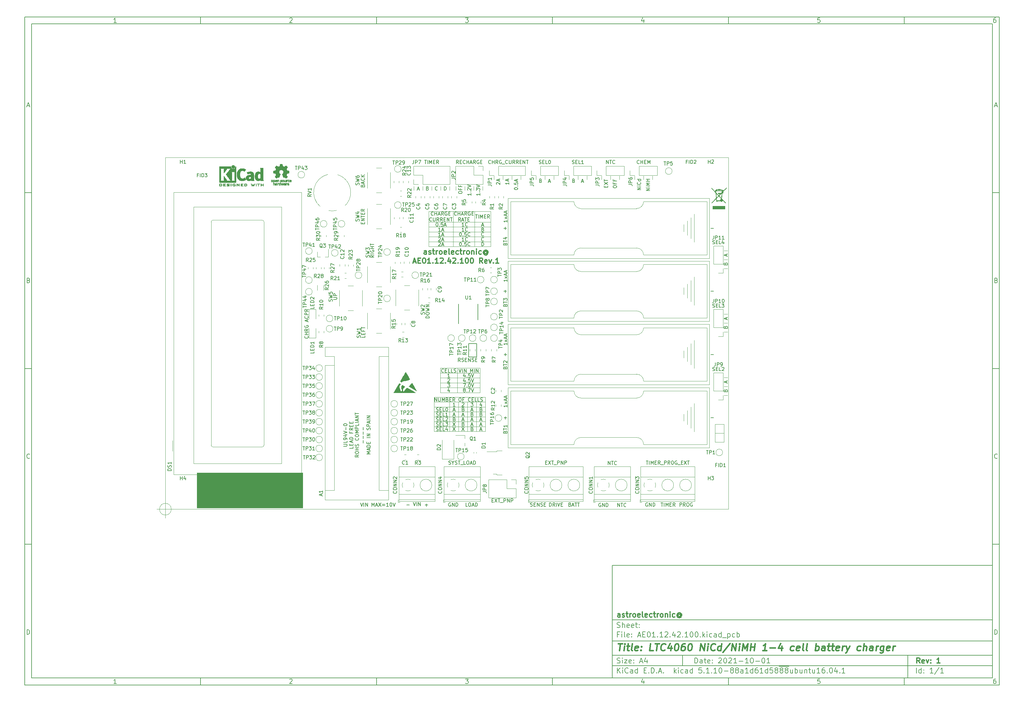
<source format=gbr>
%TF.GenerationSoftware,KiCad,Pcbnew,5.1.10-88a1d61d58~88~ubuntu16.04.1*%
%TF.CreationDate,2021-10-02T00:42:02+02:00*%
%TF.ProjectId,AE01.12.42.100,41453031-2e31-4322-9e34-322e3130302e,1*%
%TF.SameCoordinates,Original*%
%TF.FileFunction,Legend,Top*%
%TF.FilePolarity,Positive*%
%FSLAX46Y46*%
G04 Gerber Fmt 4.6, Leading zero omitted, Abs format (unit mm)*
G04 Created by KiCad (PCBNEW 5.1.10-88a1d61d58~88~ubuntu16.04.1) date 2021-10-02 00:42:02*
%MOMM*%
%LPD*%
G01*
G04 APERTURE LIST*
%ADD10C,0.100000*%
%ADD11C,0.150000*%
%ADD12C,0.300000*%
%ADD13C,0.400000*%
%ADD14C,0.200000*%
%ADD15C,0.120000*%
%TA.AperFunction,Profile*%
%ADD16C,0.050000*%
%TD*%
%ADD17C,0.010000*%
G04 APERTURE END LIST*
D10*
D11*
X177002200Y-166007200D02*
X177002200Y-198007200D01*
X285002200Y-198007200D01*
X285002200Y-166007200D01*
X177002200Y-166007200D01*
D10*
D11*
X10000000Y-10000000D02*
X10000000Y-200007200D01*
X287002200Y-200007200D01*
X287002200Y-10000000D01*
X10000000Y-10000000D01*
D10*
D11*
X12000000Y-12000000D02*
X12000000Y-198007200D01*
X285002200Y-198007200D01*
X285002200Y-12000000D01*
X12000000Y-12000000D01*
D10*
D11*
X60000000Y-12000000D02*
X60000000Y-10000000D01*
D10*
D11*
X110000000Y-12000000D02*
X110000000Y-10000000D01*
D10*
D11*
X160000000Y-12000000D02*
X160000000Y-10000000D01*
D10*
D11*
X210000000Y-12000000D02*
X210000000Y-10000000D01*
D10*
D11*
X260000000Y-12000000D02*
X260000000Y-10000000D01*
D10*
D11*
X36065476Y-11588095D02*
X35322619Y-11588095D01*
X35694047Y-11588095D02*
X35694047Y-10288095D01*
X35570238Y-10473809D01*
X35446428Y-10597619D01*
X35322619Y-10659523D01*
D10*
D11*
X85322619Y-10411904D02*
X85384523Y-10350000D01*
X85508333Y-10288095D01*
X85817857Y-10288095D01*
X85941666Y-10350000D01*
X86003571Y-10411904D01*
X86065476Y-10535714D01*
X86065476Y-10659523D01*
X86003571Y-10845238D01*
X85260714Y-11588095D01*
X86065476Y-11588095D01*
D10*
D11*
X135260714Y-10288095D02*
X136065476Y-10288095D01*
X135632142Y-10783333D01*
X135817857Y-10783333D01*
X135941666Y-10845238D01*
X136003571Y-10907142D01*
X136065476Y-11030952D01*
X136065476Y-11340476D01*
X136003571Y-11464285D01*
X135941666Y-11526190D01*
X135817857Y-11588095D01*
X135446428Y-11588095D01*
X135322619Y-11526190D01*
X135260714Y-11464285D01*
D10*
D11*
X185941666Y-10721428D02*
X185941666Y-11588095D01*
X185632142Y-10226190D02*
X185322619Y-11154761D01*
X186127380Y-11154761D01*
D10*
D11*
X236003571Y-10288095D02*
X235384523Y-10288095D01*
X235322619Y-10907142D01*
X235384523Y-10845238D01*
X235508333Y-10783333D01*
X235817857Y-10783333D01*
X235941666Y-10845238D01*
X236003571Y-10907142D01*
X236065476Y-11030952D01*
X236065476Y-11340476D01*
X236003571Y-11464285D01*
X235941666Y-11526190D01*
X235817857Y-11588095D01*
X235508333Y-11588095D01*
X235384523Y-11526190D01*
X235322619Y-11464285D01*
D10*
D11*
X285941666Y-10288095D02*
X285694047Y-10288095D01*
X285570238Y-10350000D01*
X285508333Y-10411904D01*
X285384523Y-10597619D01*
X285322619Y-10845238D01*
X285322619Y-11340476D01*
X285384523Y-11464285D01*
X285446428Y-11526190D01*
X285570238Y-11588095D01*
X285817857Y-11588095D01*
X285941666Y-11526190D01*
X286003571Y-11464285D01*
X286065476Y-11340476D01*
X286065476Y-11030952D01*
X286003571Y-10907142D01*
X285941666Y-10845238D01*
X285817857Y-10783333D01*
X285570238Y-10783333D01*
X285446428Y-10845238D01*
X285384523Y-10907142D01*
X285322619Y-11030952D01*
D10*
D11*
X60000000Y-198007200D02*
X60000000Y-200007200D01*
D10*
D11*
X110000000Y-198007200D02*
X110000000Y-200007200D01*
D10*
D11*
X160000000Y-198007200D02*
X160000000Y-200007200D01*
D10*
D11*
X210000000Y-198007200D02*
X210000000Y-200007200D01*
D10*
D11*
X260000000Y-198007200D02*
X260000000Y-200007200D01*
D10*
D11*
X36065476Y-199595295D02*
X35322619Y-199595295D01*
X35694047Y-199595295D02*
X35694047Y-198295295D01*
X35570238Y-198481009D01*
X35446428Y-198604819D01*
X35322619Y-198666723D01*
D10*
D11*
X85322619Y-198419104D02*
X85384523Y-198357200D01*
X85508333Y-198295295D01*
X85817857Y-198295295D01*
X85941666Y-198357200D01*
X86003571Y-198419104D01*
X86065476Y-198542914D01*
X86065476Y-198666723D01*
X86003571Y-198852438D01*
X85260714Y-199595295D01*
X86065476Y-199595295D01*
D10*
D11*
X135260714Y-198295295D02*
X136065476Y-198295295D01*
X135632142Y-198790533D01*
X135817857Y-198790533D01*
X135941666Y-198852438D01*
X136003571Y-198914342D01*
X136065476Y-199038152D01*
X136065476Y-199347676D01*
X136003571Y-199471485D01*
X135941666Y-199533390D01*
X135817857Y-199595295D01*
X135446428Y-199595295D01*
X135322619Y-199533390D01*
X135260714Y-199471485D01*
D10*
D11*
X185941666Y-198728628D02*
X185941666Y-199595295D01*
X185632142Y-198233390D02*
X185322619Y-199161961D01*
X186127380Y-199161961D01*
D10*
D11*
X236003571Y-198295295D02*
X235384523Y-198295295D01*
X235322619Y-198914342D01*
X235384523Y-198852438D01*
X235508333Y-198790533D01*
X235817857Y-198790533D01*
X235941666Y-198852438D01*
X236003571Y-198914342D01*
X236065476Y-199038152D01*
X236065476Y-199347676D01*
X236003571Y-199471485D01*
X235941666Y-199533390D01*
X235817857Y-199595295D01*
X235508333Y-199595295D01*
X235384523Y-199533390D01*
X235322619Y-199471485D01*
D10*
D11*
X285941666Y-198295295D02*
X285694047Y-198295295D01*
X285570238Y-198357200D01*
X285508333Y-198419104D01*
X285384523Y-198604819D01*
X285322619Y-198852438D01*
X285322619Y-199347676D01*
X285384523Y-199471485D01*
X285446428Y-199533390D01*
X285570238Y-199595295D01*
X285817857Y-199595295D01*
X285941666Y-199533390D01*
X286003571Y-199471485D01*
X286065476Y-199347676D01*
X286065476Y-199038152D01*
X286003571Y-198914342D01*
X285941666Y-198852438D01*
X285817857Y-198790533D01*
X285570238Y-198790533D01*
X285446428Y-198852438D01*
X285384523Y-198914342D01*
X285322619Y-199038152D01*
D10*
D11*
X10000000Y-60000000D02*
X12000000Y-60000000D01*
D10*
D11*
X10000000Y-110000000D02*
X12000000Y-110000000D01*
D10*
D11*
X10000000Y-160000000D02*
X12000000Y-160000000D01*
D10*
D11*
X10690476Y-35216666D02*
X11309523Y-35216666D01*
X10566666Y-35588095D02*
X11000000Y-34288095D01*
X11433333Y-35588095D01*
D10*
D11*
X11092857Y-84907142D02*
X11278571Y-84969047D01*
X11340476Y-85030952D01*
X11402380Y-85154761D01*
X11402380Y-85340476D01*
X11340476Y-85464285D01*
X11278571Y-85526190D01*
X11154761Y-85588095D01*
X10659523Y-85588095D01*
X10659523Y-84288095D01*
X11092857Y-84288095D01*
X11216666Y-84350000D01*
X11278571Y-84411904D01*
X11340476Y-84535714D01*
X11340476Y-84659523D01*
X11278571Y-84783333D01*
X11216666Y-84845238D01*
X11092857Y-84907142D01*
X10659523Y-84907142D01*
D10*
D11*
X11402380Y-135464285D02*
X11340476Y-135526190D01*
X11154761Y-135588095D01*
X11030952Y-135588095D01*
X10845238Y-135526190D01*
X10721428Y-135402380D01*
X10659523Y-135278571D01*
X10597619Y-135030952D01*
X10597619Y-134845238D01*
X10659523Y-134597619D01*
X10721428Y-134473809D01*
X10845238Y-134350000D01*
X11030952Y-134288095D01*
X11154761Y-134288095D01*
X11340476Y-134350000D01*
X11402380Y-134411904D01*
D10*
D11*
X10659523Y-185588095D02*
X10659523Y-184288095D01*
X10969047Y-184288095D01*
X11154761Y-184350000D01*
X11278571Y-184473809D01*
X11340476Y-184597619D01*
X11402380Y-184845238D01*
X11402380Y-185030952D01*
X11340476Y-185278571D01*
X11278571Y-185402380D01*
X11154761Y-185526190D01*
X10969047Y-185588095D01*
X10659523Y-185588095D01*
D10*
D11*
X287002200Y-60000000D02*
X285002200Y-60000000D01*
D10*
D11*
X287002200Y-110000000D02*
X285002200Y-110000000D01*
D10*
D11*
X287002200Y-160000000D02*
X285002200Y-160000000D01*
D10*
D11*
X285692676Y-35216666D02*
X286311723Y-35216666D01*
X285568866Y-35588095D02*
X286002200Y-34288095D01*
X286435533Y-35588095D01*
D10*
D11*
X286095057Y-84907142D02*
X286280771Y-84969047D01*
X286342676Y-85030952D01*
X286404580Y-85154761D01*
X286404580Y-85340476D01*
X286342676Y-85464285D01*
X286280771Y-85526190D01*
X286156961Y-85588095D01*
X285661723Y-85588095D01*
X285661723Y-84288095D01*
X286095057Y-84288095D01*
X286218866Y-84350000D01*
X286280771Y-84411904D01*
X286342676Y-84535714D01*
X286342676Y-84659523D01*
X286280771Y-84783333D01*
X286218866Y-84845238D01*
X286095057Y-84907142D01*
X285661723Y-84907142D01*
D10*
D11*
X286404580Y-135464285D02*
X286342676Y-135526190D01*
X286156961Y-135588095D01*
X286033152Y-135588095D01*
X285847438Y-135526190D01*
X285723628Y-135402380D01*
X285661723Y-135278571D01*
X285599819Y-135030952D01*
X285599819Y-134845238D01*
X285661723Y-134597619D01*
X285723628Y-134473809D01*
X285847438Y-134350000D01*
X286033152Y-134288095D01*
X286156961Y-134288095D01*
X286342676Y-134350000D01*
X286404580Y-134411904D01*
D10*
D11*
X285661723Y-185588095D02*
X285661723Y-184288095D01*
X285971247Y-184288095D01*
X286156961Y-184350000D01*
X286280771Y-184473809D01*
X286342676Y-184597619D01*
X286404580Y-184845238D01*
X286404580Y-185030952D01*
X286342676Y-185278571D01*
X286280771Y-185402380D01*
X286156961Y-185526190D01*
X285971247Y-185588095D01*
X285661723Y-185588095D01*
D10*
D11*
X200434342Y-193785771D02*
X200434342Y-192285771D01*
X200791485Y-192285771D01*
X201005771Y-192357200D01*
X201148628Y-192500057D01*
X201220057Y-192642914D01*
X201291485Y-192928628D01*
X201291485Y-193142914D01*
X201220057Y-193428628D01*
X201148628Y-193571485D01*
X201005771Y-193714342D01*
X200791485Y-193785771D01*
X200434342Y-193785771D01*
X202577200Y-193785771D02*
X202577200Y-193000057D01*
X202505771Y-192857200D01*
X202362914Y-192785771D01*
X202077200Y-192785771D01*
X201934342Y-192857200D01*
X202577200Y-193714342D02*
X202434342Y-193785771D01*
X202077200Y-193785771D01*
X201934342Y-193714342D01*
X201862914Y-193571485D01*
X201862914Y-193428628D01*
X201934342Y-193285771D01*
X202077200Y-193214342D01*
X202434342Y-193214342D01*
X202577200Y-193142914D01*
X203077200Y-192785771D02*
X203648628Y-192785771D01*
X203291485Y-192285771D02*
X203291485Y-193571485D01*
X203362914Y-193714342D01*
X203505771Y-193785771D01*
X203648628Y-193785771D01*
X204720057Y-193714342D02*
X204577200Y-193785771D01*
X204291485Y-193785771D01*
X204148628Y-193714342D01*
X204077200Y-193571485D01*
X204077200Y-193000057D01*
X204148628Y-192857200D01*
X204291485Y-192785771D01*
X204577200Y-192785771D01*
X204720057Y-192857200D01*
X204791485Y-193000057D01*
X204791485Y-193142914D01*
X204077200Y-193285771D01*
X205434342Y-193642914D02*
X205505771Y-193714342D01*
X205434342Y-193785771D01*
X205362914Y-193714342D01*
X205434342Y-193642914D01*
X205434342Y-193785771D01*
X205434342Y-192857200D02*
X205505771Y-192928628D01*
X205434342Y-193000057D01*
X205362914Y-192928628D01*
X205434342Y-192857200D01*
X205434342Y-193000057D01*
X207220057Y-192428628D02*
X207291485Y-192357200D01*
X207434342Y-192285771D01*
X207791485Y-192285771D01*
X207934342Y-192357200D01*
X208005771Y-192428628D01*
X208077200Y-192571485D01*
X208077200Y-192714342D01*
X208005771Y-192928628D01*
X207148628Y-193785771D01*
X208077200Y-193785771D01*
X209005771Y-192285771D02*
X209148628Y-192285771D01*
X209291485Y-192357200D01*
X209362914Y-192428628D01*
X209434342Y-192571485D01*
X209505771Y-192857200D01*
X209505771Y-193214342D01*
X209434342Y-193500057D01*
X209362914Y-193642914D01*
X209291485Y-193714342D01*
X209148628Y-193785771D01*
X209005771Y-193785771D01*
X208862914Y-193714342D01*
X208791485Y-193642914D01*
X208720057Y-193500057D01*
X208648628Y-193214342D01*
X208648628Y-192857200D01*
X208720057Y-192571485D01*
X208791485Y-192428628D01*
X208862914Y-192357200D01*
X209005771Y-192285771D01*
X210077200Y-192428628D02*
X210148628Y-192357200D01*
X210291485Y-192285771D01*
X210648628Y-192285771D01*
X210791485Y-192357200D01*
X210862914Y-192428628D01*
X210934342Y-192571485D01*
X210934342Y-192714342D01*
X210862914Y-192928628D01*
X210005771Y-193785771D01*
X210934342Y-193785771D01*
X212362914Y-193785771D02*
X211505771Y-193785771D01*
X211934342Y-193785771D02*
X211934342Y-192285771D01*
X211791485Y-192500057D01*
X211648628Y-192642914D01*
X211505771Y-192714342D01*
X213005771Y-193214342D02*
X214148628Y-193214342D01*
X215648628Y-193785771D02*
X214791485Y-193785771D01*
X215220057Y-193785771D02*
X215220057Y-192285771D01*
X215077200Y-192500057D01*
X214934342Y-192642914D01*
X214791485Y-192714342D01*
X216577200Y-192285771D02*
X216720057Y-192285771D01*
X216862914Y-192357200D01*
X216934342Y-192428628D01*
X217005771Y-192571485D01*
X217077200Y-192857200D01*
X217077200Y-193214342D01*
X217005771Y-193500057D01*
X216934342Y-193642914D01*
X216862914Y-193714342D01*
X216720057Y-193785771D01*
X216577200Y-193785771D01*
X216434342Y-193714342D01*
X216362914Y-193642914D01*
X216291485Y-193500057D01*
X216220057Y-193214342D01*
X216220057Y-192857200D01*
X216291485Y-192571485D01*
X216362914Y-192428628D01*
X216434342Y-192357200D01*
X216577200Y-192285771D01*
X217720057Y-193214342D02*
X218862914Y-193214342D01*
X219862914Y-192285771D02*
X220005771Y-192285771D01*
X220148628Y-192357200D01*
X220220057Y-192428628D01*
X220291485Y-192571485D01*
X220362914Y-192857200D01*
X220362914Y-193214342D01*
X220291485Y-193500057D01*
X220220057Y-193642914D01*
X220148628Y-193714342D01*
X220005771Y-193785771D01*
X219862914Y-193785771D01*
X219720057Y-193714342D01*
X219648628Y-193642914D01*
X219577200Y-193500057D01*
X219505771Y-193214342D01*
X219505771Y-192857200D01*
X219577200Y-192571485D01*
X219648628Y-192428628D01*
X219720057Y-192357200D01*
X219862914Y-192285771D01*
X221791485Y-193785771D02*
X220934342Y-193785771D01*
X221362914Y-193785771D02*
X221362914Y-192285771D01*
X221220057Y-192500057D01*
X221077200Y-192642914D01*
X220934342Y-192714342D01*
D10*
D11*
X177002200Y-194507200D02*
X285002200Y-194507200D01*
D10*
D11*
X178434342Y-196585771D02*
X178434342Y-195085771D01*
X179291485Y-196585771D02*
X178648628Y-195728628D01*
X179291485Y-195085771D02*
X178434342Y-195942914D01*
X179934342Y-196585771D02*
X179934342Y-195585771D01*
X179934342Y-195085771D02*
X179862914Y-195157200D01*
X179934342Y-195228628D01*
X180005771Y-195157200D01*
X179934342Y-195085771D01*
X179934342Y-195228628D01*
X181505771Y-196442914D02*
X181434342Y-196514342D01*
X181220057Y-196585771D01*
X181077200Y-196585771D01*
X180862914Y-196514342D01*
X180720057Y-196371485D01*
X180648628Y-196228628D01*
X180577200Y-195942914D01*
X180577200Y-195728628D01*
X180648628Y-195442914D01*
X180720057Y-195300057D01*
X180862914Y-195157200D01*
X181077200Y-195085771D01*
X181220057Y-195085771D01*
X181434342Y-195157200D01*
X181505771Y-195228628D01*
X182791485Y-196585771D02*
X182791485Y-195800057D01*
X182720057Y-195657200D01*
X182577200Y-195585771D01*
X182291485Y-195585771D01*
X182148628Y-195657200D01*
X182791485Y-196514342D02*
X182648628Y-196585771D01*
X182291485Y-196585771D01*
X182148628Y-196514342D01*
X182077200Y-196371485D01*
X182077200Y-196228628D01*
X182148628Y-196085771D01*
X182291485Y-196014342D01*
X182648628Y-196014342D01*
X182791485Y-195942914D01*
X184148628Y-196585771D02*
X184148628Y-195085771D01*
X184148628Y-196514342D02*
X184005771Y-196585771D01*
X183720057Y-196585771D01*
X183577200Y-196514342D01*
X183505771Y-196442914D01*
X183434342Y-196300057D01*
X183434342Y-195871485D01*
X183505771Y-195728628D01*
X183577200Y-195657200D01*
X183720057Y-195585771D01*
X184005771Y-195585771D01*
X184148628Y-195657200D01*
X186005771Y-195800057D02*
X186505771Y-195800057D01*
X186720057Y-196585771D02*
X186005771Y-196585771D01*
X186005771Y-195085771D01*
X186720057Y-195085771D01*
X187362914Y-196442914D02*
X187434342Y-196514342D01*
X187362914Y-196585771D01*
X187291485Y-196514342D01*
X187362914Y-196442914D01*
X187362914Y-196585771D01*
X188077200Y-196585771D02*
X188077200Y-195085771D01*
X188434342Y-195085771D01*
X188648628Y-195157200D01*
X188791485Y-195300057D01*
X188862914Y-195442914D01*
X188934342Y-195728628D01*
X188934342Y-195942914D01*
X188862914Y-196228628D01*
X188791485Y-196371485D01*
X188648628Y-196514342D01*
X188434342Y-196585771D01*
X188077200Y-196585771D01*
X189577200Y-196442914D02*
X189648628Y-196514342D01*
X189577200Y-196585771D01*
X189505771Y-196514342D01*
X189577200Y-196442914D01*
X189577200Y-196585771D01*
X190220057Y-196157200D02*
X190934342Y-196157200D01*
X190077200Y-196585771D02*
X190577200Y-195085771D01*
X191077200Y-196585771D01*
X191577200Y-196442914D02*
X191648628Y-196514342D01*
X191577200Y-196585771D01*
X191505771Y-196514342D01*
X191577200Y-196442914D01*
X191577200Y-196585771D01*
X194577200Y-196585771D02*
X194577200Y-195085771D01*
X194720057Y-196014342D02*
X195148628Y-196585771D01*
X195148628Y-195585771D02*
X194577200Y-196157200D01*
X195791485Y-196585771D02*
X195791485Y-195585771D01*
X195791485Y-195085771D02*
X195720057Y-195157200D01*
X195791485Y-195228628D01*
X195862914Y-195157200D01*
X195791485Y-195085771D01*
X195791485Y-195228628D01*
X197148628Y-196514342D02*
X197005771Y-196585771D01*
X196720057Y-196585771D01*
X196577200Y-196514342D01*
X196505771Y-196442914D01*
X196434342Y-196300057D01*
X196434342Y-195871485D01*
X196505771Y-195728628D01*
X196577200Y-195657200D01*
X196720057Y-195585771D01*
X197005771Y-195585771D01*
X197148628Y-195657200D01*
X198434342Y-196585771D02*
X198434342Y-195800057D01*
X198362914Y-195657200D01*
X198220057Y-195585771D01*
X197934342Y-195585771D01*
X197791485Y-195657200D01*
X198434342Y-196514342D02*
X198291485Y-196585771D01*
X197934342Y-196585771D01*
X197791485Y-196514342D01*
X197720057Y-196371485D01*
X197720057Y-196228628D01*
X197791485Y-196085771D01*
X197934342Y-196014342D01*
X198291485Y-196014342D01*
X198434342Y-195942914D01*
X199791485Y-196585771D02*
X199791485Y-195085771D01*
X199791485Y-196514342D02*
X199648628Y-196585771D01*
X199362914Y-196585771D01*
X199220057Y-196514342D01*
X199148628Y-196442914D01*
X199077200Y-196300057D01*
X199077200Y-195871485D01*
X199148628Y-195728628D01*
X199220057Y-195657200D01*
X199362914Y-195585771D01*
X199648628Y-195585771D01*
X199791485Y-195657200D01*
X202362914Y-195085771D02*
X201648628Y-195085771D01*
X201577200Y-195800057D01*
X201648628Y-195728628D01*
X201791485Y-195657200D01*
X202148628Y-195657200D01*
X202291485Y-195728628D01*
X202362914Y-195800057D01*
X202434342Y-195942914D01*
X202434342Y-196300057D01*
X202362914Y-196442914D01*
X202291485Y-196514342D01*
X202148628Y-196585771D01*
X201791485Y-196585771D01*
X201648628Y-196514342D01*
X201577200Y-196442914D01*
X203077200Y-196442914D02*
X203148628Y-196514342D01*
X203077200Y-196585771D01*
X203005771Y-196514342D01*
X203077200Y-196442914D01*
X203077200Y-196585771D01*
X204577200Y-196585771D02*
X203720057Y-196585771D01*
X204148628Y-196585771D02*
X204148628Y-195085771D01*
X204005771Y-195300057D01*
X203862914Y-195442914D01*
X203720057Y-195514342D01*
X205220057Y-196442914D02*
X205291485Y-196514342D01*
X205220057Y-196585771D01*
X205148628Y-196514342D01*
X205220057Y-196442914D01*
X205220057Y-196585771D01*
X206720057Y-196585771D02*
X205862914Y-196585771D01*
X206291485Y-196585771D02*
X206291485Y-195085771D01*
X206148628Y-195300057D01*
X206005771Y-195442914D01*
X205862914Y-195514342D01*
X207648628Y-195085771D02*
X207791485Y-195085771D01*
X207934342Y-195157200D01*
X208005771Y-195228628D01*
X208077200Y-195371485D01*
X208148628Y-195657200D01*
X208148628Y-196014342D01*
X208077200Y-196300057D01*
X208005771Y-196442914D01*
X207934342Y-196514342D01*
X207791485Y-196585771D01*
X207648628Y-196585771D01*
X207505771Y-196514342D01*
X207434342Y-196442914D01*
X207362914Y-196300057D01*
X207291485Y-196014342D01*
X207291485Y-195657200D01*
X207362914Y-195371485D01*
X207434342Y-195228628D01*
X207505771Y-195157200D01*
X207648628Y-195085771D01*
X208791485Y-196014342D02*
X209934342Y-196014342D01*
X210862914Y-195728628D02*
X210720057Y-195657200D01*
X210648628Y-195585771D01*
X210577200Y-195442914D01*
X210577200Y-195371485D01*
X210648628Y-195228628D01*
X210720057Y-195157200D01*
X210862914Y-195085771D01*
X211148628Y-195085771D01*
X211291485Y-195157200D01*
X211362914Y-195228628D01*
X211434342Y-195371485D01*
X211434342Y-195442914D01*
X211362914Y-195585771D01*
X211291485Y-195657200D01*
X211148628Y-195728628D01*
X210862914Y-195728628D01*
X210720057Y-195800057D01*
X210648628Y-195871485D01*
X210577200Y-196014342D01*
X210577200Y-196300057D01*
X210648628Y-196442914D01*
X210720057Y-196514342D01*
X210862914Y-196585771D01*
X211148628Y-196585771D01*
X211291485Y-196514342D01*
X211362914Y-196442914D01*
X211434342Y-196300057D01*
X211434342Y-196014342D01*
X211362914Y-195871485D01*
X211291485Y-195800057D01*
X211148628Y-195728628D01*
X212291485Y-195728628D02*
X212148628Y-195657200D01*
X212077200Y-195585771D01*
X212005771Y-195442914D01*
X212005771Y-195371485D01*
X212077200Y-195228628D01*
X212148628Y-195157200D01*
X212291485Y-195085771D01*
X212577200Y-195085771D01*
X212720057Y-195157200D01*
X212791485Y-195228628D01*
X212862914Y-195371485D01*
X212862914Y-195442914D01*
X212791485Y-195585771D01*
X212720057Y-195657200D01*
X212577200Y-195728628D01*
X212291485Y-195728628D01*
X212148628Y-195800057D01*
X212077200Y-195871485D01*
X212005771Y-196014342D01*
X212005771Y-196300057D01*
X212077200Y-196442914D01*
X212148628Y-196514342D01*
X212291485Y-196585771D01*
X212577200Y-196585771D01*
X212720057Y-196514342D01*
X212791485Y-196442914D01*
X212862914Y-196300057D01*
X212862914Y-196014342D01*
X212791485Y-195871485D01*
X212720057Y-195800057D01*
X212577200Y-195728628D01*
X214148628Y-196585771D02*
X214148628Y-195800057D01*
X214077200Y-195657200D01*
X213934342Y-195585771D01*
X213648628Y-195585771D01*
X213505771Y-195657200D01*
X214148628Y-196514342D02*
X214005771Y-196585771D01*
X213648628Y-196585771D01*
X213505771Y-196514342D01*
X213434342Y-196371485D01*
X213434342Y-196228628D01*
X213505771Y-196085771D01*
X213648628Y-196014342D01*
X214005771Y-196014342D01*
X214148628Y-195942914D01*
X215648628Y-196585771D02*
X214791485Y-196585771D01*
X215220057Y-196585771D02*
X215220057Y-195085771D01*
X215077200Y-195300057D01*
X214934342Y-195442914D01*
X214791485Y-195514342D01*
X216934342Y-196585771D02*
X216934342Y-195085771D01*
X216934342Y-196514342D02*
X216791485Y-196585771D01*
X216505771Y-196585771D01*
X216362914Y-196514342D01*
X216291485Y-196442914D01*
X216220057Y-196300057D01*
X216220057Y-195871485D01*
X216291485Y-195728628D01*
X216362914Y-195657200D01*
X216505771Y-195585771D01*
X216791485Y-195585771D01*
X216934342Y-195657200D01*
X218291485Y-195085771D02*
X218005771Y-195085771D01*
X217862914Y-195157200D01*
X217791485Y-195228628D01*
X217648628Y-195442914D01*
X217577200Y-195728628D01*
X217577200Y-196300057D01*
X217648628Y-196442914D01*
X217720057Y-196514342D01*
X217862914Y-196585771D01*
X218148628Y-196585771D01*
X218291485Y-196514342D01*
X218362914Y-196442914D01*
X218434342Y-196300057D01*
X218434342Y-195942914D01*
X218362914Y-195800057D01*
X218291485Y-195728628D01*
X218148628Y-195657200D01*
X217862914Y-195657200D01*
X217720057Y-195728628D01*
X217648628Y-195800057D01*
X217577200Y-195942914D01*
X219862914Y-196585771D02*
X219005771Y-196585771D01*
X219434342Y-196585771D02*
X219434342Y-195085771D01*
X219291485Y-195300057D01*
X219148628Y-195442914D01*
X219005771Y-195514342D01*
X221148628Y-196585771D02*
X221148628Y-195085771D01*
X221148628Y-196514342D02*
X221005771Y-196585771D01*
X220720057Y-196585771D01*
X220577200Y-196514342D01*
X220505771Y-196442914D01*
X220434342Y-196300057D01*
X220434342Y-195871485D01*
X220505771Y-195728628D01*
X220577200Y-195657200D01*
X220720057Y-195585771D01*
X221005771Y-195585771D01*
X221148628Y-195657200D01*
X222577200Y-195085771D02*
X221862914Y-195085771D01*
X221791485Y-195800057D01*
X221862914Y-195728628D01*
X222005771Y-195657200D01*
X222362914Y-195657200D01*
X222505771Y-195728628D01*
X222577200Y-195800057D01*
X222648628Y-195942914D01*
X222648628Y-196300057D01*
X222577200Y-196442914D01*
X222505771Y-196514342D01*
X222362914Y-196585771D01*
X222005771Y-196585771D01*
X221862914Y-196514342D01*
X221791485Y-196442914D01*
X223505771Y-195728628D02*
X223362914Y-195657200D01*
X223291485Y-195585771D01*
X223220057Y-195442914D01*
X223220057Y-195371485D01*
X223291485Y-195228628D01*
X223362914Y-195157200D01*
X223505771Y-195085771D01*
X223791485Y-195085771D01*
X223934342Y-195157200D01*
X224005771Y-195228628D01*
X224077200Y-195371485D01*
X224077200Y-195442914D01*
X224005771Y-195585771D01*
X223934342Y-195657200D01*
X223791485Y-195728628D01*
X223505771Y-195728628D01*
X223362914Y-195800057D01*
X223291485Y-195871485D01*
X223220057Y-196014342D01*
X223220057Y-196300057D01*
X223291485Y-196442914D01*
X223362914Y-196514342D01*
X223505771Y-196585771D01*
X223791485Y-196585771D01*
X223934342Y-196514342D01*
X224005771Y-196442914D01*
X224077200Y-196300057D01*
X224077200Y-196014342D01*
X224005771Y-195871485D01*
X223934342Y-195800057D01*
X223791485Y-195728628D01*
X224362914Y-194677200D02*
X225791485Y-194677200D01*
X224934342Y-195728628D02*
X224791485Y-195657200D01*
X224720057Y-195585771D01*
X224648628Y-195442914D01*
X224648628Y-195371485D01*
X224720057Y-195228628D01*
X224791485Y-195157200D01*
X224934342Y-195085771D01*
X225220057Y-195085771D01*
X225362914Y-195157200D01*
X225434342Y-195228628D01*
X225505771Y-195371485D01*
X225505771Y-195442914D01*
X225434342Y-195585771D01*
X225362914Y-195657200D01*
X225220057Y-195728628D01*
X224934342Y-195728628D01*
X224791485Y-195800057D01*
X224720057Y-195871485D01*
X224648628Y-196014342D01*
X224648628Y-196300057D01*
X224720057Y-196442914D01*
X224791485Y-196514342D01*
X224934342Y-196585771D01*
X225220057Y-196585771D01*
X225362914Y-196514342D01*
X225434342Y-196442914D01*
X225505771Y-196300057D01*
X225505771Y-196014342D01*
X225434342Y-195871485D01*
X225362914Y-195800057D01*
X225220057Y-195728628D01*
X225791485Y-194677200D02*
X227220057Y-194677200D01*
X226362914Y-195728628D02*
X226220057Y-195657200D01*
X226148628Y-195585771D01*
X226077199Y-195442914D01*
X226077199Y-195371485D01*
X226148628Y-195228628D01*
X226220057Y-195157200D01*
X226362914Y-195085771D01*
X226648628Y-195085771D01*
X226791485Y-195157200D01*
X226862914Y-195228628D01*
X226934342Y-195371485D01*
X226934342Y-195442914D01*
X226862914Y-195585771D01*
X226791485Y-195657200D01*
X226648628Y-195728628D01*
X226362914Y-195728628D01*
X226220057Y-195800057D01*
X226148628Y-195871485D01*
X226077199Y-196014342D01*
X226077199Y-196300057D01*
X226148628Y-196442914D01*
X226220057Y-196514342D01*
X226362914Y-196585771D01*
X226648628Y-196585771D01*
X226791485Y-196514342D01*
X226862914Y-196442914D01*
X226934342Y-196300057D01*
X226934342Y-196014342D01*
X226862914Y-195871485D01*
X226791485Y-195800057D01*
X226648628Y-195728628D01*
X228220057Y-195585771D02*
X228220057Y-196585771D01*
X227577199Y-195585771D02*
X227577199Y-196371485D01*
X227648628Y-196514342D01*
X227791485Y-196585771D01*
X228005771Y-196585771D01*
X228148628Y-196514342D01*
X228220057Y-196442914D01*
X228934342Y-196585771D02*
X228934342Y-195085771D01*
X228934342Y-195657200D02*
X229077199Y-195585771D01*
X229362914Y-195585771D01*
X229505771Y-195657200D01*
X229577199Y-195728628D01*
X229648628Y-195871485D01*
X229648628Y-196300057D01*
X229577199Y-196442914D01*
X229505771Y-196514342D01*
X229362914Y-196585771D01*
X229077199Y-196585771D01*
X228934342Y-196514342D01*
X230934342Y-195585771D02*
X230934342Y-196585771D01*
X230291485Y-195585771D02*
X230291485Y-196371485D01*
X230362914Y-196514342D01*
X230505771Y-196585771D01*
X230720057Y-196585771D01*
X230862914Y-196514342D01*
X230934342Y-196442914D01*
X231648628Y-195585771D02*
X231648628Y-196585771D01*
X231648628Y-195728628D02*
X231720057Y-195657200D01*
X231862914Y-195585771D01*
X232077199Y-195585771D01*
X232220057Y-195657200D01*
X232291485Y-195800057D01*
X232291485Y-196585771D01*
X232791485Y-195585771D02*
X233362914Y-195585771D01*
X233005771Y-195085771D02*
X233005771Y-196371485D01*
X233077199Y-196514342D01*
X233220057Y-196585771D01*
X233362914Y-196585771D01*
X234505771Y-195585771D02*
X234505771Y-196585771D01*
X233862914Y-195585771D02*
X233862914Y-196371485D01*
X233934342Y-196514342D01*
X234077200Y-196585771D01*
X234291485Y-196585771D01*
X234434342Y-196514342D01*
X234505771Y-196442914D01*
X236005771Y-196585771D02*
X235148628Y-196585771D01*
X235577200Y-196585771D02*
X235577200Y-195085771D01*
X235434342Y-195300057D01*
X235291485Y-195442914D01*
X235148628Y-195514342D01*
X237291485Y-195085771D02*
X237005771Y-195085771D01*
X236862914Y-195157200D01*
X236791485Y-195228628D01*
X236648628Y-195442914D01*
X236577199Y-195728628D01*
X236577199Y-196300057D01*
X236648628Y-196442914D01*
X236720057Y-196514342D01*
X236862914Y-196585771D01*
X237148628Y-196585771D01*
X237291485Y-196514342D01*
X237362914Y-196442914D01*
X237434342Y-196300057D01*
X237434342Y-195942914D01*
X237362914Y-195800057D01*
X237291485Y-195728628D01*
X237148628Y-195657200D01*
X236862914Y-195657200D01*
X236720057Y-195728628D01*
X236648628Y-195800057D01*
X236577199Y-195942914D01*
X238077199Y-196442914D02*
X238148628Y-196514342D01*
X238077199Y-196585771D01*
X238005771Y-196514342D01*
X238077199Y-196442914D01*
X238077199Y-196585771D01*
X239077199Y-195085771D02*
X239220057Y-195085771D01*
X239362914Y-195157200D01*
X239434342Y-195228628D01*
X239505771Y-195371485D01*
X239577199Y-195657200D01*
X239577199Y-196014342D01*
X239505771Y-196300057D01*
X239434342Y-196442914D01*
X239362914Y-196514342D01*
X239220057Y-196585771D01*
X239077199Y-196585771D01*
X238934342Y-196514342D01*
X238862914Y-196442914D01*
X238791485Y-196300057D01*
X238720057Y-196014342D01*
X238720057Y-195657200D01*
X238791485Y-195371485D01*
X238862914Y-195228628D01*
X238934342Y-195157200D01*
X239077199Y-195085771D01*
X240862914Y-195585771D02*
X240862914Y-196585771D01*
X240505771Y-195014342D02*
X240148628Y-196085771D01*
X241077199Y-196085771D01*
X241648628Y-196442914D02*
X241720057Y-196514342D01*
X241648628Y-196585771D01*
X241577199Y-196514342D01*
X241648628Y-196442914D01*
X241648628Y-196585771D01*
X243148628Y-196585771D02*
X242291485Y-196585771D01*
X242720057Y-196585771D02*
X242720057Y-195085771D01*
X242577199Y-195300057D01*
X242434342Y-195442914D01*
X242291485Y-195514342D01*
D10*
D11*
X177002200Y-191507200D02*
X285002200Y-191507200D01*
D10*
D12*
X264411485Y-193785771D02*
X263911485Y-193071485D01*
X263554342Y-193785771D02*
X263554342Y-192285771D01*
X264125771Y-192285771D01*
X264268628Y-192357200D01*
X264340057Y-192428628D01*
X264411485Y-192571485D01*
X264411485Y-192785771D01*
X264340057Y-192928628D01*
X264268628Y-193000057D01*
X264125771Y-193071485D01*
X263554342Y-193071485D01*
X265625771Y-193714342D02*
X265482914Y-193785771D01*
X265197200Y-193785771D01*
X265054342Y-193714342D01*
X264982914Y-193571485D01*
X264982914Y-193000057D01*
X265054342Y-192857200D01*
X265197200Y-192785771D01*
X265482914Y-192785771D01*
X265625771Y-192857200D01*
X265697200Y-193000057D01*
X265697200Y-193142914D01*
X264982914Y-193285771D01*
X266197200Y-192785771D02*
X266554342Y-193785771D01*
X266911485Y-192785771D01*
X267482914Y-193642914D02*
X267554342Y-193714342D01*
X267482914Y-193785771D01*
X267411485Y-193714342D01*
X267482914Y-193642914D01*
X267482914Y-193785771D01*
X267482914Y-192857200D02*
X267554342Y-192928628D01*
X267482914Y-193000057D01*
X267411485Y-192928628D01*
X267482914Y-192857200D01*
X267482914Y-193000057D01*
X270125771Y-193785771D02*
X269268628Y-193785771D01*
X269697200Y-193785771D02*
X269697200Y-192285771D01*
X269554342Y-192500057D01*
X269411485Y-192642914D01*
X269268628Y-192714342D01*
D10*
D11*
X178362914Y-193714342D02*
X178577200Y-193785771D01*
X178934342Y-193785771D01*
X179077200Y-193714342D01*
X179148628Y-193642914D01*
X179220057Y-193500057D01*
X179220057Y-193357200D01*
X179148628Y-193214342D01*
X179077200Y-193142914D01*
X178934342Y-193071485D01*
X178648628Y-193000057D01*
X178505771Y-192928628D01*
X178434342Y-192857200D01*
X178362914Y-192714342D01*
X178362914Y-192571485D01*
X178434342Y-192428628D01*
X178505771Y-192357200D01*
X178648628Y-192285771D01*
X179005771Y-192285771D01*
X179220057Y-192357200D01*
X179862914Y-193785771D02*
X179862914Y-192785771D01*
X179862914Y-192285771D02*
X179791485Y-192357200D01*
X179862914Y-192428628D01*
X179934342Y-192357200D01*
X179862914Y-192285771D01*
X179862914Y-192428628D01*
X180434342Y-192785771D02*
X181220057Y-192785771D01*
X180434342Y-193785771D01*
X181220057Y-193785771D01*
X182362914Y-193714342D02*
X182220057Y-193785771D01*
X181934342Y-193785771D01*
X181791485Y-193714342D01*
X181720057Y-193571485D01*
X181720057Y-193000057D01*
X181791485Y-192857200D01*
X181934342Y-192785771D01*
X182220057Y-192785771D01*
X182362914Y-192857200D01*
X182434342Y-193000057D01*
X182434342Y-193142914D01*
X181720057Y-193285771D01*
X183077200Y-193642914D02*
X183148628Y-193714342D01*
X183077200Y-193785771D01*
X183005771Y-193714342D01*
X183077200Y-193642914D01*
X183077200Y-193785771D01*
X183077200Y-192857200D02*
X183148628Y-192928628D01*
X183077200Y-193000057D01*
X183005771Y-192928628D01*
X183077200Y-192857200D01*
X183077200Y-193000057D01*
X184862914Y-193357200D02*
X185577200Y-193357200D01*
X184720057Y-193785771D02*
X185220057Y-192285771D01*
X185720057Y-193785771D01*
X186862914Y-192785771D02*
X186862914Y-193785771D01*
X186505771Y-192214342D02*
X186148628Y-193285771D01*
X187077200Y-193285771D01*
D10*
D11*
X263434342Y-196585771D02*
X263434342Y-195085771D01*
X264791485Y-196585771D02*
X264791485Y-195085771D01*
X264791485Y-196514342D02*
X264648628Y-196585771D01*
X264362914Y-196585771D01*
X264220057Y-196514342D01*
X264148628Y-196442914D01*
X264077200Y-196300057D01*
X264077200Y-195871485D01*
X264148628Y-195728628D01*
X264220057Y-195657200D01*
X264362914Y-195585771D01*
X264648628Y-195585771D01*
X264791485Y-195657200D01*
X265505771Y-196442914D02*
X265577200Y-196514342D01*
X265505771Y-196585771D01*
X265434342Y-196514342D01*
X265505771Y-196442914D01*
X265505771Y-196585771D01*
X265505771Y-195657200D02*
X265577200Y-195728628D01*
X265505771Y-195800057D01*
X265434342Y-195728628D01*
X265505771Y-195657200D01*
X265505771Y-195800057D01*
X268148628Y-196585771D02*
X267291485Y-196585771D01*
X267720057Y-196585771D02*
X267720057Y-195085771D01*
X267577200Y-195300057D01*
X267434342Y-195442914D01*
X267291485Y-195514342D01*
X269862914Y-195014342D02*
X268577200Y-196942914D01*
X271148628Y-196585771D02*
X270291485Y-196585771D01*
X270720057Y-196585771D02*
X270720057Y-195085771D01*
X270577200Y-195300057D01*
X270434342Y-195442914D01*
X270291485Y-195514342D01*
D10*
D11*
X177002200Y-187507200D02*
X285002200Y-187507200D01*
D10*
D13*
X178714580Y-188211961D02*
X179857438Y-188211961D01*
X179036009Y-190211961D02*
X179286009Y-188211961D01*
X180274104Y-190211961D02*
X180440771Y-188878628D01*
X180524104Y-188211961D02*
X180416961Y-188307200D01*
X180500295Y-188402438D01*
X180607438Y-188307200D01*
X180524104Y-188211961D01*
X180500295Y-188402438D01*
X181107438Y-188878628D02*
X181869342Y-188878628D01*
X181476485Y-188211961D02*
X181262200Y-189926247D01*
X181333628Y-190116723D01*
X181512200Y-190211961D01*
X181702676Y-190211961D01*
X182655057Y-190211961D02*
X182476485Y-190116723D01*
X182405057Y-189926247D01*
X182619342Y-188211961D01*
X184190771Y-190116723D02*
X183988390Y-190211961D01*
X183607438Y-190211961D01*
X183428866Y-190116723D01*
X183357438Y-189926247D01*
X183452676Y-189164342D01*
X183571723Y-188973866D01*
X183774104Y-188878628D01*
X184155057Y-188878628D01*
X184333628Y-188973866D01*
X184405057Y-189164342D01*
X184381247Y-189354819D01*
X183405057Y-189545295D01*
X185155057Y-190021485D02*
X185238390Y-190116723D01*
X185131247Y-190211961D01*
X185047914Y-190116723D01*
X185155057Y-190021485D01*
X185131247Y-190211961D01*
X185286009Y-188973866D02*
X185369342Y-189069104D01*
X185262200Y-189164342D01*
X185178866Y-189069104D01*
X185286009Y-188973866D01*
X185262200Y-189164342D01*
X188559819Y-190211961D02*
X187607438Y-190211961D01*
X187857438Y-188211961D01*
X189190771Y-188211961D02*
X190333628Y-188211961D01*
X189512200Y-190211961D02*
X189762200Y-188211961D01*
X191916961Y-190021485D02*
X191809819Y-190116723D01*
X191512200Y-190211961D01*
X191321723Y-190211961D01*
X191047914Y-190116723D01*
X190881247Y-189926247D01*
X190809819Y-189735771D01*
X190762200Y-189354819D01*
X190797914Y-189069104D01*
X190940771Y-188688152D01*
X191059819Y-188497676D01*
X191274104Y-188307200D01*
X191571723Y-188211961D01*
X191762200Y-188211961D01*
X192036009Y-188307200D01*
X192119342Y-188402438D01*
X193774104Y-188878628D02*
X193607438Y-190211961D01*
X193393152Y-188116723D02*
X192738390Y-189545295D01*
X193976485Y-189545295D01*
X195286009Y-188211961D02*
X195476485Y-188211961D01*
X195655057Y-188307200D01*
X195738390Y-188402438D01*
X195809819Y-188592914D01*
X195857438Y-188973866D01*
X195797914Y-189450057D01*
X195655057Y-189831009D01*
X195536009Y-190021485D01*
X195428866Y-190116723D01*
X195226485Y-190211961D01*
X195036009Y-190211961D01*
X194857438Y-190116723D01*
X194774104Y-190021485D01*
X194702676Y-189831009D01*
X194655057Y-189450057D01*
X194714580Y-188973866D01*
X194857438Y-188592914D01*
X194976485Y-188402438D01*
X195083628Y-188307200D01*
X195286009Y-188211961D01*
X197666961Y-188211961D02*
X197286009Y-188211961D01*
X197083628Y-188307200D01*
X196976485Y-188402438D01*
X196750295Y-188688152D01*
X196607438Y-189069104D01*
X196512200Y-189831009D01*
X196583628Y-190021485D01*
X196666961Y-190116723D01*
X196845533Y-190211961D01*
X197226485Y-190211961D01*
X197428866Y-190116723D01*
X197536009Y-190021485D01*
X197655057Y-189831009D01*
X197714580Y-189354819D01*
X197643152Y-189164342D01*
X197559819Y-189069104D01*
X197381247Y-188973866D01*
X197000295Y-188973866D01*
X196797914Y-189069104D01*
X196690771Y-189164342D01*
X196571723Y-189354819D01*
X199095533Y-188211961D02*
X199286009Y-188211961D01*
X199464580Y-188307200D01*
X199547914Y-188402438D01*
X199619342Y-188592914D01*
X199666961Y-188973866D01*
X199607438Y-189450057D01*
X199464580Y-189831009D01*
X199345533Y-190021485D01*
X199238390Y-190116723D01*
X199036009Y-190211961D01*
X198845533Y-190211961D01*
X198666961Y-190116723D01*
X198583628Y-190021485D01*
X198512200Y-189831009D01*
X198464580Y-189450057D01*
X198524104Y-188973866D01*
X198666961Y-188592914D01*
X198786009Y-188402438D01*
X198893152Y-188307200D01*
X199095533Y-188211961D01*
X201893152Y-190211961D02*
X202143152Y-188211961D01*
X203036009Y-190211961D01*
X203286009Y-188211961D01*
X203988390Y-190211961D02*
X204155057Y-188878628D01*
X204238390Y-188211961D02*
X204131247Y-188307200D01*
X204214580Y-188402438D01*
X204321723Y-188307200D01*
X204238390Y-188211961D01*
X204214580Y-188402438D01*
X206107438Y-190021485D02*
X206000295Y-190116723D01*
X205702676Y-190211961D01*
X205512200Y-190211961D01*
X205238390Y-190116723D01*
X205071723Y-189926247D01*
X205000295Y-189735771D01*
X204952676Y-189354819D01*
X204988390Y-189069104D01*
X205131247Y-188688152D01*
X205250295Y-188497676D01*
X205464580Y-188307200D01*
X205762200Y-188211961D01*
X205952676Y-188211961D01*
X206226485Y-188307200D01*
X206309819Y-188402438D01*
X207797914Y-190211961D02*
X208047914Y-188211961D01*
X207809819Y-190116723D02*
X207607438Y-190211961D01*
X207226485Y-190211961D01*
X207047914Y-190116723D01*
X206964580Y-190021485D01*
X206893152Y-189831009D01*
X206964580Y-189259580D01*
X207083628Y-189069104D01*
X207190771Y-188973866D01*
X207393152Y-188878628D01*
X207774104Y-188878628D01*
X207952676Y-188973866D01*
X210440771Y-188116723D02*
X208405057Y-190688152D01*
X210845533Y-190211961D02*
X211095533Y-188211961D01*
X211988390Y-190211961D01*
X212238390Y-188211961D01*
X212940771Y-190211961D02*
X213107438Y-188878628D01*
X213190771Y-188211961D02*
X213083628Y-188307200D01*
X213166961Y-188402438D01*
X213274104Y-188307200D01*
X213190771Y-188211961D01*
X213166961Y-188402438D01*
X213893152Y-190211961D02*
X214143152Y-188211961D01*
X214631247Y-189640533D01*
X215476485Y-188211961D01*
X215226485Y-190211961D01*
X216178866Y-190211961D02*
X216428866Y-188211961D01*
X216309819Y-189164342D02*
X217452676Y-189164342D01*
X217321723Y-190211961D02*
X217571723Y-188211961D01*
X220845533Y-190211961D02*
X219702676Y-190211961D01*
X220274104Y-190211961D02*
X220524104Y-188211961D01*
X220297914Y-188497676D01*
X220083628Y-188688152D01*
X219881247Y-188783390D01*
X221797914Y-189450057D02*
X223321723Y-189450057D01*
X225202676Y-188878628D02*
X225036009Y-190211961D01*
X224821723Y-188116723D02*
X224166961Y-189545295D01*
X225405057Y-189545295D01*
X228476485Y-190116723D02*
X228274104Y-190211961D01*
X227893152Y-190211961D01*
X227714580Y-190116723D01*
X227631247Y-190021485D01*
X227559819Y-189831009D01*
X227631247Y-189259580D01*
X227750295Y-189069104D01*
X227857438Y-188973866D01*
X228059819Y-188878628D01*
X228440771Y-188878628D01*
X228619342Y-188973866D01*
X230095533Y-190116723D02*
X229893152Y-190211961D01*
X229512200Y-190211961D01*
X229333628Y-190116723D01*
X229262200Y-189926247D01*
X229357438Y-189164342D01*
X229476485Y-188973866D01*
X229678866Y-188878628D01*
X230059819Y-188878628D01*
X230238390Y-188973866D01*
X230309819Y-189164342D01*
X230286009Y-189354819D01*
X229309819Y-189545295D01*
X231321723Y-190211961D02*
X231143152Y-190116723D01*
X231071723Y-189926247D01*
X231286009Y-188211961D01*
X232369342Y-190211961D02*
X232190771Y-190116723D01*
X232119342Y-189926247D01*
X232333628Y-188211961D01*
X234655057Y-190211961D02*
X234905057Y-188211961D01*
X234809819Y-188973866D02*
X235012199Y-188878628D01*
X235393152Y-188878628D01*
X235571723Y-188973866D01*
X235655057Y-189069104D01*
X235726485Y-189259580D01*
X235655057Y-189831009D01*
X235536009Y-190021485D01*
X235428866Y-190116723D01*
X235226485Y-190211961D01*
X234845533Y-190211961D01*
X234666961Y-190116723D01*
X237321723Y-190211961D02*
X237452676Y-189164342D01*
X237381247Y-188973866D01*
X237202676Y-188878628D01*
X236821723Y-188878628D01*
X236619342Y-188973866D01*
X237333628Y-190116723D02*
X237131247Y-190211961D01*
X236655057Y-190211961D01*
X236476485Y-190116723D01*
X236405057Y-189926247D01*
X236428866Y-189735771D01*
X236547914Y-189545295D01*
X236750295Y-189450057D01*
X237226485Y-189450057D01*
X237428866Y-189354819D01*
X238155057Y-188878628D02*
X238916961Y-188878628D01*
X238524104Y-188211961D02*
X238309819Y-189926247D01*
X238381247Y-190116723D01*
X238559819Y-190211961D01*
X238750295Y-190211961D01*
X239297914Y-188878628D02*
X240059819Y-188878628D01*
X239666961Y-188211961D02*
X239452676Y-189926247D01*
X239524104Y-190116723D01*
X239702676Y-190211961D01*
X239893152Y-190211961D01*
X241333628Y-190116723D02*
X241131247Y-190211961D01*
X240750295Y-190211961D01*
X240571723Y-190116723D01*
X240500295Y-189926247D01*
X240595533Y-189164342D01*
X240714580Y-188973866D01*
X240916961Y-188878628D01*
X241297914Y-188878628D01*
X241476485Y-188973866D01*
X241547914Y-189164342D01*
X241524104Y-189354819D01*
X240547914Y-189545295D01*
X242274104Y-190211961D02*
X242440771Y-188878628D01*
X242393152Y-189259580D02*
X242512199Y-189069104D01*
X242619342Y-188973866D01*
X242821723Y-188878628D01*
X243012199Y-188878628D01*
X243488390Y-188878628D02*
X243797914Y-190211961D01*
X244440771Y-188878628D02*
X243797914Y-190211961D01*
X243547914Y-190688152D01*
X243440771Y-190783390D01*
X243238390Y-190878628D01*
X247428866Y-190116723D02*
X247226485Y-190211961D01*
X246845533Y-190211961D01*
X246666961Y-190116723D01*
X246583628Y-190021485D01*
X246512200Y-189831009D01*
X246583628Y-189259580D01*
X246702676Y-189069104D01*
X246809819Y-188973866D01*
X247012200Y-188878628D01*
X247393152Y-188878628D01*
X247571723Y-188973866D01*
X248274104Y-190211961D02*
X248524104Y-188211961D01*
X249131247Y-190211961D02*
X249262200Y-189164342D01*
X249190771Y-188973866D01*
X249012200Y-188878628D01*
X248726485Y-188878628D01*
X248524104Y-188973866D01*
X248416961Y-189069104D01*
X250940771Y-190211961D02*
X251071723Y-189164342D01*
X251000295Y-188973866D01*
X250821723Y-188878628D01*
X250440771Y-188878628D01*
X250238390Y-188973866D01*
X250952676Y-190116723D02*
X250750295Y-190211961D01*
X250274104Y-190211961D01*
X250095533Y-190116723D01*
X250024104Y-189926247D01*
X250047914Y-189735771D01*
X250166961Y-189545295D01*
X250369342Y-189450057D01*
X250845533Y-189450057D01*
X251047914Y-189354819D01*
X251893152Y-190211961D02*
X252059819Y-188878628D01*
X252012200Y-189259580D02*
X252131247Y-189069104D01*
X252238390Y-188973866D01*
X252440771Y-188878628D01*
X252631247Y-188878628D01*
X254155057Y-188878628D02*
X253952676Y-190497676D01*
X253833628Y-190688152D01*
X253726485Y-190783390D01*
X253524104Y-190878628D01*
X253238390Y-190878628D01*
X253059819Y-190783390D01*
X254000295Y-190116723D02*
X253797914Y-190211961D01*
X253416961Y-190211961D01*
X253238390Y-190116723D01*
X253155057Y-190021485D01*
X253083628Y-189831009D01*
X253155057Y-189259580D01*
X253274104Y-189069104D01*
X253381247Y-188973866D01*
X253583628Y-188878628D01*
X253964580Y-188878628D01*
X254143152Y-188973866D01*
X255714580Y-190116723D02*
X255512199Y-190211961D01*
X255131247Y-190211961D01*
X254952676Y-190116723D01*
X254881247Y-189926247D01*
X254976485Y-189164342D01*
X255095533Y-188973866D01*
X255297914Y-188878628D01*
X255678866Y-188878628D01*
X255857438Y-188973866D01*
X255928866Y-189164342D01*
X255905057Y-189354819D01*
X254928866Y-189545295D01*
X256655057Y-190211961D02*
X256821723Y-188878628D01*
X256774104Y-189259580D02*
X256893152Y-189069104D01*
X257000295Y-188973866D01*
X257202676Y-188878628D01*
X257393152Y-188878628D01*
D10*
D11*
X178934342Y-185600057D02*
X178434342Y-185600057D01*
X178434342Y-186385771D02*
X178434342Y-184885771D01*
X179148628Y-184885771D01*
X179720057Y-186385771D02*
X179720057Y-185385771D01*
X179720057Y-184885771D02*
X179648628Y-184957200D01*
X179720057Y-185028628D01*
X179791485Y-184957200D01*
X179720057Y-184885771D01*
X179720057Y-185028628D01*
X180648628Y-186385771D02*
X180505771Y-186314342D01*
X180434342Y-186171485D01*
X180434342Y-184885771D01*
X181791485Y-186314342D02*
X181648628Y-186385771D01*
X181362914Y-186385771D01*
X181220057Y-186314342D01*
X181148628Y-186171485D01*
X181148628Y-185600057D01*
X181220057Y-185457200D01*
X181362914Y-185385771D01*
X181648628Y-185385771D01*
X181791485Y-185457200D01*
X181862914Y-185600057D01*
X181862914Y-185742914D01*
X181148628Y-185885771D01*
X182505771Y-186242914D02*
X182577200Y-186314342D01*
X182505771Y-186385771D01*
X182434342Y-186314342D01*
X182505771Y-186242914D01*
X182505771Y-186385771D01*
X182505771Y-185457200D02*
X182577200Y-185528628D01*
X182505771Y-185600057D01*
X182434342Y-185528628D01*
X182505771Y-185457200D01*
X182505771Y-185600057D01*
X184291485Y-185957200D02*
X185005771Y-185957200D01*
X184148628Y-186385771D02*
X184648628Y-184885771D01*
X185148628Y-186385771D01*
X185648628Y-185600057D02*
X186148628Y-185600057D01*
X186362914Y-186385771D02*
X185648628Y-186385771D01*
X185648628Y-184885771D01*
X186362914Y-184885771D01*
X187291485Y-184885771D02*
X187434342Y-184885771D01*
X187577200Y-184957200D01*
X187648628Y-185028628D01*
X187720057Y-185171485D01*
X187791485Y-185457200D01*
X187791485Y-185814342D01*
X187720057Y-186100057D01*
X187648628Y-186242914D01*
X187577200Y-186314342D01*
X187434342Y-186385771D01*
X187291485Y-186385771D01*
X187148628Y-186314342D01*
X187077200Y-186242914D01*
X187005771Y-186100057D01*
X186934342Y-185814342D01*
X186934342Y-185457200D01*
X187005771Y-185171485D01*
X187077200Y-185028628D01*
X187148628Y-184957200D01*
X187291485Y-184885771D01*
X189220057Y-186385771D02*
X188362914Y-186385771D01*
X188791485Y-186385771D02*
X188791485Y-184885771D01*
X188648628Y-185100057D01*
X188505771Y-185242914D01*
X188362914Y-185314342D01*
X189862914Y-186242914D02*
X189934342Y-186314342D01*
X189862914Y-186385771D01*
X189791485Y-186314342D01*
X189862914Y-186242914D01*
X189862914Y-186385771D01*
X191362914Y-186385771D02*
X190505771Y-186385771D01*
X190934342Y-186385771D02*
X190934342Y-184885771D01*
X190791485Y-185100057D01*
X190648628Y-185242914D01*
X190505771Y-185314342D01*
X191934342Y-185028628D02*
X192005771Y-184957200D01*
X192148628Y-184885771D01*
X192505771Y-184885771D01*
X192648628Y-184957200D01*
X192720057Y-185028628D01*
X192791485Y-185171485D01*
X192791485Y-185314342D01*
X192720057Y-185528628D01*
X191862914Y-186385771D01*
X192791485Y-186385771D01*
X193434342Y-186242914D02*
X193505771Y-186314342D01*
X193434342Y-186385771D01*
X193362914Y-186314342D01*
X193434342Y-186242914D01*
X193434342Y-186385771D01*
X194791485Y-185385771D02*
X194791485Y-186385771D01*
X194434342Y-184814342D02*
X194077200Y-185885771D01*
X195005771Y-185885771D01*
X195505771Y-185028628D02*
X195577200Y-184957200D01*
X195720057Y-184885771D01*
X196077200Y-184885771D01*
X196220057Y-184957200D01*
X196291485Y-185028628D01*
X196362914Y-185171485D01*
X196362914Y-185314342D01*
X196291485Y-185528628D01*
X195434342Y-186385771D01*
X196362914Y-186385771D01*
X197005771Y-186242914D02*
X197077200Y-186314342D01*
X197005771Y-186385771D01*
X196934342Y-186314342D01*
X197005771Y-186242914D01*
X197005771Y-186385771D01*
X198505771Y-186385771D02*
X197648628Y-186385771D01*
X198077200Y-186385771D02*
X198077200Y-184885771D01*
X197934342Y-185100057D01*
X197791485Y-185242914D01*
X197648628Y-185314342D01*
X199434342Y-184885771D02*
X199577200Y-184885771D01*
X199720057Y-184957200D01*
X199791485Y-185028628D01*
X199862914Y-185171485D01*
X199934342Y-185457200D01*
X199934342Y-185814342D01*
X199862914Y-186100057D01*
X199791485Y-186242914D01*
X199720057Y-186314342D01*
X199577200Y-186385771D01*
X199434342Y-186385771D01*
X199291485Y-186314342D01*
X199220057Y-186242914D01*
X199148628Y-186100057D01*
X199077200Y-185814342D01*
X199077200Y-185457200D01*
X199148628Y-185171485D01*
X199220057Y-185028628D01*
X199291485Y-184957200D01*
X199434342Y-184885771D01*
X200862914Y-184885771D02*
X201005771Y-184885771D01*
X201148628Y-184957200D01*
X201220057Y-185028628D01*
X201291485Y-185171485D01*
X201362914Y-185457200D01*
X201362914Y-185814342D01*
X201291485Y-186100057D01*
X201220057Y-186242914D01*
X201148628Y-186314342D01*
X201005771Y-186385771D01*
X200862914Y-186385771D01*
X200720057Y-186314342D01*
X200648628Y-186242914D01*
X200577200Y-186100057D01*
X200505771Y-185814342D01*
X200505771Y-185457200D01*
X200577200Y-185171485D01*
X200648628Y-185028628D01*
X200720057Y-184957200D01*
X200862914Y-184885771D01*
X202005771Y-186242914D02*
X202077200Y-186314342D01*
X202005771Y-186385771D01*
X201934342Y-186314342D01*
X202005771Y-186242914D01*
X202005771Y-186385771D01*
X202720057Y-186385771D02*
X202720057Y-184885771D01*
X202862914Y-185814342D02*
X203291485Y-186385771D01*
X203291485Y-185385771D02*
X202720057Y-185957200D01*
X203934342Y-186385771D02*
X203934342Y-185385771D01*
X203934342Y-184885771D02*
X203862914Y-184957200D01*
X203934342Y-185028628D01*
X204005771Y-184957200D01*
X203934342Y-184885771D01*
X203934342Y-185028628D01*
X205291485Y-186314342D02*
X205148628Y-186385771D01*
X204862914Y-186385771D01*
X204720057Y-186314342D01*
X204648628Y-186242914D01*
X204577200Y-186100057D01*
X204577200Y-185671485D01*
X204648628Y-185528628D01*
X204720057Y-185457200D01*
X204862914Y-185385771D01*
X205148628Y-185385771D01*
X205291485Y-185457200D01*
X206577200Y-186385771D02*
X206577200Y-185600057D01*
X206505771Y-185457200D01*
X206362914Y-185385771D01*
X206077200Y-185385771D01*
X205934342Y-185457200D01*
X206577200Y-186314342D02*
X206434342Y-186385771D01*
X206077200Y-186385771D01*
X205934342Y-186314342D01*
X205862914Y-186171485D01*
X205862914Y-186028628D01*
X205934342Y-185885771D01*
X206077200Y-185814342D01*
X206434342Y-185814342D01*
X206577200Y-185742914D01*
X207934342Y-186385771D02*
X207934342Y-184885771D01*
X207934342Y-186314342D02*
X207791485Y-186385771D01*
X207505771Y-186385771D01*
X207362914Y-186314342D01*
X207291485Y-186242914D01*
X207220057Y-186100057D01*
X207220057Y-185671485D01*
X207291485Y-185528628D01*
X207362914Y-185457200D01*
X207505771Y-185385771D01*
X207791485Y-185385771D01*
X207934342Y-185457200D01*
X208291485Y-186528628D02*
X209434342Y-186528628D01*
X209791485Y-185385771D02*
X209791485Y-186885771D01*
X209791485Y-185457200D02*
X209934342Y-185385771D01*
X210220057Y-185385771D01*
X210362914Y-185457200D01*
X210434342Y-185528628D01*
X210505771Y-185671485D01*
X210505771Y-186100057D01*
X210434342Y-186242914D01*
X210362914Y-186314342D01*
X210220057Y-186385771D01*
X209934342Y-186385771D01*
X209791485Y-186314342D01*
X211791485Y-186314342D02*
X211648628Y-186385771D01*
X211362914Y-186385771D01*
X211220057Y-186314342D01*
X211148628Y-186242914D01*
X211077200Y-186100057D01*
X211077200Y-185671485D01*
X211148628Y-185528628D01*
X211220057Y-185457200D01*
X211362914Y-185385771D01*
X211648628Y-185385771D01*
X211791485Y-185457200D01*
X212434342Y-186385771D02*
X212434342Y-184885771D01*
X212434342Y-185457200D02*
X212577200Y-185385771D01*
X212862914Y-185385771D01*
X213005771Y-185457200D01*
X213077200Y-185528628D01*
X213148628Y-185671485D01*
X213148628Y-186100057D01*
X213077200Y-186242914D01*
X213005771Y-186314342D01*
X212862914Y-186385771D01*
X212577200Y-186385771D01*
X212434342Y-186314342D01*
D10*
D11*
X177002200Y-181507200D02*
X285002200Y-181507200D01*
D10*
D11*
X178362914Y-183614342D02*
X178577200Y-183685771D01*
X178934342Y-183685771D01*
X179077200Y-183614342D01*
X179148628Y-183542914D01*
X179220057Y-183400057D01*
X179220057Y-183257200D01*
X179148628Y-183114342D01*
X179077200Y-183042914D01*
X178934342Y-182971485D01*
X178648628Y-182900057D01*
X178505771Y-182828628D01*
X178434342Y-182757200D01*
X178362914Y-182614342D01*
X178362914Y-182471485D01*
X178434342Y-182328628D01*
X178505771Y-182257200D01*
X178648628Y-182185771D01*
X179005771Y-182185771D01*
X179220057Y-182257200D01*
X179862914Y-183685771D02*
X179862914Y-182185771D01*
X180505771Y-183685771D02*
X180505771Y-182900057D01*
X180434342Y-182757200D01*
X180291485Y-182685771D01*
X180077200Y-182685771D01*
X179934342Y-182757200D01*
X179862914Y-182828628D01*
X181791485Y-183614342D02*
X181648628Y-183685771D01*
X181362914Y-183685771D01*
X181220057Y-183614342D01*
X181148628Y-183471485D01*
X181148628Y-182900057D01*
X181220057Y-182757200D01*
X181362914Y-182685771D01*
X181648628Y-182685771D01*
X181791485Y-182757200D01*
X181862914Y-182900057D01*
X181862914Y-183042914D01*
X181148628Y-183185771D01*
X183077200Y-183614342D02*
X182934342Y-183685771D01*
X182648628Y-183685771D01*
X182505771Y-183614342D01*
X182434342Y-183471485D01*
X182434342Y-182900057D01*
X182505771Y-182757200D01*
X182648628Y-182685771D01*
X182934342Y-182685771D01*
X183077200Y-182757200D01*
X183148628Y-182900057D01*
X183148628Y-183042914D01*
X182434342Y-183185771D01*
X183577200Y-182685771D02*
X184148628Y-182685771D01*
X183791485Y-182185771D02*
X183791485Y-183471485D01*
X183862914Y-183614342D01*
X184005771Y-183685771D01*
X184148628Y-183685771D01*
X184648628Y-183542914D02*
X184720057Y-183614342D01*
X184648628Y-183685771D01*
X184577200Y-183614342D01*
X184648628Y-183542914D01*
X184648628Y-183685771D01*
X184648628Y-182757200D02*
X184720057Y-182828628D01*
X184648628Y-182900057D01*
X184577200Y-182828628D01*
X184648628Y-182757200D01*
X184648628Y-182900057D01*
D10*
D12*
X179197200Y-180685771D02*
X179197200Y-179900057D01*
X179125771Y-179757200D01*
X178982914Y-179685771D01*
X178697200Y-179685771D01*
X178554342Y-179757200D01*
X179197200Y-180614342D02*
X179054342Y-180685771D01*
X178697200Y-180685771D01*
X178554342Y-180614342D01*
X178482914Y-180471485D01*
X178482914Y-180328628D01*
X178554342Y-180185771D01*
X178697200Y-180114342D01*
X179054342Y-180114342D01*
X179197200Y-180042914D01*
X179840057Y-180614342D02*
X179982914Y-180685771D01*
X180268628Y-180685771D01*
X180411485Y-180614342D01*
X180482914Y-180471485D01*
X180482914Y-180400057D01*
X180411485Y-180257200D01*
X180268628Y-180185771D01*
X180054342Y-180185771D01*
X179911485Y-180114342D01*
X179840057Y-179971485D01*
X179840057Y-179900057D01*
X179911485Y-179757200D01*
X180054342Y-179685771D01*
X180268628Y-179685771D01*
X180411485Y-179757200D01*
X180911485Y-179685771D02*
X181482914Y-179685771D01*
X181125771Y-179185771D02*
X181125771Y-180471485D01*
X181197200Y-180614342D01*
X181340057Y-180685771D01*
X181482914Y-180685771D01*
X181982914Y-180685771D02*
X181982914Y-179685771D01*
X181982914Y-179971485D02*
X182054342Y-179828628D01*
X182125771Y-179757200D01*
X182268628Y-179685771D01*
X182411485Y-179685771D01*
X183125771Y-180685771D02*
X182982914Y-180614342D01*
X182911485Y-180542914D01*
X182840057Y-180400057D01*
X182840057Y-179971485D01*
X182911485Y-179828628D01*
X182982914Y-179757200D01*
X183125771Y-179685771D01*
X183340057Y-179685771D01*
X183482914Y-179757200D01*
X183554342Y-179828628D01*
X183625771Y-179971485D01*
X183625771Y-180400057D01*
X183554342Y-180542914D01*
X183482914Y-180614342D01*
X183340057Y-180685771D01*
X183125771Y-180685771D01*
X184840057Y-180614342D02*
X184697200Y-180685771D01*
X184411485Y-180685771D01*
X184268628Y-180614342D01*
X184197200Y-180471485D01*
X184197200Y-179900057D01*
X184268628Y-179757200D01*
X184411485Y-179685771D01*
X184697200Y-179685771D01*
X184840057Y-179757200D01*
X184911485Y-179900057D01*
X184911485Y-180042914D01*
X184197200Y-180185771D01*
X185768628Y-180685771D02*
X185625771Y-180614342D01*
X185554342Y-180471485D01*
X185554342Y-179185771D01*
X186911485Y-180614342D02*
X186768628Y-180685771D01*
X186482914Y-180685771D01*
X186340057Y-180614342D01*
X186268628Y-180471485D01*
X186268628Y-179900057D01*
X186340057Y-179757200D01*
X186482914Y-179685771D01*
X186768628Y-179685771D01*
X186911485Y-179757200D01*
X186982914Y-179900057D01*
X186982914Y-180042914D01*
X186268628Y-180185771D01*
X188268628Y-180614342D02*
X188125771Y-180685771D01*
X187840057Y-180685771D01*
X187697200Y-180614342D01*
X187625771Y-180542914D01*
X187554342Y-180400057D01*
X187554342Y-179971485D01*
X187625771Y-179828628D01*
X187697200Y-179757200D01*
X187840057Y-179685771D01*
X188125771Y-179685771D01*
X188268628Y-179757200D01*
X188697200Y-179685771D02*
X189268628Y-179685771D01*
X188911485Y-179185771D02*
X188911485Y-180471485D01*
X188982914Y-180614342D01*
X189125771Y-180685771D01*
X189268628Y-180685771D01*
X189768628Y-180685771D02*
X189768628Y-179685771D01*
X189768628Y-179971485D02*
X189840057Y-179828628D01*
X189911485Y-179757200D01*
X190054342Y-179685771D01*
X190197200Y-179685771D01*
X190911485Y-180685771D02*
X190768628Y-180614342D01*
X190697200Y-180542914D01*
X190625771Y-180400057D01*
X190625771Y-179971485D01*
X190697200Y-179828628D01*
X190768628Y-179757200D01*
X190911485Y-179685771D01*
X191125771Y-179685771D01*
X191268628Y-179757200D01*
X191340057Y-179828628D01*
X191411485Y-179971485D01*
X191411485Y-180400057D01*
X191340057Y-180542914D01*
X191268628Y-180614342D01*
X191125771Y-180685771D01*
X190911485Y-180685771D01*
X192054342Y-179685771D02*
X192054342Y-180685771D01*
X192054342Y-179828628D02*
X192125771Y-179757200D01*
X192268628Y-179685771D01*
X192482914Y-179685771D01*
X192625771Y-179757200D01*
X192697200Y-179900057D01*
X192697200Y-180685771D01*
X193411485Y-180685771D02*
X193411485Y-179685771D01*
X193411485Y-179185771D02*
X193340057Y-179257200D01*
X193411485Y-179328628D01*
X193482914Y-179257200D01*
X193411485Y-179185771D01*
X193411485Y-179328628D01*
X194768628Y-180614342D02*
X194625771Y-180685771D01*
X194340057Y-180685771D01*
X194197200Y-180614342D01*
X194125771Y-180542914D01*
X194054342Y-180400057D01*
X194054342Y-179971485D01*
X194125771Y-179828628D01*
X194197200Y-179757200D01*
X194340057Y-179685771D01*
X194625771Y-179685771D01*
X194768628Y-179757200D01*
X196340057Y-179971485D02*
X196268628Y-179900057D01*
X196125771Y-179828628D01*
X195982914Y-179828628D01*
X195840057Y-179900057D01*
X195768628Y-179971485D01*
X195697200Y-180114342D01*
X195697200Y-180257200D01*
X195768628Y-180400057D01*
X195840057Y-180471485D01*
X195982914Y-180542914D01*
X196125771Y-180542914D01*
X196268628Y-180471485D01*
X196340057Y-180400057D01*
X196340057Y-179828628D02*
X196340057Y-180400057D01*
X196411485Y-180471485D01*
X196482914Y-180471485D01*
X196625771Y-180400057D01*
X196697200Y-180257200D01*
X196697200Y-179900057D01*
X196554342Y-179685771D01*
X196340057Y-179542914D01*
X196054342Y-179471485D01*
X195768628Y-179542914D01*
X195554342Y-179685771D01*
X195411485Y-179900057D01*
X195340057Y-180185771D01*
X195411485Y-180471485D01*
X195554342Y-180685771D01*
X195768628Y-180828628D01*
X196054342Y-180900057D01*
X196340057Y-180828628D01*
X196554342Y-180685771D01*
D10*
D11*
X197002200Y-191507200D02*
X197002200Y-194507200D01*
D10*
D11*
X261002200Y-191507200D02*
X261002200Y-198007200D01*
X147137380Y-67778190D02*
X147137380Y-68349619D01*
X147137380Y-68063904D02*
X146137380Y-68063904D01*
X146280238Y-68159142D01*
X146375476Y-68254380D01*
X146423095Y-68349619D01*
X147137380Y-67444857D02*
X146470714Y-66921047D01*
X146470714Y-67444857D02*
X147137380Y-66921047D01*
X146851666Y-66587714D02*
X146851666Y-66111523D01*
X147137380Y-66682952D02*
X146137380Y-66349619D01*
X147137380Y-66016285D01*
X146851666Y-65730571D02*
X146851666Y-65254380D01*
X147137380Y-65825809D02*
X146137380Y-65492476D01*
X147137380Y-65159142D01*
X147137380Y-84669190D02*
X147137380Y-85240619D01*
X147137380Y-84954904D02*
X146137380Y-84954904D01*
X146280238Y-85050142D01*
X146375476Y-85145380D01*
X146423095Y-85240619D01*
X147137380Y-84335857D02*
X146470714Y-83812047D01*
X146470714Y-84335857D02*
X147137380Y-83812047D01*
X146851666Y-83478714D02*
X146851666Y-83002523D01*
X147137380Y-83573952D02*
X146137380Y-83240619D01*
X147137380Y-82907285D01*
X146851666Y-82621571D02*
X146851666Y-82145380D01*
X147137380Y-82716809D02*
X146137380Y-82383476D01*
X147137380Y-82050142D01*
X147137380Y-120356190D02*
X147137380Y-120927619D01*
X147137380Y-120641904D02*
X146137380Y-120641904D01*
X146280238Y-120737142D01*
X146375476Y-120832380D01*
X146423095Y-120927619D01*
X147137380Y-120022857D02*
X146470714Y-119499047D01*
X146470714Y-120022857D02*
X147137380Y-119499047D01*
X146851666Y-119165714D02*
X146851666Y-118689523D01*
X147137380Y-119260952D02*
X146137380Y-118927619D01*
X147137380Y-118594285D01*
X146851666Y-118308571D02*
X146851666Y-117832380D01*
X147137380Y-118403809D02*
X146137380Y-118070476D01*
X147137380Y-117737142D01*
X147137380Y-102703190D02*
X147137380Y-103274619D01*
X147137380Y-102988904D02*
X146137380Y-102988904D01*
X146280238Y-103084142D01*
X146375476Y-103179380D01*
X146423095Y-103274619D01*
X147137380Y-102369857D02*
X146470714Y-101846047D01*
X146470714Y-102369857D02*
X147137380Y-101846047D01*
X146851666Y-101512714D02*
X146851666Y-101036523D01*
X147137380Y-101607952D02*
X146137380Y-101274619D01*
X147137380Y-100941285D01*
X146851666Y-100655571D02*
X146851666Y-100179380D01*
X147137380Y-100750809D02*
X146137380Y-100417476D01*
X147137380Y-100084142D01*
D14*
X136157000Y-102908000D02*
X136157000Y-106718000D01*
X138443000Y-102908000D02*
X136157000Y-102908000D01*
X138443000Y-106718000D02*
X138443000Y-102908000D01*
X136157000Y-106718000D02*
X138443000Y-106718000D01*
D15*
X140170000Y-58179000D02*
X140170000Y-59322000D01*
X132550000Y-58179000D02*
X132550000Y-59322000D01*
X137630000Y-58179000D02*
X137630000Y-59322000D01*
X135090000Y-58179000D02*
X135090000Y-59322000D01*
X130772000Y-58179000D02*
X130772000Y-59322000D01*
X120612000Y-58179000D02*
X120612000Y-59322000D01*
X128232000Y-58179000D02*
X128232000Y-59322000D01*
X123152000Y-58179000D02*
X123152000Y-59322000D01*
X125692000Y-58179000D02*
X125692000Y-59322000D01*
X150965000Y-56274000D02*
X150965000Y-55258000D01*
X145885000Y-56274000D02*
X145885000Y-55258000D01*
X148425000Y-56274000D02*
X148425000Y-55258000D01*
X143345000Y-55258000D02*
X143345000Y-56274000D01*
X185890000Y-56274000D02*
X185890000Y-55258000D01*
X188430000Y-56274000D02*
X188430000Y-55258000D01*
X183350000Y-55258000D02*
X183350000Y-56274000D01*
X176492000Y-56274000D02*
X176492000Y-55258000D01*
X179032000Y-56274000D02*
X179032000Y-55258000D01*
X173952000Y-55258000D02*
X173952000Y-56274000D01*
X167221000Y-56274000D02*
X167221000Y-55258000D01*
X169761000Y-56274000D02*
X169761000Y-55258000D01*
D11*
X166022428Y-56583571D02*
X166165285Y-56631190D01*
X166212904Y-56678809D01*
X166260523Y-56774047D01*
X166260523Y-56916904D01*
X166212904Y-57012142D01*
X166165285Y-57059761D01*
X166070047Y-57107380D01*
X165689095Y-57107380D01*
X165689095Y-56107380D01*
X166022428Y-56107380D01*
X166117666Y-56155000D01*
X166165285Y-56202619D01*
X166212904Y-56297857D01*
X166212904Y-56393095D01*
X166165285Y-56488333D01*
X166117666Y-56535952D01*
X166022428Y-56583571D01*
X165689095Y-56583571D01*
X168252904Y-56821666D02*
X168729095Y-56821666D01*
X168157666Y-57107380D02*
X168491000Y-56107380D01*
X168824333Y-57107380D01*
D15*
X164681000Y-55258000D02*
X164681000Y-56274000D01*
X155283000Y-55258000D02*
X155283000Y-56274000D01*
X157823000Y-56274000D02*
X157823000Y-55258000D01*
X160363000Y-56274000D02*
X160363000Y-55258000D01*
D10*
G36*
X88989000Y-149619000D02*
G01*
X58989000Y-149619000D01*
X58989000Y-139619000D01*
X88989000Y-139619000D01*
X88989000Y-149619000D01*
G37*
X88989000Y-149619000D02*
X58989000Y-149619000D01*
X58989000Y-139619000D01*
X88989000Y-139619000D01*
X88989000Y-149619000D01*
D15*
X206210000Y-128410000D02*
X208750000Y-128410000D01*
X208750000Y-125870000D02*
X208750000Y-130950000D01*
X206210000Y-125870000D02*
X208750000Y-125870000D01*
X206210000Y-130950000D02*
X206210000Y-125870000D01*
X208750000Y-130950000D02*
X206210000Y-130950000D01*
D11*
X178500333Y-149309380D02*
X178500333Y-148309380D01*
X179071761Y-149309380D01*
X179071761Y-148309380D01*
X179405095Y-148309380D02*
X179976523Y-148309380D01*
X179690809Y-149309380D02*
X179690809Y-148309380D01*
X180881285Y-149214142D02*
X180833666Y-149261761D01*
X180690809Y-149309380D01*
X180595571Y-149309380D01*
X180452714Y-149261761D01*
X180357476Y-149166523D01*
X180309857Y-149071285D01*
X180262238Y-148880809D01*
X180262238Y-148737952D01*
X180309857Y-148547476D01*
X180357476Y-148452238D01*
X180452714Y-148357000D01*
X180595571Y-148309380D01*
X180690809Y-148309380D01*
X180833666Y-148357000D01*
X180881285Y-148404619D01*
X173698095Y-148357000D02*
X173602857Y-148309380D01*
X173460000Y-148309380D01*
X173317142Y-148357000D01*
X173221904Y-148452238D01*
X173174285Y-148547476D01*
X173126666Y-148737952D01*
X173126666Y-148880809D01*
X173174285Y-149071285D01*
X173221904Y-149166523D01*
X173317142Y-149261761D01*
X173460000Y-149309380D01*
X173555238Y-149309380D01*
X173698095Y-149261761D01*
X173745714Y-149214142D01*
X173745714Y-148880809D01*
X173555238Y-148880809D01*
X174174285Y-149309380D02*
X174174285Y-148309380D01*
X174745714Y-149309380D01*
X174745714Y-148309380D01*
X175221904Y-149309380D02*
X175221904Y-148309380D01*
X175460000Y-148309380D01*
X175602857Y-148357000D01*
X175698095Y-148452238D01*
X175745714Y-148547476D01*
X175793333Y-148737952D01*
X175793333Y-148880809D01*
X175745714Y-149071285D01*
X175698095Y-149166523D01*
X175602857Y-149261761D01*
X175460000Y-149309380D01*
X175221904Y-149309380D01*
X135852142Y-149182380D02*
X135375952Y-149182380D01*
X135375952Y-148182380D01*
X136375952Y-148182380D02*
X136566428Y-148182380D01*
X136661666Y-148230000D01*
X136756904Y-148325238D01*
X136804523Y-148515714D01*
X136804523Y-148849047D01*
X136756904Y-149039523D01*
X136661666Y-149134761D01*
X136566428Y-149182380D01*
X136375952Y-149182380D01*
X136280714Y-149134761D01*
X136185476Y-149039523D01*
X136137857Y-148849047D01*
X136137857Y-148515714D01*
X136185476Y-148325238D01*
X136280714Y-148230000D01*
X136375952Y-148182380D01*
X137185476Y-148896666D02*
X137661666Y-148896666D01*
X137090238Y-149182380D02*
X137423571Y-148182380D01*
X137756904Y-149182380D01*
X138090238Y-149182380D02*
X138090238Y-148182380D01*
X138328333Y-148182380D01*
X138471190Y-148230000D01*
X138566428Y-148325238D01*
X138614047Y-148420476D01*
X138661666Y-148610952D01*
X138661666Y-148753809D01*
X138614047Y-148944285D01*
X138566428Y-149039523D01*
X138471190Y-149134761D01*
X138328333Y-149182380D01*
X138090238Y-149182380D01*
X131026095Y-148230000D02*
X130930857Y-148182380D01*
X130788000Y-148182380D01*
X130645142Y-148230000D01*
X130549904Y-148325238D01*
X130502285Y-148420476D01*
X130454666Y-148610952D01*
X130454666Y-148753809D01*
X130502285Y-148944285D01*
X130549904Y-149039523D01*
X130645142Y-149134761D01*
X130788000Y-149182380D01*
X130883238Y-149182380D01*
X131026095Y-149134761D01*
X131073714Y-149087142D01*
X131073714Y-148753809D01*
X130883238Y-148753809D01*
X131502285Y-149182380D02*
X131502285Y-148182380D01*
X132073714Y-149182380D01*
X132073714Y-148182380D01*
X132549904Y-149182380D02*
X132549904Y-148182380D01*
X132788000Y-148182380D01*
X132930857Y-148230000D01*
X133026095Y-148325238D01*
X133073714Y-148420476D01*
X133121333Y-148610952D01*
X133121333Y-148753809D01*
X133073714Y-148944285D01*
X133026095Y-149039523D01*
X132930857Y-149134761D01*
X132788000Y-149182380D01*
X132549904Y-149182380D01*
X105410619Y-148169380D02*
X105743952Y-149169380D01*
X106077285Y-148169380D01*
X106410619Y-149169380D02*
X106410619Y-148169380D01*
X106886809Y-149169380D02*
X106886809Y-148169380D01*
X107458238Y-149169380D01*
X107458238Y-148169380D01*
X108696333Y-149169380D02*
X108696333Y-148169380D01*
X109029666Y-148883666D01*
X109363000Y-148169380D01*
X109363000Y-149169380D01*
X109791571Y-148883666D02*
X110267761Y-148883666D01*
X109696333Y-149169380D02*
X110029666Y-148169380D01*
X110363000Y-149169380D01*
X110601095Y-148169380D02*
X111267761Y-149169380D01*
X111267761Y-148169380D02*
X110601095Y-149169380D01*
X111648714Y-148645571D02*
X112410619Y-148645571D01*
X112410619Y-148931285D02*
X111648714Y-148931285D01*
X113410619Y-149169380D02*
X112839190Y-149169380D01*
X113124904Y-149169380D02*
X113124904Y-148169380D01*
X113029666Y-148312238D01*
X112934428Y-148407476D01*
X112839190Y-148455095D01*
X114029666Y-148169380D02*
X114124904Y-148169380D01*
X114220142Y-148217000D01*
X114267761Y-148264619D01*
X114315380Y-148359857D01*
X114363000Y-148550333D01*
X114363000Y-148788428D01*
X114315380Y-148978904D01*
X114267761Y-149074142D01*
X114220142Y-149121761D01*
X114124904Y-149169380D01*
X114029666Y-149169380D01*
X113934428Y-149121761D01*
X113886809Y-149074142D01*
X113839190Y-148978904D01*
X113791571Y-148788428D01*
X113791571Y-148550333D01*
X113839190Y-148359857D01*
X113886809Y-148264619D01*
X113934428Y-148217000D01*
X114029666Y-148169380D01*
X114648714Y-148169380D02*
X114982047Y-149169380D01*
X115315380Y-148169380D01*
X196169285Y-149182380D02*
X196169285Y-148182380D01*
X196550238Y-148182380D01*
X196645476Y-148230000D01*
X196693095Y-148277619D01*
X196740714Y-148372857D01*
X196740714Y-148515714D01*
X196693095Y-148610952D01*
X196645476Y-148658571D01*
X196550238Y-148706190D01*
X196169285Y-148706190D01*
X197740714Y-149182380D02*
X197407380Y-148706190D01*
X197169285Y-149182380D02*
X197169285Y-148182380D01*
X197550238Y-148182380D01*
X197645476Y-148230000D01*
X197693095Y-148277619D01*
X197740714Y-148372857D01*
X197740714Y-148515714D01*
X197693095Y-148610952D01*
X197645476Y-148658571D01*
X197550238Y-148706190D01*
X197169285Y-148706190D01*
X198359761Y-148182380D02*
X198550238Y-148182380D01*
X198645476Y-148230000D01*
X198740714Y-148325238D01*
X198788333Y-148515714D01*
X198788333Y-148849047D01*
X198740714Y-149039523D01*
X198645476Y-149134761D01*
X198550238Y-149182380D01*
X198359761Y-149182380D01*
X198264523Y-149134761D01*
X198169285Y-149039523D01*
X198121666Y-148849047D01*
X198121666Y-148515714D01*
X198169285Y-148325238D01*
X198264523Y-148230000D01*
X198359761Y-148182380D01*
X199740714Y-148230000D02*
X199645476Y-148182380D01*
X199502619Y-148182380D01*
X199359761Y-148230000D01*
X199264523Y-148325238D01*
X199216904Y-148420476D01*
X199169285Y-148610952D01*
X199169285Y-148753809D01*
X199216904Y-148944285D01*
X199264523Y-149039523D01*
X199359761Y-149134761D01*
X199502619Y-149182380D01*
X199597857Y-149182380D01*
X199740714Y-149134761D01*
X199788333Y-149087142D01*
X199788333Y-148753809D01*
X199597857Y-148753809D01*
X190827380Y-148182380D02*
X191398809Y-148182380D01*
X191113095Y-149182380D02*
X191113095Y-148182380D01*
X191732142Y-149182380D02*
X191732142Y-148182380D01*
X192208333Y-149182380D02*
X192208333Y-148182380D01*
X192541666Y-148896666D01*
X192875000Y-148182380D01*
X192875000Y-149182380D01*
X193351190Y-148658571D02*
X193684523Y-148658571D01*
X193827380Y-149182380D02*
X193351190Y-149182380D01*
X193351190Y-148182380D01*
X193827380Y-148182380D01*
X194827380Y-149182380D02*
X194494047Y-148706190D01*
X194255952Y-149182380D02*
X194255952Y-148182380D01*
X194636904Y-148182380D01*
X194732142Y-148230000D01*
X194779761Y-148277619D01*
X194827380Y-148372857D01*
X194827380Y-148515714D01*
X194779761Y-148610952D01*
X194732142Y-148658571D01*
X194636904Y-148706190D01*
X194255952Y-148706190D01*
X187033095Y-148230000D02*
X186937857Y-148182380D01*
X186795000Y-148182380D01*
X186652142Y-148230000D01*
X186556904Y-148325238D01*
X186509285Y-148420476D01*
X186461666Y-148610952D01*
X186461666Y-148753809D01*
X186509285Y-148944285D01*
X186556904Y-149039523D01*
X186652142Y-149134761D01*
X186795000Y-149182380D01*
X186890238Y-149182380D01*
X187033095Y-149134761D01*
X187080714Y-149087142D01*
X187080714Y-148753809D01*
X186890238Y-148753809D01*
X187509285Y-149182380D02*
X187509285Y-148182380D01*
X188080714Y-149182380D01*
X188080714Y-148182380D01*
X188556904Y-149182380D02*
X188556904Y-148182380D01*
X188795000Y-148182380D01*
X188937857Y-148230000D01*
X189033095Y-148325238D01*
X189080714Y-148420476D01*
X189128333Y-148610952D01*
X189128333Y-148753809D01*
X189080714Y-148944285D01*
X189033095Y-149039523D01*
X188937857Y-149134761D01*
X188795000Y-149182380D01*
X188556904Y-149182380D01*
X164958952Y-148658571D02*
X165101809Y-148706190D01*
X165149428Y-148753809D01*
X165197047Y-148849047D01*
X165197047Y-148991904D01*
X165149428Y-149087142D01*
X165101809Y-149134761D01*
X165006571Y-149182380D01*
X164625619Y-149182380D01*
X164625619Y-148182380D01*
X164958952Y-148182380D01*
X165054190Y-148230000D01*
X165101809Y-148277619D01*
X165149428Y-148372857D01*
X165149428Y-148468095D01*
X165101809Y-148563333D01*
X165054190Y-148610952D01*
X164958952Y-148658571D01*
X164625619Y-148658571D01*
X165578000Y-148896666D02*
X166054190Y-148896666D01*
X165482761Y-149182380D02*
X165816095Y-148182380D01*
X166149428Y-149182380D01*
X166339904Y-148182380D02*
X166911333Y-148182380D01*
X166625619Y-149182380D02*
X166625619Y-148182380D01*
X167101809Y-148182380D02*
X167673238Y-148182380D01*
X167387523Y-149182380D02*
X167387523Y-148182380D01*
X159117047Y-149182380D02*
X159117047Y-148182380D01*
X159355142Y-148182380D01*
X159498000Y-148230000D01*
X159593238Y-148325238D01*
X159640857Y-148420476D01*
X159688476Y-148610952D01*
X159688476Y-148753809D01*
X159640857Y-148944285D01*
X159593238Y-149039523D01*
X159498000Y-149134761D01*
X159355142Y-149182380D01*
X159117047Y-149182380D01*
X160688476Y-149182380D02*
X160355142Y-148706190D01*
X160117047Y-149182380D02*
X160117047Y-148182380D01*
X160498000Y-148182380D01*
X160593238Y-148230000D01*
X160640857Y-148277619D01*
X160688476Y-148372857D01*
X160688476Y-148515714D01*
X160640857Y-148610952D01*
X160593238Y-148658571D01*
X160498000Y-148706190D01*
X160117047Y-148706190D01*
X161117047Y-149182380D02*
X161117047Y-148182380D01*
X161450380Y-148182380D02*
X161783714Y-149182380D01*
X162117047Y-148182380D01*
X162450380Y-148658571D02*
X162783714Y-148658571D01*
X162926571Y-149182380D02*
X162450380Y-149182380D01*
X162450380Y-148182380D01*
X162926571Y-148182380D01*
X153727523Y-149134761D02*
X153870380Y-149182380D01*
X154108476Y-149182380D01*
X154203714Y-149134761D01*
X154251333Y-149087142D01*
X154298952Y-148991904D01*
X154298952Y-148896666D01*
X154251333Y-148801428D01*
X154203714Y-148753809D01*
X154108476Y-148706190D01*
X153918000Y-148658571D01*
X153822761Y-148610952D01*
X153775142Y-148563333D01*
X153727523Y-148468095D01*
X153727523Y-148372857D01*
X153775142Y-148277619D01*
X153822761Y-148230000D01*
X153918000Y-148182380D01*
X154156095Y-148182380D01*
X154298952Y-148230000D01*
X154727523Y-148658571D02*
X155060857Y-148658571D01*
X155203714Y-149182380D02*
X154727523Y-149182380D01*
X154727523Y-148182380D01*
X155203714Y-148182380D01*
X155632285Y-149182380D02*
X155632285Y-148182380D01*
X156203714Y-149182380D01*
X156203714Y-148182380D01*
X156632285Y-149134761D02*
X156775142Y-149182380D01*
X157013238Y-149182380D01*
X157108476Y-149134761D01*
X157156095Y-149087142D01*
X157203714Y-148991904D01*
X157203714Y-148896666D01*
X157156095Y-148801428D01*
X157108476Y-148753809D01*
X157013238Y-148706190D01*
X156822761Y-148658571D01*
X156727523Y-148610952D01*
X156679904Y-148563333D01*
X156632285Y-148468095D01*
X156632285Y-148372857D01*
X156679904Y-148277619D01*
X156727523Y-148230000D01*
X156822761Y-148182380D01*
X157060857Y-148182380D01*
X157203714Y-148230000D01*
X157632285Y-148658571D02*
X157965619Y-148658571D01*
X158108476Y-149182380D02*
X157632285Y-149182380D01*
X157632285Y-148182380D01*
X158108476Y-148182380D01*
X123787047Y-148801428D02*
X124548952Y-148801428D01*
X124168000Y-149182380D02*
X124168000Y-148420476D01*
X118580047Y-148801428D02*
X119341952Y-148801428D01*
X139423904Y-127433666D02*
X139900095Y-127433666D01*
X139328666Y-127719380D02*
X139662000Y-126719380D01*
X139995333Y-127719380D01*
X137193428Y-127195571D02*
X137336285Y-127243190D01*
X137383904Y-127290809D01*
X137431523Y-127386047D01*
X137431523Y-127528904D01*
X137383904Y-127624142D01*
X137336285Y-127671761D01*
X137241047Y-127719380D01*
X136860095Y-127719380D01*
X136860095Y-126719380D01*
X137193428Y-126719380D01*
X137288666Y-126767000D01*
X137336285Y-126814619D01*
X137383904Y-126909857D01*
X137383904Y-127005095D01*
X137336285Y-127100333D01*
X137288666Y-127147952D01*
X137193428Y-127195571D01*
X136860095Y-127195571D01*
X134248666Y-126719380D02*
X134915333Y-127719380D01*
X134915333Y-126719380D02*
X134248666Y-127719380D01*
X131708666Y-126719380D02*
X132375333Y-127719380D01*
X132375333Y-126719380D02*
X131708666Y-127719380D01*
X139423904Y-126036666D02*
X139900095Y-126036666D01*
X139328666Y-126322380D02*
X139662000Y-125322380D01*
X139995333Y-126322380D01*
X136883904Y-126036666D02*
X137360095Y-126036666D01*
X136788666Y-126322380D02*
X137122000Y-125322380D01*
X137455333Y-126322380D01*
X134653428Y-125798571D02*
X134796285Y-125846190D01*
X134843904Y-125893809D01*
X134891523Y-125989047D01*
X134891523Y-126131904D01*
X134843904Y-126227142D01*
X134796285Y-126274761D01*
X134701047Y-126322380D01*
X134320095Y-126322380D01*
X134320095Y-125322380D01*
X134653428Y-125322380D01*
X134748666Y-125370000D01*
X134796285Y-125417619D01*
X134843904Y-125512857D01*
X134843904Y-125608095D01*
X134796285Y-125703333D01*
X134748666Y-125750952D01*
X134653428Y-125798571D01*
X134320095Y-125798571D01*
X131708666Y-125322380D02*
X132375333Y-126322380D01*
X132375333Y-125322380D02*
X131708666Y-126322380D01*
X139423904Y-124639666D02*
X139900095Y-124639666D01*
X139328666Y-124925380D02*
X139662000Y-123925380D01*
X139995333Y-124925380D01*
X136883904Y-124639666D02*
X137360095Y-124639666D01*
X136788666Y-124925380D02*
X137122000Y-123925380D01*
X137455333Y-124925380D01*
X134343904Y-124639666D02*
X134820095Y-124639666D01*
X134248666Y-124925380D02*
X134582000Y-123925380D01*
X134915333Y-124925380D01*
X132113428Y-124401571D02*
X132256285Y-124449190D01*
X132303904Y-124496809D01*
X132351523Y-124592047D01*
X132351523Y-124734904D01*
X132303904Y-124830142D01*
X132256285Y-124877761D01*
X132161047Y-124925380D01*
X131780095Y-124925380D01*
X131780095Y-123925380D01*
X132113428Y-123925380D01*
X132208666Y-123973000D01*
X132256285Y-124020619D01*
X132303904Y-124115857D01*
X132303904Y-124211095D01*
X132256285Y-124306333D01*
X132208666Y-124353952D01*
X132113428Y-124401571D01*
X131780095Y-124401571D01*
D15*
X140932000Y-127902000D02*
X140932000Y-126505000D01*
X140932000Y-126505000D02*
X140932000Y-125108000D01*
X140932000Y-125108000D02*
X140932000Y-123711000D01*
X138392000Y-127902000D02*
X138392000Y-126505000D01*
X138392000Y-126505000D02*
X138392000Y-125108000D01*
X138392000Y-125108000D02*
X138392000Y-123711000D01*
X135852000Y-127902000D02*
X135852000Y-126505000D01*
X135852000Y-126505000D02*
X135852000Y-125108000D01*
X135852000Y-125108000D02*
X135852000Y-123711000D01*
X133312000Y-127902000D02*
X133312000Y-126505000D01*
X133312000Y-126505000D02*
X133312000Y-125108000D01*
X133312000Y-125108000D02*
X133312000Y-123711000D01*
X130772000Y-127902000D02*
X130772000Y-126505000D01*
X130772000Y-126505000D02*
X130772000Y-125108000D01*
X130772000Y-125108000D02*
X130772000Y-123711000D01*
X140932000Y-127902000D02*
X126327000Y-127902000D01*
D11*
X126995976Y-127671761D02*
X127138833Y-127719380D01*
X127376928Y-127719380D01*
X127472166Y-127671761D01*
X127519785Y-127624142D01*
X127567404Y-127528904D01*
X127567404Y-127433666D01*
X127519785Y-127338428D01*
X127472166Y-127290809D01*
X127376928Y-127243190D01*
X127186452Y-127195571D01*
X127091214Y-127147952D01*
X127043595Y-127100333D01*
X126995976Y-127005095D01*
X126995976Y-126909857D01*
X127043595Y-126814619D01*
X127091214Y-126767000D01*
X127186452Y-126719380D01*
X127424547Y-126719380D01*
X127567404Y-126767000D01*
X127995976Y-127195571D02*
X128329309Y-127195571D01*
X128472166Y-127719380D02*
X127995976Y-127719380D01*
X127995976Y-126719380D01*
X128472166Y-126719380D01*
X129376928Y-127719380D02*
X128900738Y-127719380D01*
X128900738Y-126719380D01*
X130138833Y-127052714D02*
X130138833Y-127719380D01*
X129900738Y-126671761D02*
X129662642Y-127386047D01*
X130281690Y-127386047D01*
D15*
X126327000Y-126505000D02*
X126327000Y-127902000D01*
X140932000Y-126505000D02*
X126327000Y-126505000D01*
D11*
X126995976Y-126274761D02*
X127138833Y-126322380D01*
X127376928Y-126322380D01*
X127472166Y-126274761D01*
X127519785Y-126227142D01*
X127567404Y-126131904D01*
X127567404Y-126036666D01*
X127519785Y-125941428D01*
X127472166Y-125893809D01*
X127376928Y-125846190D01*
X127186452Y-125798571D01*
X127091214Y-125750952D01*
X127043595Y-125703333D01*
X126995976Y-125608095D01*
X126995976Y-125512857D01*
X127043595Y-125417619D01*
X127091214Y-125370000D01*
X127186452Y-125322380D01*
X127424547Y-125322380D01*
X127567404Y-125370000D01*
X127995976Y-125798571D02*
X128329309Y-125798571D01*
X128472166Y-126322380D02*
X127995976Y-126322380D01*
X127995976Y-125322380D01*
X128472166Y-125322380D01*
X129376928Y-126322380D02*
X128900738Y-126322380D01*
X128900738Y-125322380D01*
X129615023Y-125322380D02*
X130234071Y-125322380D01*
X129900738Y-125703333D01*
X130043595Y-125703333D01*
X130138833Y-125750952D01*
X130186452Y-125798571D01*
X130234071Y-125893809D01*
X130234071Y-126131904D01*
X130186452Y-126227142D01*
X130138833Y-126274761D01*
X130043595Y-126322380D01*
X129757880Y-126322380D01*
X129662642Y-126274761D01*
X129615023Y-126227142D01*
D15*
X126327000Y-125108000D02*
X126327000Y-126505000D01*
X126327000Y-123711000D02*
X126327000Y-125108000D01*
X140932000Y-125108000D02*
X126327000Y-125108000D01*
D11*
X126995976Y-124877761D02*
X127138833Y-124925380D01*
X127376928Y-124925380D01*
X127472166Y-124877761D01*
X127519785Y-124830142D01*
X127567404Y-124734904D01*
X127567404Y-124639666D01*
X127519785Y-124544428D01*
X127472166Y-124496809D01*
X127376928Y-124449190D01*
X127186452Y-124401571D01*
X127091214Y-124353952D01*
X127043595Y-124306333D01*
X126995976Y-124211095D01*
X126995976Y-124115857D01*
X127043595Y-124020619D01*
X127091214Y-123973000D01*
X127186452Y-123925380D01*
X127424547Y-123925380D01*
X127567404Y-123973000D01*
X127995976Y-124401571D02*
X128329309Y-124401571D01*
X128472166Y-124925380D02*
X127995976Y-124925380D01*
X127995976Y-123925380D01*
X128472166Y-123925380D01*
X129376928Y-124925380D02*
X128900738Y-124925380D01*
X128900738Y-123925380D01*
X129662642Y-124020619D02*
X129710261Y-123973000D01*
X129805500Y-123925380D01*
X130043595Y-123925380D01*
X130138833Y-123973000D01*
X130186452Y-124020619D01*
X130234071Y-124115857D01*
X130234071Y-124211095D01*
X130186452Y-124353952D01*
X129615023Y-124925380D01*
X130234071Y-124925380D01*
D15*
X138392000Y-123711000D02*
X138392000Y-122314000D01*
X133312000Y-123711000D02*
X133312000Y-122314000D01*
X140932000Y-123711000D02*
X126327000Y-123711000D01*
X135852000Y-123711000D02*
X135852000Y-122314000D01*
X140932000Y-122314000D02*
X140932000Y-123711000D01*
D11*
X131803904Y-123242666D02*
X132280095Y-123242666D01*
X131708666Y-123528380D02*
X132042000Y-122528380D01*
X132375333Y-123528380D01*
X134343904Y-123242666D02*
X134820095Y-123242666D01*
X134248666Y-123528380D02*
X134582000Y-122528380D01*
X134915333Y-123528380D01*
X137193428Y-123004571D02*
X137336285Y-123052190D01*
X137383904Y-123099809D01*
X137431523Y-123195047D01*
X137431523Y-123337904D01*
X137383904Y-123433142D01*
X137336285Y-123480761D01*
X137241047Y-123528380D01*
X136860095Y-123528380D01*
X136860095Y-122528380D01*
X137193428Y-122528380D01*
X137288666Y-122576000D01*
X137336285Y-122623619D01*
X137383904Y-122718857D01*
X137383904Y-122814095D01*
X137336285Y-122909333D01*
X137288666Y-122956952D01*
X137193428Y-123004571D01*
X136860095Y-123004571D01*
X139733428Y-123004571D02*
X139876285Y-123052190D01*
X139923904Y-123099809D01*
X139971523Y-123195047D01*
X139971523Y-123337904D01*
X139923904Y-123433142D01*
X139876285Y-123480761D01*
X139781047Y-123528380D01*
X139400095Y-123528380D01*
X139400095Y-122528380D01*
X139733428Y-122528380D01*
X139828666Y-122576000D01*
X139876285Y-122623619D01*
X139923904Y-122718857D01*
X139923904Y-122814095D01*
X139876285Y-122909333D01*
X139828666Y-122956952D01*
X139733428Y-123004571D01*
X139400095Y-123004571D01*
D15*
X138392000Y-122314000D02*
X138392000Y-120917000D01*
X133312000Y-122314000D02*
X133312000Y-120917000D01*
X140932000Y-122314000D02*
X126327000Y-122314000D01*
X135852000Y-122314000D02*
X135852000Y-120917000D01*
X140932000Y-120917000D02*
X140932000Y-122314000D01*
D11*
X131803904Y-121845666D02*
X132280095Y-121845666D01*
X131708666Y-122131380D02*
X132042000Y-121131380D01*
X132375333Y-122131380D01*
X134653428Y-121607571D02*
X134796285Y-121655190D01*
X134843904Y-121702809D01*
X134891523Y-121798047D01*
X134891523Y-121940904D01*
X134843904Y-122036142D01*
X134796285Y-122083761D01*
X134701047Y-122131380D01*
X134320095Y-122131380D01*
X134320095Y-121131380D01*
X134653428Y-121131380D01*
X134748666Y-121179000D01*
X134796285Y-121226619D01*
X134843904Y-121321857D01*
X134843904Y-121417095D01*
X134796285Y-121512333D01*
X134748666Y-121559952D01*
X134653428Y-121607571D01*
X134320095Y-121607571D01*
X136883904Y-121845666D02*
X137360095Y-121845666D01*
X136788666Y-122131380D02*
X137122000Y-121131380D01*
X137455333Y-122131380D01*
X139733428Y-121607571D02*
X139876285Y-121655190D01*
X139923904Y-121702809D01*
X139971523Y-121798047D01*
X139971523Y-121940904D01*
X139923904Y-122036142D01*
X139876285Y-122083761D01*
X139781047Y-122131380D01*
X139400095Y-122131380D01*
X139400095Y-121131380D01*
X139733428Y-121131380D01*
X139828666Y-121179000D01*
X139876285Y-121226619D01*
X139923904Y-121321857D01*
X139923904Y-121417095D01*
X139876285Y-121512333D01*
X139828666Y-121559952D01*
X139733428Y-121607571D01*
X139400095Y-121607571D01*
D15*
X130772000Y-123711000D02*
X130772000Y-122314000D01*
X126327000Y-123711000D02*
X130772000Y-123711000D01*
X126327000Y-122314000D02*
X126327000Y-123711000D01*
X130772000Y-122314000D02*
X130772000Y-120917000D01*
X126327000Y-122314000D02*
X130772000Y-122314000D01*
X126327000Y-120917000D02*
X126327000Y-122314000D01*
X138392000Y-120917000D02*
X138392000Y-119520000D01*
X135852000Y-120917000D02*
X135852000Y-119520000D01*
X130772000Y-120917000D02*
X130772000Y-119520000D01*
X133312000Y-120917000D02*
X133312000Y-119520000D01*
X126327000Y-120917000D02*
X126327000Y-119520000D01*
X140932000Y-120917000D02*
X126327000Y-120917000D01*
X140932000Y-119520000D02*
X140932000Y-120917000D01*
X126327000Y-119520000D02*
X126327000Y-118123000D01*
X140932000Y-118123000D02*
X126327000Y-118123000D01*
X140932000Y-119520000D02*
X140932000Y-118123000D01*
X126327000Y-119520000D02*
X140932000Y-119520000D01*
D11*
X134867904Y-116098952D02*
X134772666Y-116051333D01*
X134725047Y-116003714D01*
X134677428Y-115908476D01*
X134677428Y-115860857D01*
X134725047Y-115765619D01*
X134772666Y-115718000D01*
X134867904Y-115670380D01*
X135058380Y-115670380D01*
X135153619Y-115718000D01*
X135201238Y-115765619D01*
X135248857Y-115860857D01*
X135248857Y-115908476D01*
X135201238Y-116003714D01*
X135153619Y-116051333D01*
X135058380Y-116098952D01*
X134867904Y-116098952D01*
X134772666Y-116146571D01*
X134725047Y-116194190D01*
X134677428Y-116289428D01*
X134677428Y-116479904D01*
X134725047Y-116575142D01*
X134772666Y-116622761D01*
X134867904Y-116670380D01*
X135058380Y-116670380D01*
X135153619Y-116622761D01*
X135201238Y-116575142D01*
X135248857Y-116479904D01*
X135248857Y-116289428D01*
X135201238Y-116194190D01*
X135153619Y-116146571D01*
X135058380Y-116098952D01*
X135677428Y-116575142D02*
X135725047Y-116622761D01*
X135677428Y-116670380D01*
X135629809Y-116622761D01*
X135677428Y-116575142D01*
X135677428Y-116670380D01*
X136058380Y-115670380D02*
X136725047Y-115670380D01*
X136296476Y-116670380D01*
X136963142Y-115670380D02*
X137296476Y-116670380D01*
X137629809Y-115670380D01*
D15*
X128105000Y-116853000D02*
X128105000Y-115456000D01*
X132931000Y-116853000D02*
X132931000Y-115456000D01*
X128105000Y-116853000D02*
X132931000Y-116853000D01*
X132931000Y-116853000D02*
X139408000Y-116853000D01*
X139408000Y-116853000D02*
X139408000Y-115456000D01*
D11*
X130708476Y-116003714D02*
X130708476Y-116670380D01*
X130470380Y-115622761D02*
X130232285Y-116337047D01*
X130851333Y-116337047D01*
X134629809Y-114273380D02*
X135296476Y-114273380D01*
X134867904Y-115273380D01*
X135677428Y-115178142D02*
X135725047Y-115225761D01*
X135677428Y-115273380D01*
X135629809Y-115225761D01*
X135677428Y-115178142D01*
X135677428Y-115273380D01*
X136344095Y-114273380D02*
X136439333Y-114273380D01*
X136534571Y-114321000D01*
X136582190Y-114368619D01*
X136629809Y-114463857D01*
X136677428Y-114654333D01*
X136677428Y-114892428D01*
X136629809Y-115082904D01*
X136582190Y-115178142D01*
X136534571Y-115225761D01*
X136439333Y-115273380D01*
X136344095Y-115273380D01*
X136248857Y-115225761D01*
X136201238Y-115178142D01*
X136153619Y-115082904D01*
X136106000Y-114892428D01*
X136106000Y-114654333D01*
X136153619Y-114463857D01*
X136201238Y-114368619D01*
X136248857Y-114321000D01*
X136344095Y-114273380D01*
X136963142Y-114273380D02*
X137296476Y-115273380D01*
X137629809Y-114273380D01*
D15*
X128105000Y-115456000D02*
X128105000Y-114059000D01*
X132931000Y-115456000D02*
X132931000Y-114059000D01*
X128105000Y-115456000D02*
X132931000Y-115456000D01*
X132931000Y-115456000D02*
X139408000Y-115456000D01*
X139408000Y-115456000D02*
X139408000Y-114059000D01*
D11*
X130184666Y-114273380D02*
X130803714Y-114273380D01*
X130470380Y-114654333D01*
X130613238Y-114654333D01*
X130708476Y-114701952D01*
X130756095Y-114749571D01*
X130803714Y-114844809D01*
X130803714Y-115082904D01*
X130756095Y-115178142D01*
X130708476Y-115225761D01*
X130613238Y-115273380D01*
X130327523Y-115273380D01*
X130232285Y-115225761D01*
X130184666Y-115178142D01*
X135153619Y-113209714D02*
X135153619Y-113876380D01*
X134915523Y-112828761D02*
X134677428Y-113543047D01*
X135296476Y-113543047D01*
X135677428Y-113781142D02*
X135725047Y-113828761D01*
X135677428Y-113876380D01*
X135629809Y-113828761D01*
X135677428Y-113781142D01*
X135677428Y-113876380D01*
X136629809Y-112876380D02*
X136153619Y-112876380D01*
X136106000Y-113352571D01*
X136153619Y-113304952D01*
X136248857Y-113257333D01*
X136486952Y-113257333D01*
X136582190Y-113304952D01*
X136629809Y-113352571D01*
X136677428Y-113447809D01*
X136677428Y-113685904D01*
X136629809Y-113781142D01*
X136582190Y-113828761D01*
X136486952Y-113876380D01*
X136248857Y-113876380D01*
X136153619Y-113828761D01*
X136106000Y-113781142D01*
X136963142Y-112876380D02*
X137296476Y-113876380D01*
X137629809Y-112876380D01*
D15*
X139408000Y-114059000D02*
X139408000Y-112662000D01*
X132931000Y-114059000D02*
X132931000Y-112662000D01*
X132931000Y-114059000D02*
X139408000Y-114059000D01*
X128105000Y-114059000D02*
X128105000Y-112662000D01*
X128105000Y-114059000D02*
X132931000Y-114059000D01*
X139408000Y-112662000D02*
X139408000Y-111265000D01*
X132931000Y-112662000D02*
X139408000Y-112662000D01*
X128105000Y-112662000D02*
X128105000Y-111265000D01*
X132931000Y-112662000D02*
X132931000Y-111265000D01*
X128105000Y-112662000D02*
X132931000Y-112662000D01*
X139408000Y-111265000D02*
X132931000Y-111265000D01*
X139408000Y-109868000D02*
X139408000Y-111265000D01*
X132931000Y-109868000D02*
X139408000Y-109868000D01*
X128105000Y-109868000D02*
X132931000Y-109868000D01*
X128105000Y-111265000D02*
X128105000Y-109868000D01*
X132931000Y-111265000D02*
X128105000Y-111265000D01*
X132931000Y-109868000D02*
X132931000Y-111265000D01*
X142456000Y-75324000D02*
X142456000Y-73927000D01*
X137884000Y-75324000D02*
X142456000Y-75324000D01*
X142456000Y-73927000D02*
X142456000Y-72530000D01*
X137884000Y-73927000D02*
X142456000Y-73927000D01*
X137884000Y-75324000D02*
X137884000Y-73927000D01*
X131788000Y-75324000D02*
X137884000Y-75324000D01*
X137884000Y-73927000D02*
X137884000Y-72530000D01*
X131788000Y-73927000D02*
X137884000Y-73927000D01*
X131788000Y-75324000D02*
X131788000Y-73927000D01*
X124803000Y-75324000D02*
X131788000Y-75324000D01*
X124803000Y-73927000D02*
X124803000Y-75324000D01*
X131788000Y-73927000D02*
X131788000Y-72530000D01*
X124803000Y-73927000D02*
X131788000Y-73927000D01*
X124803000Y-72530000D02*
X124803000Y-73927000D01*
X142456000Y-72530000D02*
X142456000Y-71133000D01*
X137884000Y-72530000D02*
X142456000Y-72530000D01*
X137884000Y-72530000D02*
X137884000Y-71133000D01*
X131788000Y-72530000D02*
X137884000Y-72530000D01*
X131788000Y-72530000D02*
X131788000Y-71133000D01*
X124803000Y-72530000D02*
X131788000Y-72530000D01*
X124803000Y-71133000D02*
X124803000Y-72530000D01*
X142456000Y-71133000D02*
X142456000Y-69736000D01*
X137884000Y-71133000D02*
X142456000Y-71133000D01*
X137884000Y-71133000D02*
X137884000Y-69736000D01*
X131788000Y-71133000D02*
X137884000Y-71133000D01*
X131788000Y-71133000D02*
X131788000Y-69736000D01*
X124803000Y-71133000D02*
X131788000Y-71133000D01*
X124803000Y-69736000D02*
X124803000Y-71133000D01*
X142456000Y-69736000D02*
X142456000Y-68339000D01*
X137884000Y-69736000D02*
X142456000Y-69736000D01*
X137884000Y-69736000D02*
X137884000Y-68339000D01*
X131788000Y-69736000D02*
X137884000Y-69736000D01*
X131788000Y-69736000D02*
X131788000Y-68339000D01*
X124803000Y-69736000D02*
X131788000Y-69736000D01*
X124803000Y-68339000D02*
X124803000Y-69736000D01*
X142456000Y-65291000D02*
X137884000Y-65291000D01*
X142456000Y-68339000D02*
X142456000Y-65291000D01*
X137884000Y-68339000D02*
X142456000Y-68339000D01*
X137884000Y-65291000D02*
X131788000Y-65291000D01*
X137884000Y-68339000D02*
X137884000Y-65291000D01*
X131788000Y-68339000D02*
X137884000Y-68339000D01*
X124803000Y-65291000D02*
X124803000Y-68339000D01*
X131788000Y-65291000D02*
X124803000Y-65291000D01*
X131788000Y-68339000D02*
X131788000Y-65291000D01*
X124803000Y-68339000D02*
X131788000Y-68339000D01*
X209766000Y-117615000D02*
X208750000Y-117615000D01*
X209766000Y-115075000D02*
X208750000Y-115075000D01*
X209766000Y-112535000D02*
X208750000Y-112535000D01*
X209766000Y-99581000D02*
X208750000Y-99581000D01*
X209766000Y-97041000D02*
X208750000Y-97041000D01*
X209766000Y-94501000D02*
X208750000Y-94501000D01*
X209766000Y-76467000D02*
X208750000Y-76467000D01*
X209766000Y-79007000D02*
X208750000Y-79007000D01*
X208750000Y-81547000D02*
X209766000Y-81547000D01*
D11*
X209424666Y-77975095D02*
X209424666Y-77498904D01*
X209710380Y-78070333D02*
X208710380Y-77737000D01*
X209710380Y-77403666D01*
X209424666Y-96009095D02*
X209424666Y-95532904D01*
X209710380Y-96104333D02*
X208710380Y-95771000D01*
X209710380Y-95437666D01*
X209424666Y-114043095D02*
X209424666Y-113566904D01*
X209710380Y-114138333D02*
X208710380Y-113805000D01*
X209710380Y-113471666D01*
X209186571Y-80205571D02*
X209234190Y-80062714D01*
X209281809Y-80015095D01*
X209377047Y-79967476D01*
X209519904Y-79967476D01*
X209615142Y-80015095D01*
X209662761Y-80062714D01*
X209710380Y-80157952D01*
X209710380Y-80538904D01*
X208710380Y-80538904D01*
X208710380Y-80205571D01*
X208758000Y-80110333D01*
X208805619Y-80062714D01*
X208900857Y-80015095D01*
X208996095Y-80015095D01*
X209091333Y-80062714D01*
X209138952Y-80110333D01*
X209186571Y-80205571D01*
X209186571Y-80538904D01*
X209186571Y-98239571D02*
X209234190Y-98096714D01*
X209281809Y-98049095D01*
X209377047Y-98001476D01*
X209519904Y-98001476D01*
X209615142Y-98049095D01*
X209662761Y-98096714D01*
X209710380Y-98191952D01*
X209710380Y-98572904D01*
X208710380Y-98572904D01*
X208710380Y-98239571D01*
X208758000Y-98144333D01*
X208805619Y-98096714D01*
X208900857Y-98049095D01*
X208996095Y-98049095D01*
X209091333Y-98096714D01*
X209138952Y-98144333D01*
X209186571Y-98239571D01*
X209186571Y-98572904D01*
X209186571Y-116273571D02*
X209234190Y-116130714D01*
X209281809Y-116083095D01*
X209377047Y-116035476D01*
X209519904Y-116035476D01*
X209615142Y-116083095D01*
X209662761Y-116130714D01*
X209710380Y-116225952D01*
X209710380Y-116606904D01*
X208710380Y-116606904D01*
X208710380Y-116273571D01*
X208758000Y-116178333D01*
X208805619Y-116130714D01*
X208900857Y-116083095D01*
X208996095Y-116083095D01*
X209091333Y-116130714D01*
X209138952Y-116178333D01*
X209186571Y-116273571D01*
X209186571Y-116606904D01*
X177214380Y-58369380D02*
X177214380Y-58178904D01*
X177262000Y-58083666D01*
X177357238Y-57988428D01*
X177547714Y-57940809D01*
X177881047Y-57940809D01*
X178071523Y-57988428D01*
X178166761Y-58083666D01*
X178214380Y-58178904D01*
X178214380Y-58369380D01*
X178166761Y-58464619D01*
X178071523Y-58559857D01*
X177881047Y-58607476D01*
X177547714Y-58607476D01*
X177357238Y-58559857D01*
X177262000Y-58464619D01*
X177214380Y-58369380D01*
X177690571Y-57178904D02*
X177690571Y-57512238D01*
X178214380Y-57512238D02*
X177214380Y-57512238D01*
X177214380Y-57036047D01*
X177690571Y-56321761D02*
X177690571Y-56655095D01*
X178214380Y-56655095D02*
X177214380Y-56655095D01*
X177214380Y-56178904D01*
X175150571Y-58488428D02*
X175150571Y-58155095D01*
X175674380Y-58012238D02*
X175674380Y-58488428D01*
X174674380Y-58488428D01*
X174674380Y-58012238D01*
X174674380Y-57678904D02*
X175674380Y-57012238D01*
X174674380Y-57012238D02*
X175674380Y-57678904D01*
X174674380Y-56774142D02*
X174674380Y-56202714D01*
X175674380Y-56488428D02*
X174674380Y-56488428D01*
X187612380Y-59417047D02*
X186612380Y-59417047D01*
X187612380Y-58845619D01*
X186612380Y-58845619D01*
X187612380Y-58369428D02*
X186945714Y-58369428D01*
X186612380Y-58369428D02*
X186660000Y-58417047D01*
X186707619Y-58369428D01*
X186660000Y-58321809D01*
X186612380Y-58369428D01*
X186707619Y-58369428D01*
X187612380Y-57893238D02*
X186612380Y-57893238D01*
X187326666Y-57559904D01*
X186612380Y-57226571D01*
X187612380Y-57226571D01*
X187612380Y-56750380D02*
X186612380Y-56750380D01*
X187088571Y-56750380D02*
X187088571Y-56178952D01*
X187612380Y-56178952D02*
X186612380Y-56178952D01*
X185072380Y-59147190D02*
X184072380Y-59147190D01*
X185072380Y-58575761D01*
X184072380Y-58575761D01*
X185072380Y-58099571D02*
X184405714Y-58099571D01*
X184072380Y-58099571D02*
X184120000Y-58147190D01*
X184167619Y-58099571D01*
X184120000Y-58051952D01*
X184072380Y-58099571D01*
X184167619Y-58099571D01*
X184977142Y-57051952D02*
X185024761Y-57099571D01*
X185072380Y-57242428D01*
X185072380Y-57337666D01*
X185024761Y-57480523D01*
X184929523Y-57575761D01*
X184834285Y-57623380D01*
X184643809Y-57671000D01*
X184500952Y-57671000D01*
X184310476Y-57623380D01*
X184215238Y-57575761D01*
X184120000Y-57480523D01*
X184072380Y-57337666D01*
X184072380Y-57242428D01*
X184120000Y-57099571D01*
X184167619Y-57051952D01*
X185072380Y-56194809D02*
X184072380Y-56194809D01*
X185024761Y-56194809D02*
X185072380Y-56290047D01*
X185072380Y-56480523D01*
X185024761Y-56575761D01*
X184977142Y-56623380D01*
X184881904Y-56671000D01*
X184596190Y-56671000D01*
X184500952Y-56623380D01*
X184453333Y-56575761D01*
X184405714Y-56480523D01*
X184405714Y-56290047D01*
X184453333Y-56194809D01*
X158854904Y-56821666D02*
X159331095Y-56821666D01*
X158759666Y-57107380D02*
X159093000Y-56107380D01*
X159426333Y-57107380D01*
X156624428Y-56583571D02*
X156767285Y-56631190D01*
X156814904Y-56678809D01*
X156862523Y-56774047D01*
X156862523Y-56916904D01*
X156814904Y-57012142D01*
X156767285Y-57059761D01*
X156672047Y-57107380D01*
X156291095Y-57107380D01*
X156291095Y-56107380D01*
X156624428Y-56107380D01*
X156719666Y-56155000D01*
X156767285Y-56202619D01*
X156814904Y-56297857D01*
X156814904Y-56393095D01*
X156767285Y-56488333D01*
X156719666Y-56535952D01*
X156624428Y-56583571D01*
X156291095Y-56583571D01*
X149147380Y-58861476D02*
X149147380Y-58766238D01*
X149195000Y-58671000D01*
X149242619Y-58623380D01*
X149337857Y-58575761D01*
X149528333Y-58528142D01*
X149766428Y-58528142D01*
X149956904Y-58575761D01*
X150052142Y-58623380D01*
X150099761Y-58671000D01*
X150147380Y-58766238D01*
X150147380Y-58861476D01*
X150099761Y-58956714D01*
X150052142Y-59004333D01*
X149956904Y-59051952D01*
X149766428Y-59099571D01*
X149528333Y-59099571D01*
X149337857Y-59051952D01*
X149242619Y-59004333D01*
X149195000Y-58956714D01*
X149147380Y-58861476D01*
X150052142Y-58099571D02*
X150099761Y-58051952D01*
X150147380Y-58099571D01*
X150099761Y-58147190D01*
X150052142Y-58099571D01*
X150147380Y-58099571D01*
X149147380Y-57147190D02*
X149147380Y-57623380D01*
X149623571Y-57671000D01*
X149575952Y-57623380D01*
X149528333Y-57528142D01*
X149528333Y-57290047D01*
X149575952Y-57194809D01*
X149623571Y-57147190D01*
X149718809Y-57099571D01*
X149956904Y-57099571D01*
X150052142Y-57147190D01*
X150099761Y-57194809D01*
X150147380Y-57290047D01*
X150147380Y-57528142D01*
X150099761Y-57623380D01*
X150052142Y-57671000D01*
X149861666Y-56718619D02*
X149861666Y-56242428D01*
X150147380Y-56813857D02*
X149147380Y-56480523D01*
X150147380Y-56147190D01*
X147607380Y-57051857D02*
X147607380Y-57623285D01*
X147607380Y-57337571D02*
X146607380Y-57337571D01*
X146750238Y-57432809D01*
X146845476Y-57528047D01*
X146893095Y-57623285D01*
X147321666Y-56670904D02*
X147321666Y-56194714D01*
X147607380Y-56766142D02*
X146607380Y-56432809D01*
X147607380Y-56099476D01*
X144162619Y-57623285D02*
X144115000Y-57575666D01*
X144067380Y-57480428D01*
X144067380Y-57242333D01*
X144115000Y-57147095D01*
X144162619Y-57099476D01*
X144257857Y-57051857D01*
X144353095Y-57051857D01*
X144495952Y-57099476D01*
X145067380Y-57670904D01*
X145067380Y-57051857D01*
X144781666Y-56670904D02*
X144781666Y-56194714D01*
X145067380Y-56766142D02*
X144067380Y-56432809D01*
X145067380Y-56099476D01*
X133310380Y-60007380D02*
X133310380Y-59816904D01*
X133358000Y-59721666D01*
X133453238Y-59626428D01*
X133643714Y-59578809D01*
X133977047Y-59578809D01*
X134167523Y-59626428D01*
X134262761Y-59721666D01*
X134310380Y-59816904D01*
X134310380Y-60007380D01*
X134262761Y-60102619D01*
X134167523Y-60197857D01*
X133977047Y-60245476D01*
X133643714Y-60245476D01*
X133453238Y-60197857D01*
X133358000Y-60102619D01*
X133310380Y-60007380D01*
X133786571Y-58816904D02*
X133786571Y-59150238D01*
X134310380Y-59150238D02*
X133310380Y-59150238D01*
X133310380Y-58674047D01*
X133786571Y-57959761D02*
X133786571Y-58293095D01*
X134310380Y-58293095D02*
X133310380Y-58293095D01*
X133310380Y-57816904D01*
X136850380Y-60166142D02*
X136850380Y-60737571D01*
X136850380Y-60451857D02*
X135850380Y-60451857D01*
X135993238Y-60547095D01*
X136088476Y-60642333D01*
X136136095Y-60737571D01*
X136755142Y-59737571D02*
X136802761Y-59689952D01*
X136850380Y-59737571D01*
X136802761Y-59785190D01*
X136755142Y-59737571D01*
X136850380Y-59737571D01*
X135945619Y-59309000D02*
X135898000Y-59261380D01*
X135850380Y-59166142D01*
X135850380Y-58928047D01*
X135898000Y-58832809D01*
X135945619Y-58785190D01*
X136040857Y-58737571D01*
X136136095Y-58737571D01*
X136278952Y-58785190D01*
X136850380Y-59356619D01*
X136850380Y-58737571D01*
X135850380Y-58451857D02*
X136850380Y-58118523D01*
X135850380Y-57785190D01*
X139352380Y-60166142D02*
X139352380Y-60737571D01*
X139352380Y-60451857D02*
X138352380Y-60451857D01*
X138495238Y-60547095D01*
X138590476Y-60642333D01*
X138638095Y-60737571D01*
X139257142Y-59737571D02*
X139304761Y-59689952D01*
X139352380Y-59737571D01*
X139304761Y-59785190D01*
X139257142Y-59737571D01*
X139352380Y-59737571D01*
X138352380Y-59356619D02*
X138352380Y-58737571D01*
X138733333Y-59070904D01*
X138733333Y-58928047D01*
X138780952Y-58832809D01*
X138828571Y-58785190D01*
X138923809Y-58737571D01*
X139161904Y-58737571D01*
X139257142Y-58785190D01*
X139304761Y-58832809D01*
X139352380Y-58928047D01*
X139352380Y-59213761D01*
X139304761Y-59309000D01*
X139257142Y-59356619D01*
X138352380Y-58451857D02*
X139352380Y-58118523D01*
X138352380Y-57785190D01*
X129240095Y-59266380D02*
X129240095Y-58266380D01*
X129478190Y-58266380D01*
X129621047Y-58314000D01*
X129716285Y-58409238D01*
X129763904Y-58504476D01*
X129811523Y-58694952D01*
X129811523Y-58837809D01*
X129763904Y-59028285D01*
X129716285Y-59123523D01*
X129621047Y-59218761D01*
X129478190Y-59266380D01*
X129240095Y-59266380D01*
X127271523Y-59171142D02*
X127223904Y-59218761D01*
X127081047Y-59266380D01*
X126985809Y-59266380D01*
X126842952Y-59218761D01*
X126747714Y-59123523D01*
X126700095Y-59028285D01*
X126652476Y-58837809D01*
X126652476Y-58694952D01*
X126700095Y-58504476D01*
X126747714Y-58409238D01*
X126842952Y-58314000D01*
X126985809Y-58266380D01*
X127081047Y-58266380D01*
X127223904Y-58314000D01*
X127271523Y-58361619D01*
X124493428Y-58742571D02*
X124636285Y-58790190D01*
X124683904Y-58837809D01*
X124731523Y-58933047D01*
X124731523Y-59075904D01*
X124683904Y-59171142D01*
X124636285Y-59218761D01*
X124541047Y-59266380D01*
X124160095Y-59266380D01*
X124160095Y-58266380D01*
X124493428Y-58266380D01*
X124588666Y-58314000D01*
X124636285Y-58361619D01*
X124683904Y-58456857D01*
X124683904Y-58552095D01*
X124636285Y-58647333D01*
X124588666Y-58694952D01*
X124493428Y-58742571D01*
X124160095Y-58742571D01*
X121643904Y-58980666D02*
X122120095Y-58980666D01*
X121548666Y-59266380D02*
X121882000Y-58266380D01*
X122215333Y-59266380D01*
D16*
X51666666Y-150000000D02*
G75*
G03*
X51666666Y-150000000I-1666666J0D01*
G01*
X47500000Y-150000000D02*
X52500000Y-150000000D01*
X50000000Y-147500000D02*
X50000000Y-152500000D01*
X50000000Y-50000000D02*
X50000000Y-150000000D01*
X210000000Y-50000000D02*
X50000000Y-50000000D01*
X210000000Y-150000000D02*
X210000000Y-50000000D01*
X50000000Y-150000000D02*
X210000000Y-150000000D01*
D11*
X139882595Y-75128380D02*
X139882595Y-74128380D01*
X140120690Y-74128380D01*
X140263547Y-74176000D01*
X140358785Y-74271238D01*
X140406404Y-74366476D01*
X140454023Y-74556952D01*
X140454023Y-74699809D01*
X140406404Y-74890285D01*
X140358785Y-74985523D01*
X140263547Y-75080761D01*
X140120690Y-75128380D01*
X139882595Y-75128380D01*
X140454023Y-73636142D02*
X140406404Y-73683761D01*
X140263547Y-73731380D01*
X140168309Y-73731380D01*
X140025452Y-73683761D01*
X139930214Y-73588523D01*
X139882595Y-73493285D01*
X139834976Y-73302809D01*
X139834976Y-73159952D01*
X139882595Y-72969476D01*
X139930214Y-72874238D01*
X140025452Y-72779000D01*
X140168309Y-72731380D01*
X140263547Y-72731380D01*
X140406404Y-72779000D01*
X140454023Y-72826619D01*
X140454023Y-72239142D02*
X140406404Y-72286761D01*
X140263547Y-72334380D01*
X140168309Y-72334380D01*
X140025452Y-72286761D01*
X139930214Y-72191523D01*
X139882595Y-72096285D01*
X139834976Y-71905809D01*
X139834976Y-71762952D01*
X139882595Y-71572476D01*
X139930214Y-71477238D01*
X140025452Y-71382000D01*
X140168309Y-71334380D01*
X140263547Y-71334380D01*
X140406404Y-71382000D01*
X140454023Y-71429619D01*
X140215928Y-70413571D02*
X140358785Y-70461190D01*
X140406404Y-70508809D01*
X140454023Y-70604047D01*
X140454023Y-70746904D01*
X140406404Y-70842142D01*
X140358785Y-70889761D01*
X140263547Y-70937380D01*
X139882595Y-70937380D01*
X139882595Y-69937380D01*
X140215928Y-69937380D01*
X140311166Y-69985000D01*
X140358785Y-70032619D01*
X140406404Y-70127857D01*
X140406404Y-70223095D01*
X140358785Y-70318333D01*
X140311166Y-70365952D01*
X140215928Y-70413571D01*
X139882595Y-70413571D01*
X139906404Y-69254666D02*
X140382595Y-69254666D01*
X139811166Y-69540380D02*
X140144500Y-68540380D01*
X140477833Y-69540380D01*
X133802595Y-74128380D02*
X133897833Y-74128380D01*
X133993071Y-74176000D01*
X134040690Y-74223619D01*
X134088309Y-74318857D01*
X134135928Y-74509333D01*
X134135928Y-74747428D01*
X134088309Y-74937904D01*
X134040690Y-75033142D01*
X133993071Y-75080761D01*
X133897833Y-75128380D01*
X133802595Y-75128380D01*
X133707357Y-75080761D01*
X133659738Y-75033142D01*
X133612119Y-74937904D01*
X133564500Y-74747428D01*
X133564500Y-74509333D01*
X133612119Y-74318857D01*
X133659738Y-74223619D01*
X133707357Y-74176000D01*
X133802595Y-74128380D01*
X134564500Y-75033142D02*
X134612119Y-75080761D01*
X134564500Y-75128380D01*
X134516880Y-75080761D01*
X134564500Y-75033142D01*
X134564500Y-75128380D01*
X135516880Y-74128380D02*
X135040690Y-74128380D01*
X134993071Y-74604571D01*
X135040690Y-74556952D01*
X135135928Y-74509333D01*
X135374023Y-74509333D01*
X135469261Y-74556952D01*
X135516880Y-74604571D01*
X135564500Y-74699809D01*
X135564500Y-74937904D01*
X135516880Y-75033142D01*
X135469261Y-75080761D01*
X135374023Y-75128380D01*
X135135928Y-75128380D01*
X135040690Y-75080761D01*
X134993071Y-75033142D01*
X136564500Y-75033142D02*
X136516880Y-75080761D01*
X136374023Y-75128380D01*
X136278785Y-75128380D01*
X136135928Y-75080761D01*
X136040690Y-74985523D01*
X135993071Y-74890285D01*
X135945452Y-74699809D01*
X135945452Y-74556952D01*
X135993071Y-74366476D01*
X136040690Y-74271238D01*
X136135928Y-74176000D01*
X136278785Y-74128380D01*
X136374023Y-74128380D01*
X136516880Y-74176000D01*
X136564500Y-74223619D01*
X134850214Y-73731380D02*
X134278785Y-73731380D01*
X134564500Y-73731380D02*
X134564500Y-72731380D01*
X134469261Y-72874238D01*
X134374023Y-72969476D01*
X134278785Y-73017095D01*
X135850214Y-73636142D02*
X135802595Y-73683761D01*
X135659738Y-73731380D01*
X135564500Y-73731380D01*
X135421642Y-73683761D01*
X135326404Y-73588523D01*
X135278785Y-73493285D01*
X135231166Y-73302809D01*
X135231166Y-73159952D01*
X135278785Y-72969476D01*
X135326404Y-72874238D01*
X135421642Y-72779000D01*
X135564500Y-72731380D01*
X135659738Y-72731380D01*
X135802595Y-72779000D01*
X135850214Y-72826619D01*
X133802595Y-71334380D02*
X133897833Y-71334380D01*
X133993071Y-71382000D01*
X134040690Y-71429619D01*
X134088309Y-71524857D01*
X134135928Y-71715333D01*
X134135928Y-71953428D01*
X134088309Y-72143904D01*
X134040690Y-72239142D01*
X133993071Y-72286761D01*
X133897833Y-72334380D01*
X133802595Y-72334380D01*
X133707357Y-72286761D01*
X133659738Y-72239142D01*
X133612119Y-72143904D01*
X133564500Y-71953428D01*
X133564500Y-71715333D01*
X133612119Y-71524857D01*
X133659738Y-71429619D01*
X133707357Y-71382000D01*
X133802595Y-71334380D01*
X134564500Y-72239142D02*
X134612119Y-72286761D01*
X134564500Y-72334380D01*
X134516880Y-72286761D01*
X134564500Y-72239142D01*
X134564500Y-72334380D01*
X135516880Y-71334380D02*
X135040690Y-71334380D01*
X134993071Y-71810571D01*
X135040690Y-71762952D01*
X135135928Y-71715333D01*
X135374023Y-71715333D01*
X135469261Y-71762952D01*
X135516880Y-71810571D01*
X135564500Y-71905809D01*
X135564500Y-72143904D01*
X135516880Y-72239142D01*
X135469261Y-72286761D01*
X135374023Y-72334380D01*
X135135928Y-72334380D01*
X135040690Y-72286761D01*
X134993071Y-72239142D01*
X136564500Y-72239142D02*
X136516880Y-72286761D01*
X136374023Y-72334380D01*
X136278785Y-72334380D01*
X136135928Y-72286761D01*
X136040690Y-72191523D01*
X135993071Y-72096285D01*
X135945452Y-71905809D01*
X135945452Y-71762952D01*
X135993071Y-71572476D01*
X136040690Y-71477238D01*
X136135928Y-71382000D01*
X136278785Y-71334380D01*
X136374023Y-71334380D01*
X136516880Y-71382000D01*
X136564500Y-71429619D01*
X134850214Y-70937380D02*
X134278785Y-70937380D01*
X134564500Y-70937380D02*
X134564500Y-69937380D01*
X134469261Y-70080238D01*
X134374023Y-70175476D01*
X134278785Y-70223095D01*
X135850214Y-70842142D02*
X135802595Y-70889761D01*
X135659738Y-70937380D01*
X135564500Y-70937380D01*
X135421642Y-70889761D01*
X135326404Y-70794523D01*
X135278785Y-70699285D01*
X135231166Y-70508809D01*
X135231166Y-70365952D01*
X135278785Y-70175476D01*
X135326404Y-70080238D01*
X135421642Y-69985000D01*
X135564500Y-69937380D01*
X135659738Y-69937380D01*
X135802595Y-69985000D01*
X135850214Y-70032619D01*
X134850214Y-69540380D02*
X134278785Y-69540380D01*
X134564500Y-69540380D02*
X134564500Y-68540380D01*
X134469261Y-68683238D01*
X134374023Y-68778476D01*
X134278785Y-68826095D01*
X135850214Y-69445142D02*
X135802595Y-69492761D01*
X135659738Y-69540380D01*
X135564500Y-69540380D01*
X135421642Y-69492761D01*
X135326404Y-69397523D01*
X135278785Y-69302285D01*
X135231166Y-69111809D01*
X135231166Y-68968952D01*
X135278785Y-68778476D01*
X135326404Y-68683238D01*
X135421642Y-68588000D01*
X135564500Y-68540380D01*
X135659738Y-68540380D01*
X135802595Y-68588000D01*
X135850214Y-68635619D01*
X127619214Y-74223619D02*
X127666833Y-74176000D01*
X127762071Y-74128380D01*
X128000166Y-74128380D01*
X128095404Y-74176000D01*
X128143023Y-74223619D01*
X128190642Y-74318857D01*
X128190642Y-74414095D01*
X128143023Y-74556952D01*
X127571595Y-75128380D01*
X128190642Y-75128380D01*
X128571595Y-74842666D02*
X129047785Y-74842666D01*
X128476357Y-75128380D02*
X128809690Y-74128380D01*
X129143023Y-75128380D01*
X127619214Y-72826619D02*
X127666833Y-72779000D01*
X127762071Y-72731380D01*
X128000166Y-72731380D01*
X128095404Y-72779000D01*
X128143023Y-72826619D01*
X128190642Y-72921857D01*
X128190642Y-73017095D01*
X128143023Y-73159952D01*
X127571595Y-73731380D01*
X128190642Y-73731380D01*
X128571595Y-73445666D02*
X129047785Y-73445666D01*
X128476357Y-73731380D02*
X128809690Y-72731380D01*
X129143023Y-73731380D01*
X128190642Y-72334380D02*
X127619214Y-72334380D01*
X127904928Y-72334380D02*
X127904928Y-71334380D01*
X127809690Y-71477238D01*
X127714452Y-71572476D01*
X127619214Y-71620095D01*
X128571595Y-72048666D02*
X129047785Y-72048666D01*
X128476357Y-72334380D02*
X128809690Y-71334380D01*
X129143023Y-72334380D01*
X128190642Y-70937380D02*
X127619214Y-70937380D01*
X127904928Y-70937380D02*
X127904928Y-69937380D01*
X127809690Y-70080238D01*
X127714452Y-70175476D01*
X127619214Y-70223095D01*
X128571595Y-70651666D02*
X129047785Y-70651666D01*
X128476357Y-70937380D02*
X128809690Y-69937380D01*
X129143023Y-70937380D01*
X127143023Y-68553380D02*
X127238261Y-68553380D01*
X127333500Y-68601000D01*
X127381119Y-68648619D01*
X127428738Y-68743857D01*
X127476357Y-68934333D01*
X127476357Y-69172428D01*
X127428738Y-69362904D01*
X127381119Y-69458142D01*
X127333500Y-69505761D01*
X127238261Y-69553380D01*
X127143023Y-69553380D01*
X127047785Y-69505761D01*
X127000166Y-69458142D01*
X126952547Y-69362904D01*
X126904928Y-69172428D01*
X126904928Y-68934333D01*
X126952547Y-68743857D01*
X127000166Y-68648619D01*
X127047785Y-68601000D01*
X127143023Y-68553380D01*
X127904928Y-69458142D02*
X127952547Y-69505761D01*
X127904928Y-69553380D01*
X127857309Y-69505761D01*
X127904928Y-69458142D01*
X127904928Y-69553380D01*
X128857309Y-68553380D02*
X128381119Y-68553380D01*
X128333500Y-69029571D01*
X128381119Y-68981952D01*
X128476357Y-68934333D01*
X128714452Y-68934333D01*
X128809690Y-68981952D01*
X128857309Y-69029571D01*
X128904928Y-69124809D01*
X128904928Y-69362904D01*
X128857309Y-69458142D01*
X128809690Y-69505761D01*
X128714452Y-69553380D01*
X128476357Y-69553380D01*
X128381119Y-69505761D01*
X128333500Y-69458142D01*
X129285880Y-69267666D02*
X129762071Y-69267666D01*
X129190642Y-69553380D02*
X129523976Y-68553380D01*
X129857309Y-69553380D01*
X138122380Y-66267380D02*
X138693809Y-66267380D01*
X138408095Y-67267380D02*
X138408095Y-66267380D01*
X139027142Y-67267380D02*
X139027142Y-66267380D01*
X139503333Y-67267380D02*
X139503333Y-66267380D01*
X139836666Y-66981666D01*
X140170000Y-66267380D01*
X140170000Y-67267380D01*
X140646190Y-66743571D02*
X140979523Y-66743571D01*
X141122380Y-67267380D02*
X140646190Y-67267380D01*
X140646190Y-66267380D01*
X141122380Y-66267380D01*
X142122380Y-67267380D02*
X141789047Y-66791190D01*
X141550952Y-67267380D02*
X141550952Y-66267380D01*
X141931904Y-66267380D01*
X142027142Y-66315000D01*
X142074761Y-66362619D01*
X142122380Y-66457857D01*
X142122380Y-66600714D01*
X142074761Y-66695952D01*
X142027142Y-66743571D01*
X141931904Y-66791190D01*
X141550952Y-66791190D01*
X132740761Y-66347142D02*
X132693142Y-66394761D01*
X132550285Y-66442380D01*
X132455047Y-66442380D01*
X132312190Y-66394761D01*
X132216952Y-66299523D01*
X132169333Y-66204285D01*
X132121714Y-66013809D01*
X132121714Y-65870952D01*
X132169333Y-65680476D01*
X132216952Y-65585238D01*
X132312190Y-65490000D01*
X132455047Y-65442380D01*
X132550285Y-65442380D01*
X132693142Y-65490000D01*
X132740761Y-65537619D01*
X133169333Y-66442380D02*
X133169333Y-65442380D01*
X133169333Y-65918571D02*
X133740761Y-65918571D01*
X133740761Y-66442380D02*
X133740761Y-65442380D01*
X134169333Y-66156666D02*
X134645523Y-66156666D01*
X134074095Y-66442380D02*
X134407428Y-65442380D01*
X134740761Y-66442380D01*
X135645523Y-66442380D02*
X135312190Y-65966190D01*
X135074095Y-66442380D02*
X135074095Y-65442380D01*
X135455047Y-65442380D01*
X135550285Y-65490000D01*
X135597904Y-65537619D01*
X135645523Y-65632857D01*
X135645523Y-65775714D01*
X135597904Y-65870952D01*
X135550285Y-65918571D01*
X135455047Y-65966190D01*
X135074095Y-65966190D01*
X136597904Y-65490000D02*
X136502666Y-65442380D01*
X136359809Y-65442380D01*
X136216952Y-65490000D01*
X136121714Y-65585238D01*
X136074095Y-65680476D01*
X136026476Y-65870952D01*
X136026476Y-66013809D01*
X136074095Y-66204285D01*
X136121714Y-66299523D01*
X136216952Y-66394761D01*
X136359809Y-66442380D01*
X136455047Y-66442380D01*
X136597904Y-66394761D01*
X136645523Y-66347142D01*
X136645523Y-66013809D01*
X136455047Y-66013809D01*
X137074095Y-65918571D02*
X137407428Y-65918571D01*
X137550285Y-66442380D02*
X137074095Y-66442380D01*
X137074095Y-65442380D01*
X137550285Y-65442380D01*
X133883619Y-68092380D02*
X133550285Y-67616190D01*
X133312190Y-68092380D02*
X133312190Y-67092380D01*
X133693142Y-67092380D01*
X133788380Y-67140000D01*
X133836000Y-67187619D01*
X133883619Y-67282857D01*
X133883619Y-67425714D01*
X133836000Y-67520952D01*
X133788380Y-67568571D01*
X133693142Y-67616190D01*
X133312190Y-67616190D01*
X134264571Y-67806666D02*
X134740761Y-67806666D01*
X134169333Y-68092380D02*
X134502666Y-67092380D01*
X134836000Y-68092380D01*
X135026476Y-67092380D02*
X135597904Y-67092380D01*
X135312190Y-68092380D02*
X135312190Y-67092380D01*
X135931238Y-67568571D02*
X136264571Y-67568571D01*
X136407428Y-68092380D02*
X135931238Y-68092380D01*
X135931238Y-67092380D01*
X136407428Y-67092380D01*
X126136761Y-66347142D02*
X126089142Y-66394761D01*
X125946285Y-66442380D01*
X125851047Y-66442380D01*
X125708190Y-66394761D01*
X125612952Y-66299523D01*
X125565333Y-66204285D01*
X125517714Y-66013809D01*
X125517714Y-65870952D01*
X125565333Y-65680476D01*
X125612952Y-65585238D01*
X125708190Y-65490000D01*
X125851047Y-65442380D01*
X125946285Y-65442380D01*
X126089142Y-65490000D01*
X126136761Y-65537619D01*
X126565333Y-66442380D02*
X126565333Y-65442380D01*
X126565333Y-65918571D02*
X127136761Y-65918571D01*
X127136761Y-66442380D02*
X127136761Y-65442380D01*
X127565333Y-66156666D02*
X128041523Y-66156666D01*
X127470095Y-66442380D02*
X127803428Y-65442380D01*
X128136761Y-66442380D01*
X129041523Y-66442380D02*
X128708190Y-65966190D01*
X128470095Y-66442380D02*
X128470095Y-65442380D01*
X128851047Y-65442380D01*
X128946285Y-65490000D01*
X128993904Y-65537619D01*
X129041523Y-65632857D01*
X129041523Y-65775714D01*
X128993904Y-65870952D01*
X128946285Y-65918571D01*
X128851047Y-65966190D01*
X128470095Y-65966190D01*
X129993904Y-65490000D02*
X129898666Y-65442380D01*
X129755809Y-65442380D01*
X129612952Y-65490000D01*
X129517714Y-65585238D01*
X129470095Y-65680476D01*
X129422476Y-65870952D01*
X129422476Y-66013809D01*
X129470095Y-66204285D01*
X129517714Y-66299523D01*
X129612952Y-66394761D01*
X129755809Y-66442380D01*
X129851047Y-66442380D01*
X129993904Y-66394761D01*
X130041523Y-66347142D01*
X130041523Y-66013809D01*
X129851047Y-66013809D01*
X130470095Y-65918571D02*
X130803428Y-65918571D01*
X130946285Y-66442380D02*
X130470095Y-66442380D01*
X130470095Y-65442380D01*
X130946285Y-65442380D01*
X125660571Y-67997142D02*
X125612952Y-68044761D01*
X125470095Y-68092380D01*
X125374857Y-68092380D01*
X125232000Y-68044761D01*
X125136761Y-67949523D01*
X125089142Y-67854285D01*
X125041523Y-67663809D01*
X125041523Y-67520952D01*
X125089142Y-67330476D01*
X125136761Y-67235238D01*
X125232000Y-67140000D01*
X125374857Y-67092380D01*
X125470095Y-67092380D01*
X125612952Y-67140000D01*
X125660571Y-67187619D01*
X126089142Y-67092380D02*
X126089142Y-67901904D01*
X126136761Y-67997142D01*
X126184380Y-68044761D01*
X126279619Y-68092380D01*
X126470095Y-68092380D01*
X126565333Y-68044761D01*
X126612952Y-67997142D01*
X126660571Y-67901904D01*
X126660571Y-67092380D01*
X127708190Y-68092380D02*
X127374857Y-67616190D01*
X127136761Y-68092380D02*
X127136761Y-67092380D01*
X127517714Y-67092380D01*
X127612952Y-67140000D01*
X127660571Y-67187619D01*
X127708190Y-67282857D01*
X127708190Y-67425714D01*
X127660571Y-67520952D01*
X127612952Y-67568571D01*
X127517714Y-67616190D01*
X127136761Y-67616190D01*
X128708190Y-68092380D02*
X128374857Y-67616190D01*
X128136761Y-68092380D02*
X128136761Y-67092380D01*
X128517714Y-67092380D01*
X128612952Y-67140000D01*
X128660571Y-67187619D01*
X128708190Y-67282857D01*
X128708190Y-67425714D01*
X128660571Y-67520952D01*
X128612952Y-67568571D01*
X128517714Y-67616190D01*
X128136761Y-67616190D01*
X129136761Y-67568571D02*
X129470095Y-67568571D01*
X129612952Y-68092380D02*
X129136761Y-68092380D01*
X129136761Y-67092380D01*
X129612952Y-67092380D01*
X130041523Y-68092380D02*
X130041523Y-67092380D01*
X130612952Y-68092380D01*
X130612952Y-67092380D01*
X130946285Y-67092380D02*
X131517714Y-67092380D01*
X131232000Y-68092380D02*
X131232000Y-67092380D01*
X126995976Y-123480761D02*
X127138833Y-123528380D01*
X127376928Y-123528380D01*
X127472166Y-123480761D01*
X127519785Y-123433142D01*
X127567404Y-123337904D01*
X127567404Y-123242666D01*
X127519785Y-123147428D01*
X127472166Y-123099809D01*
X127376928Y-123052190D01*
X127186452Y-123004571D01*
X127091214Y-122956952D01*
X127043595Y-122909333D01*
X126995976Y-122814095D01*
X126995976Y-122718857D01*
X127043595Y-122623619D01*
X127091214Y-122576000D01*
X127186452Y-122528380D01*
X127424547Y-122528380D01*
X127567404Y-122576000D01*
X127995976Y-123004571D02*
X128329309Y-123004571D01*
X128472166Y-123528380D02*
X127995976Y-123528380D01*
X127995976Y-122528380D01*
X128472166Y-122528380D01*
X129376928Y-123528380D02*
X128900738Y-123528380D01*
X128900738Y-122528380D01*
X130234071Y-123528380D02*
X129662642Y-123528380D01*
X129948357Y-123528380D02*
X129948357Y-122528380D01*
X129853119Y-122671238D01*
X129757880Y-122766476D01*
X129662642Y-122814095D01*
X126995976Y-122083761D02*
X127138833Y-122131380D01*
X127376928Y-122131380D01*
X127472166Y-122083761D01*
X127519785Y-122036142D01*
X127567404Y-121940904D01*
X127567404Y-121845666D01*
X127519785Y-121750428D01*
X127472166Y-121702809D01*
X127376928Y-121655190D01*
X127186452Y-121607571D01*
X127091214Y-121559952D01*
X127043595Y-121512333D01*
X126995976Y-121417095D01*
X126995976Y-121321857D01*
X127043595Y-121226619D01*
X127091214Y-121179000D01*
X127186452Y-121131380D01*
X127424547Y-121131380D01*
X127567404Y-121179000D01*
X127995976Y-121607571D02*
X128329309Y-121607571D01*
X128472166Y-122131380D02*
X127995976Y-122131380D01*
X127995976Y-121131380D01*
X128472166Y-121131380D01*
X129376928Y-122131380D02*
X128900738Y-122131380D01*
X128900738Y-121131380D01*
X129900738Y-121131380D02*
X129995976Y-121131380D01*
X130091214Y-121179000D01*
X130138833Y-121226619D01*
X130186452Y-121321857D01*
X130234071Y-121512333D01*
X130234071Y-121750428D01*
X130186452Y-121940904D01*
X130138833Y-122036142D01*
X130091214Y-122083761D01*
X129995976Y-122131380D01*
X129900738Y-122131380D01*
X129805500Y-122083761D01*
X129757880Y-122036142D01*
X129710261Y-121940904D01*
X129662642Y-121750428D01*
X129662642Y-121512333D01*
X129710261Y-121321857D01*
X129757880Y-121226619D01*
X129805500Y-121179000D01*
X129900738Y-121131380D01*
X139852476Y-120067714D02*
X139852476Y-120734380D01*
X139614380Y-119686761D02*
X139376285Y-120401047D01*
X139995333Y-120401047D01*
X136788666Y-119734380D02*
X137407714Y-119734380D01*
X137074380Y-120115333D01*
X137217238Y-120115333D01*
X137312476Y-120162952D01*
X137360095Y-120210571D01*
X137407714Y-120305809D01*
X137407714Y-120543904D01*
X137360095Y-120639142D01*
X137312476Y-120686761D01*
X137217238Y-120734380D01*
X136931523Y-120734380D01*
X136836285Y-120686761D01*
X136788666Y-120639142D01*
X134296285Y-119829619D02*
X134343904Y-119782000D01*
X134439142Y-119734380D01*
X134677238Y-119734380D01*
X134772476Y-119782000D01*
X134820095Y-119829619D01*
X134867714Y-119924857D01*
X134867714Y-120020095D01*
X134820095Y-120162952D01*
X134248666Y-120734380D01*
X134867714Y-120734380D01*
X132327714Y-120734380D02*
X131756285Y-120734380D01*
X132042000Y-120734380D02*
X132042000Y-119734380D01*
X131946761Y-119877238D01*
X131851523Y-119972476D01*
X131756285Y-120020095D01*
X126526285Y-119337380D02*
X126526285Y-118337380D01*
X127097714Y-119337380D01*
X127097714Y-118337380D01*
X127573904Y-118337380D02*
X127573904Y-119146904D01*
X127621523Y-119242142D01*
X127669142Y-119289761D01*
X127764380Y-119337380D01*
X127954857Y-119337380D01*
X128050095Y-119289761D01*
X128097714Y-119242142D01*
X128145333Y-119146904D01*
X128145333Y-118337380D01*
X128621523Y-119337380D02*
X128621523Y-118337380D01*
X128954857Y-119051666D01*
X129288190Y-118337380D01*
X129288190Y-119337380D01*
X130097714Y-118813571D02*
X130240571Y-118861190D01*
X130288190Y-118908809D01*
X130335809Y-119004047D01*
X130335809Y-119146904D01*
X130288190Y-119242142D01*
X130240571Y-119289761D01*
X130145333Y-119337380D01*
X129764380Y-119337380D01*
X129764380Y-118337380D01*
X130097714Y-118337380D01*
X130192952Y-118385000D01*
X130240571Y-118432619D01*
X130288190Y-118527857D01*
X130288190Y-118623095D01*
X130240571Y-118718333D01*
X130192952Y-118765952D01*
X130097714Y-118813571D01*
X129764380Y-118813571D01*
X130764380Y-118813571D02*
X131097714Y-118813571D01*
X131240571Y-119337380D02*
X130764380Y-119337380D01*
X130764380Y-118337380D01*
X131240571Y-118337380D01*
X132240571Y-119337380D02*
X131907238Y-118861190D01*
X131669142Y-119337380D02*
X131669142Y-118337380D01*
X132050095Y-118337380D01*
X132145333Y-118385000D01*
X132192952Y-118432619D01*
X132240571Y-118527857D01*
X132240571Y-118670714D01*
X132192952Y-118765952D01*
X132145333Y-118813571D01*
X132050095Y-118861190D01*
X131669142Y-118861190D01*
X133621523Y-118337380D02*
X133812000Y-118337380D01*
X133907238Y-118385000D01*
X134002476Y-118480238D01*
X134050095Y-118670714D01*
X134050095Y-119004047D01*
X134002476Y-119194523D01*
X133907238Y-119289761D01*
X133812000Y-119337380D01*
X133621523Y-119337380D01*
X133526285Y-119289761D01*
X133431047Y-119194523D01*
X133383428Y-119004047D01*
X133383428Y-118670714D01*
X133431047Y-118480238D01*
X133526285Y-118385000D01*
X133621523Y-118337380D01*
X134812000Y-118813571D02*
X134478666Y-118813571D01*
X134478666Y-119337380D02*
X134478666Y-118337380D01*
X134954857Y-118337380D01*
X136669142Y-119242142D02*
X136621523Y-119289761D01*
X136478666Y-119337380D01*
X136383428Y-119337380D01*
X136240571Y-119289761D01*
X136145333Y-119194523D01*
X136097714Y-119099285D01*
X136050095Y-118908809D01*
X136050095Y-118765952D01*
X136097714Y-118575476D01*
X136145333Y-118480238D01*
X136240571Y-118385000D01*
X136383428Y-118337380D01*
X136478666Y-118337380D01*
X136621523Y-118385000D01*
X136669142Y-118432619D01*
X137097714Y-118813571D02*
X137431047Y-118813571D01*
X137573904Y-119337380D02*
X137097714Y-119337380D01*
X137097714Y-118337380D01*
X137573904Y-118337380D01*
X138478666Y-119337380D02*
X138002476Y-119337380D01*
X138002476Y-118337380D01*
X139288190Y-119337380D02*
X138812000Y-119337380D01*
X138812000Y-118337380D01*
X139573904Y-119289761D02*
X139716761Y-119337380D01*
X139954857Y-119337380D01*
X140050095Y-119289761D01*
X140097714Y-119242142D01*
X140145333Y-119146904D01*
X140145333Y-119051666D01*
X140097714Y-118956428D01*
X140050095Y-118908809D01*
X139954857Y-118861190D01*
X139764380Y-118813571D01*
X139669142Y-118765952D01*
X139621523Y-118718333D01*
X139573904Y-118623095D01*
X139573904Y-118527857D01*
X139621523Y-118432619D01*
X139669142Y-118385000D01*
X139764380Y-118337380D01*
X140002476Y-118337380D01*
X140145333Y-118385000D01*
X135153619Y-111812714D02*
X135153619Y-112479380D01*
X134915523Y-111431761D02*
X134677428Y-112146047D01*
X135296476Y-112146047D01*
X135677428Y-112384142D02*
X135725047Y-112431761D01*
X135677428Y-112479380D01*
X135629809Y-112431761D01*
X135677428Y-112384142D01*
X135677428Y-112479380D01*
X136629809Y-111479380D02*
X136153619Y-111479380D01*
X136106000Y-111955571D01*
X136153619Y-111907952D01*
X136248857Y-111860333D01*
X136486952Y-111860333D01*
X136582190Y-111907952D01*
X136629809Y-111955571D01*
X136677428Y-112050809D01*
X136677428Y-112288904D01*
X136629809Y-112384142D01*
X136582190Y-112431761D01*
X136486952Y-112479380D01*
X136248857Y-112479380D01*
X136153619Y-112431761D01*
X136106000Y-112384142D01*
X136963142Y-111479380D02*
X137296476Y-112479380D01*
X137629809Y-111479380D01*
X130232285Y-112971619D02*
X130279904Y-112924000D01*
X130375142Y-112876380D01*
X130613238Y-112876380D01*
X130708476Y-112924000D01*
X130756095Y-112971619D01*
X130803714Y-113066857D01*
X130803714Y-113162095D01*
X130756095Y-113304952D01*
X130184666Y-113876380D01*
X130803714Y-113876380D01*
X130803714Y-112479380D02*
X130232285Y-112479380D01*
X130518000Y-112479380D02*
X130518000Y-111479380D01*
X130422761Y-111622238D01*
X130327523Y-111717476D01*
X130232285Y-111765095D01*
X133423476Y-110082380D02*
X133756809Y-111082380D01*
X134090142Y-110082380D01*
X134423476Y-111082380D02*
X134423476Y-110082380D01*
X134899666Y-111082380D02*
X134899666Y-110082380D01*
X135471095Y-111082380D01*
X135471095Y-110082380D01*
X136709190Y-111082380D02*
X136709190Y-110082380D01*
X137042523Y-110796666D01*
X137375857Y-110082380D01*
X137375857Y-111082380D01*
X137852047Y-111082380D02*
X137852047Y-110082380D01*
X138328238Y-111082380D02*
X138328238Y-110082380D01*
X138899666Y-111082380D01*
X138899666Y-110082380D01*
X129089428Y-110987142D02*
X129041809Y-111034761D01*
X128898952Y-111082380D01*
X128803714Y-111082380D01*
X128660857Y-111034761D01*
X128565619Y-110939523D01*
X128518000Y-110844285D01*
X128470380Y-110653809D01*
X128470380Y-110510952D01*
X128518000Y-110320476D01*
X128565619Y-110225238D01*
X128660857Y-110130000D01*
X128803714Y-110082380D01*
X128898952Y-110082380D01*
X129041809Y-110130000D01*
X129089428Y-110177619D01*
X129518000Y-110558571D02*
X129851333Y-110558571D01*
X129994190Y-111082380D02*
X129518000Y-111082380D01*
X129518000Y-110082380D01*
X129994190Y-110082380D01*
X130898952Y-111082380D02*
X130422761Y-111082380D01*
X130422761Y-110082380D01*
X131708476Y-111082380D02*
X131232285Y-111082380D01*
X131232285Y-110082380D01*
X131994190Y-111034761D02*
X132137047Y-111082380D01*
X132375142Y-111082380D01*
X132470380Y-111034761D01*
X132518000Y-110987142D01*
X132565619Y-110891904D01*
X132565619Y-110796666D01*
X132518000Y-110701428D01*
X132470380Y-110653809D01*
X132375142Y-110606190D01*
X132184666Y-110558571D01*
X132089428Y-110510952D01*
X132041809Y-110463333D01*
X131994190Y-110368095D01*
X131994190Y-110272857D01*
X132041809Y-110177619D01*
X132089428Y-110130000D01*
X132184666Y-110082380D01*
X132422761Y-110082380D01*
X132565619Y-110130000D01*
X100635380Y-132084666D02*
X101444904Y-132084666D01*
X101540142Y-132037047D01*
X101587761Y-131989428D01*
X101635380Y-131894190D01*
X101635380Y-131703714D01*
X101587761Y-131608476D01*
X101540142Y-131560857D01*
X101444904Y-131513238D01*
X100635380Y-131513238D01*
X101635380Y-130560857D02*
X101635380Y-131037047D01*
X100635380Y-131037047D01*
X101635380Y-130179904D02*
X101635380Y-129989428D01*
X101587761Y-129894190D01*
X101540142Y-129846571D01*
X101397285Y-129751333D01*
X101206809Y-129703714D01*
X100825857Y-129703714D01*
X100730619Y-129751333D01*
X100683000Y-129798952D01*
X100635380Y-129894190D01*
X100635380Y-130084666D01*
X100683000Y-130179904D01*
X100730619Y-130227523D01*
X100825857Y-130275142D01*
X101063952Y-130275142D01*
X101159190Y-130227523D01*
X101206809Y-130179904D01*
X101254428Y-130084666D01*
X101254428Y-129894190D01*
X101206809Y-129798952D01*
X101159190Y-129751333D01*
X101063952Y-129703714D01*
X100968714Y-128846571D02*
X101635380Y-128846571D01*
X100587761Y-129084666D02*
X101302047Y-129322761D01*
X101302047Y-128703714D01*
X100635380Y-128465619D02*
X101635380Y-128132285D01*
X100635380Y-127798952D01*
X101254428Y-127465619D02*
X101254428Y-126703714D01*
X100635380Y-126037047D02*
X100635380Y-125941809D01*
X100683000Y-125846571D01*
X100730619Y-125798952D01*
X100825857Y-125751333D01*
X101016333Y-125703714D01*
X101254428Y-125703714D01*
X101444904Y-125751333D01*
X101540142Y-125798952D01*
X101587761Y-125846571D01*
X101635380Y-125941809D01*
X101635380Y-126037047D01*
X101587761Y-126132285D01*
X101540142Y-126179904D01*
X101444904Y-126227523D01*
X101254428Y-126275142D01*
X101016333Y-126275142D01*
X100825857Y-126227523D01*
X100730619Y-126179904D01*
X100683000Y-126132285D01*
X100635380Y-126037047D01*
X103285380Y-132203714D02*
X103285380Y-132679904D01*
X102285380Y-132679904D01*
X102761571Y-131870380D02*
X102761571Y-131537047D01*
X103285380Y-131394190D02*
X103285380Y-131870380D01*
X102285380Y-131870380D01*
X102285380Y-131394190D01*
X102999666Y-131013238D02*
X102999666Y-130537047D01*
X103285380Y-131108476D02*
X102285380Y-130775142D01*
X103285380Y-130441809D01*
X103285380Y-130108476D02*
X102285380Y-130108476D01*
X102285380Y-129870380D01*
X102333000Y-129727523D01*
X102428238Y-129632285D01*
X102523476Y-129584666D01*
X102713952Y-129537047D01*
X102856809Y-129537047D01*
X103047285Y-129584666D01*
X103142523Y-129632285D01*
X103237761Y-129727523D01*
X103285380Y-129870380D01*
X103285380Y-130108476D01*
X102761571Y-128013238D02*
X102761571Y-128346571D01*
X103285380Y-128346571D02*
X102285380Y-128346571D01*
X102285380Y-127870380D01*
X103285380Y-126918000D02*
X102809190Y-127251333D01*
X103285380Y-127489428D02*
X102285380Y-127489428D01*
X102285380Y-127108476D01*
X102333000Y-127013238D01*
X102380619Y-126965619D01*
X102475857Y-126918000D01*
X102618714Y-126918000D01*
X102713952Y-126965619D01*
X102761571Y-127013238D01*
X102809190Y-127108476D01*
X102809190Y-127489428D01*
X102761571Y-126489428D02*
X102761571Y-126156095D01*
X103285380Y-126013238D02*
X103285380Y-126489428D01*
X102285380Y-126489428D01*
X102285380Y-126013238D01*
X102761571Y-125584666D02*
X102761571Y-125251333D01*
X103285380Y-125108476D02*
X103285380Y-125584666D01*
X102285380Y-125584666D01*
X102285380Y-125108476D01*
X104935380Y-134584666D02*
X104459190Y-134918000D01*
X104935380Y-135156095D02*
X103935380Y-135156095D01*
X103935380Y-134775142D01*
X103983000Y-134679904D01*
X104030619Y-134632285D01*
X104125857Y-134584666D01*
X104268714Y-134584666D01*
X104363952Y-134632285D01*
X104411571Y-134679904D01*
X104459190Y-134775142D01*
X104459190Y-135156095D01*
X103935380Y-133965619D02*
X103935380Y-133775142D01*
X103983000Y-133679904D01*
X104078238Y-133584666D01*
X104268714Y-133537047D01*
X104602047Y-133537047D01*
X104792523Y-133584666D01*
X104887761Y-133679904D01*
X104935380Y-133775142D01*
X104935380Y-133965619D01*
X104887761Y-134060857D01*
X104792523Y-134156095D01*
X104602047Y-134203714D01*
X104268714Y-134203714D01*
X104078238Y-134156095D01*
X103983000Y-134060857D01*
X103935380Y-133965619D01*
X104935380Y-133108476D02*
X103935380Y-133108476D01*
X104411571Y-133108476D02*
X104411571Y-132537047D01*
X104935380Y-132537047D02*
X103935380Y-132537047D01*
X104887761Y-132108476D02*
X104935380Y-131965619D01*
X104935380Y-131727523D01*
X104887761Y-131632285D01*
X104840142Y-131584666D01*
X104744904Y-131537047D01*
X104649666Y-131537047D01*
X104554428Y-131584666D01*
X104506809Y-131632285D01*
X104459190Y-131727523D01*
X104411571Y-131918000D01*
X104363952Y-132013238D01*
X104316333Y-132060857D01*
X104221095Y-132108476D01*
X104125857Y-132108476D01*
X104030619Y-132060857D01*
X103983000Y-132013238D01*
X103935380Y-131918000D01*
X103935380Y-131679904D01*
X103983000Y-131537047D01*
X104840142Y-129775142D02*
X104887761Y-129822761D01*
X104935380Y-129965619D01*
X104935380Y-130060857D01*
X104887761Y-130203714D01*
X104792523Y-130298952D01*
X104697285Y-130346571D01*
X104506809Y-130394190D01*
X104363952Y-130394190D01*
X104173476Y-130346571D01*
X104078238Y-130298952D01*
X103983000Y-130203714D01*
X103935380Y-130060857D01*
X103935380Y-129965619D01*
X103983000Y-129822761D01*
X104030619Y-129775142D01*
X103935380Y-129156095D02*
X103935380Y-128965619D01*
X103983000Y-128870380D01*
X104078238Y-128775142D01*
X104268714Y-128727523D01*
X104602047Y-128727523D01*
X104792523Y-128775142D01*
X104887761Y-128870380D01*
X104935380Y-128965619D01*
X104935380Y-129156095D01*
X104887761Y-129251333D01*
X104792523Y-129346571D01*
X104602047Y-129394190D01*
X104268714Y-129394190D01*
X104078238Y-129346571D01*
X103983000Y-129251333D01*
X103935380Y-129156095D01*
X104935380Y-128298952D02*
X103935380Y-128298952D01*
X104649666Y-127965619D01*
X103935380Y-127632285D01*
X104935380Y-127632285D01*
X104935380Y-127156095D02*
X103935380Y-127156095D01*
X103935380Y-126775142D01*
X103983000Y-126679904D01*
X104030619Y-126632285D01*
X104125857Y-126584666D01*
X104268714Y-126584666D01*
X104363952Y-126632285D01*
X104411571Y-126679904D01*
X104459190Y-126775142D01*
X104459190Y-127156095D01*
X104935380Y-125679904D02*
X104935380Y-126156095D01*
X103935380Y-126156095D01*
X104935380Y-125346571D02*
X103935380Y-125346571D01*
X104649666Y-124918000D02*
X104649666Y-124441809D01*
X104935380Y-125013238D02*
X103935380Y-124679904D01*
X104935380Y-124346571D01*
X104935380Y-124013238D02*
X103935380Y-124013238D01*
X104935380Y-123441809D01*
X103935380Y-123441809D01*
X103935380Y-123108476D02*
X103935380Y-122537047D01*
X104935380Y-122822761D02*
X103935380Y-122822761D01*
X106204428Y-131156095D02*
X106204428Y-130394190D01*
X106204428Y-129918000D02*
X106204428Y-129156095D01*
X106204428Y-128679904D02*
X106204428Y-127918000D01*
X106204428Y-127441809D02*
X106204428Y-126679904D01*
X108235380Y-134322761D02*
X107235380Y-134322761D01*
X107949666Y-133989428D01*
X107235380Y-133656095D01*
X108235380Y-133656095D01*
X107949666Y-133227523D02*
X107949666Y-132751333D01*
X108235380Y-133322761D02*
X107235380Y-132989428D01*
X108235380Y-132656095D01*
X108235380Y-132322761D02*
X107235380Y-132322761D01*
X107235380Y-132084666D01*
X107283000Y-131941809D01*
X107378238Y-131846571D01*
X107473476Y-131798952D01*
X107663952Y-131751333D01*
X107806809Y-131751333D01*
X107997285Y-131798952D01*
X108092523Y-131846571D01*
X108187761Y-131941809D01*
X108235380Y-132084666D01*
X108235380Y-132322761D01*
X107711571Y-131322761D02*
X107711571Y-130989428D01*
X108235380Y-130846571D02*
X108235380Y-131322761D01*
X107235380Y-131322761D01*
X107235380Y-130846571D01*
X108235380Y-129656095D02*
X107235380Y-129656095D01*
X108235380Y-129179904D02*
X107235380Y-129179904D01*
X108235380Y-128608476D01*
X107235380Y-128608476D01*
X108187761Y-127418000D02*
X108235380Y-127275142D01*
X108235380Y-127037047D01*
X108187761Y-126941809D01*
X108140142Y-126894190D01*
X108044904Y-126846571D01*
X107949666Y-126846571D01*
X107854428Y-126894190D01*
X107806809Y-126941809D01*
X107759190Y-127037047D01*
X107711571Y-127227523D01*
X107663952Y-127322761D01*
X107616333Y-127370380D01*
X107521095Y-127418000D01*
X107425857Y-127418000D01*
X107330619Y-127370380D01*
X107283000Y-127322761D01*
X107235380Y-127227523D01*
X107235380Y-126989428D01*
X107283000Y-126846571D01*
X108235380Y-126418000D02*
X107235380Y-126418000D01*
X107235380Y-126037047D01*
X107283000Y-125941809D01*
X107330619Y-125894190D01*
X107425857Y-125846571D01*
X107568714Y-125846571D01*
X107663952Y-125894190D01*
X107711571Y-125941809D01*
X107759190Y-126037047D01*
X107759190Y-126418000D01*
X107949666Y-125465619D02*
X107949666Y-124989428D01*
X108235380Y-125560857D02*
X107235380Y-125227523D01*
X108235380Y-124894190D01*
X108235380Y-124560857D02*
X107235380Y-124560857D01*
X108235380Y-124084666D02*
X107235380Y-124084666D01*
X108235380Y-123513238D01*
X107235380Y-123513238D01*
D12*
X124195142Y-77508571D02*
X124195142Y-76722857D01*
X124123714Y-76580000D01*
X123980857Y-76508571D01*
X123695142Y-76508571D01*
X123552285Y-76580000D01*
X124195142Y-77437142D02*
X124052285Y-77508571D01*
X123695142Y-77508571D01*
X123552285Y-77437142D01*
X123480857Y-77294285D01*
X123480857Y-77151428D01*
X123552285Y-77008571D01*
X123695142Y-76937142D01*
X124052285Y-76937142D01*
X124195142Y-76865714D01*
X124838000Y-77437142D02*
X124980857Y-77508571D01*
X125266571Y-77508571D01*
X125409428Y-77437142D01*
X125480857Y-77294285D01*
X125480857Y-77222857D01*
X125409428Y-77080000D01*
X125266571Y-77008571D01*
X125052285Y-77008571D01*
X124909428Y-76937142D01*
X124838000Y-76794285D01*
X124838000Y-76722857D01*
X124909428Y-76580000D01*
X125052285Y-76508571D01*
X125266571Y-76508571D01*
X125409428Y-76580000D01*
X125909428Y-76508571D02*
X126480857Y-76508571D01*
X126123714Y-76008571D02*
X126123714Y-77294285D01*
X126195142Y-77437142D01*
X126338000Y-77508571D01*
X126480857Y-77508571D01*
X126980857Y-77508571D02*
X126980857Y-76508571D01*
X126980857Y-76794285D02*
X127052285Y-76651428D01*
X127123714Y-76580000D01*
X127266571Y-76508571D01*
X127409428Y-76508571D01*
X128123714Y-77508571D02*
X127980857Y-77437142D01*
X127909428Y-77365714D01*
X127838000Y-77222857D01*
X127838000Y-76794285D01*
X127909428Y-76651428D01*
X127980857Y-76580000D01*
X128123714Y-76508571D01*
X128338000Y-76508571D01*
X128480857Y-76580000D01*
X128552285Y-76651428D01*
X128623714Y-76794285D01*
X128623714Y-77222857D01*
X128552285Y-77365714D01*
X128480857Y-77437142D01*
X128338000Y-77508571D01*
X128123714Y-77508571D01*
X129838000Y-77437142D02*
X129695142Y-77508571D01*
X129409428Y-77508571D01*
X129266571Y-77437142D01*
X129195142Y-77294285D01*
X129195142Y-76722857D01*
X129266571Y-76580000D01*
X129409428Y-76508571D01*
X129695142Y-76508571D01*
X129838000Y-76580000D01*
X129909428Y-76722857D01*
X129909428Y-76865714D01*
X129195142Y-77008571D01*
X130766571Y-77508571D02*
X130623714Y-77437142D01*
X130552285Y-77294285D01*
X130552285Y-76008571D01*
X131909428Y-77437142D02*
X131766571Y-77508571D01*
X131480857Y-77508571D01*
X131338000Y-77437142D01*
X131266571Y-77294285D01*
X131266571Y-76722857D01*
X131338000Y-76580000D01*
X131480857Y-76508571D01*
X131766571Y-76508571D01*
X131909428Y-76580000D01*
X131980857Y-76722857D01*
X131980857Y-76865714D01*
X131266571Y-77008571D01*
X133266571Y-77437142D02*
X133123714Y-77508571D01*
X132838000Y-77508571D01*
X132695142Y-77437142D01*
X132623714Y-77365714D01*
X132552285Y-77222857D01*
X132552285Y-76794285D01*
X132623714Y-76651428D01*
X132695142Y-76580000D01*
X132838000Y-76508571D01*
X133123714Y-76508571D01*
X133266571Y-76580000D01*
X133695142Y-76508571D02*
X134266571Y-76508571D01*
X133909428Y-76008571D02*
X133909428Y-77294285D01*
X133980857Y-77437142D01*
X134123714Y-77508571D01*
X134266571Y-77508571D01*
X134766571Y-77508571D02*
X134766571Y-76508571D01*
X134766571Y-76794285D02*
X134838000Y-76651428D01*
X134909428Y-76580000D01*
X135052285Y-76508571D01*
X135195142Y-76508571D01*
X135909428Y-77508571D02*
X135766571Y-77437142D01*
X135695142Y-77365714D01*
X135623714Y-77222857D01*
X135623714Y-76794285D01*
X135695142Y-76651428D01*
X135766571Y-76580000D01*
X135909428Y-76508571D01*
X136123714Y-76508571D01*
X136266571Y-76580000D01*
X136338000Y-76651428D01*
X136409428Y-76794285D01*
X136409428Y-77222857D01*
X136338000Y-77365714D01*
X136266571Y-77437142D01*
X136123714Y-77508571D01*
X135909428Y-77508571D01*
X137052285Y-76508571D02*
X137052285Y-77508571D01*
X137052285Y-76651428D02*
X137123714Y-76580000D01*
X137266571Y-76508571D01*
X137480857Y-76508571D01*
X137623714Y-76580000D01*
X137695142Y-76722857D01*
X137695142Y-77508571D01*
X138409428Y-77508571D02*
X138409428Y-76508571D01*
X138409428Y-76008571D02*
X138338000Y-76080000D01*
X138409428Y-76151428D01*
X138480857Y-76080000D01*
X138409428Y-76008571D01*
X138409428Y-76151428D01*
X139766571Y-77437142D02*
X139623714Y-77508571D01*
X139338000Y-77508571D01*
X139195142Y-77437142D01*
X139123714Y-77365714D01*
X139052285Y-77222857D01*
X139052285Y-76794285D01*
X139123714Y-76651428D01*
X139195142Y-76580000D01*
X139338000Y-76508571D01*
X139623714Y-76508571D01*
X139766571Y-76580000D01*
X141338000Y-76794285D02*
X141266571Y-76722857D01*
X141123714Y-76651428D01*
X140980857Y-76651428D01*
X140838000Y-76722857D01*
X140766571Y-76794285D01*
X140695142Y-76937142D01*
X140695142Y-77080000D01*
X140766571Y-77222857D01*
X140838000Y-77294285D01*
X140980857Y-77365714D01*
X141123714Y-77365714D01*
X141266571Y-77294285D01*
X141338000Y-77222857D01*
X141338000Y-76651428D02*
X141338000Y-77222857D01*
X141409428Y-77294285D01*
X141480857Y-77294285D01*
X141623714Y-77222857D01*
X141695142Y-77080000D01*
X141695142Y-76722857D01*
X141552285Y-76508571D01*
X141338000Y-76365714D01*
X141052285Y-76294285D01*
X140766571Y-76365714D01*
X140552285Y-76508571D01*
X140409428Y-76722857D01*
X140338000Y-77008571D01*
X140409428Y-77294285D01*
X140552285Y-77508571D01*
X140766571Y-77651428D01*
X141052285Y-77722857D01*
X141338000Y-77651428D01*
X141552285Y-77508571D01*
X120445142Y-79630000D02*
X121159428Y-79630000D01*
X120302285Y-80058571D02*
X120802285Y-78558571D01*
X121302285Y-80058571D01*
X121802285Y-79272857D02*
X122302285Y-79272857D01*
X122516571Y-80058571D02*
X121802285Y-80058571D01*
X121802285Y-78558571D01*
X122516571Y-78558571D01*
X123445142Y-78558571D02*
X123588000Y-78558571D01*
X123730857Y-78630000D01*
X123802285Y-78701428D01*
X123873714Y-78844285D01*
X123945142Y-79130000D01*
X123945142Y-79487142D01*
X123873714Y-79772857D01*
X123802285Y-79915714D01*
X123730857Y-79987142D01*
X123588000Y-80058571D01*
X123445142Y-80058571D01*
X123302285Y-79987142D01*
X123230857Y-79915714D01*
X123159428Y-79772857D01*
X123088000Y-79487142D01*
X123088000Y-79130000D01*
X123159428Y-78844285D01*
X123230857Y-78701428D01*
X123302285Y-78630000D01*
X123445142Y-78558571D01*
X125373714Y-80058571D02*
X124516571Y-80058571D01*
X124945142Y-80058571D02*
X124945142Y-78558571D01*
X124802285Y-78772857D01*
X124659428Y-78915714D01*
X124516571Y-78987142D01*
X126016571Y-79915714D02*
X126088000Y-79987142D01*
X126016571Y-80058571D01*
X125945142Y-79987142D01*
X126016571Y-79915714D01*
X126016571Y-80058571D01*
X127516571Y-80058571D02*
X126659428Y-80058571D01*
X127088000Y-80058571D02*
X127088000Y-78558571D01*
X126945142Y-78772857D01*
X126802285Y-78915714D01*
X126659428Y-78987142D01*
X128088000Y-78701428D02*
X128159428Y-78630000D01*
X128302285Y-78558571D01*
X128659428Y-78558571D01*
X128802285Y-78630000D01*
X128873714Y-78701428D01*
X128945142Y-78844285D01*
X128945142Y-78987142D01*
X128873714Y-79201428D01*
X128016571Y-80058571D01*
X128945142Y-80058571D01*
X129588000Y-79915714D02*
X129659428Y-79987142D01*
X129588000Y-80058571D01*
X129516571Y-79987142D01*
X129588000Y-79915714D01*
X129588000Y-80058571D01*
X130945142Y-79058571D02*
X130945142Y-80058571D01*
X130588000Y-78487142D02*
X130230857Y-79558571D01*
X131159428Y-79558571D01*
X131659428Y-78701428D02*
X131730857Y-78630000D01*
X131873714Y-78558571D01*
X132230857Y-78558571D01*
X132373714Y-78630000D01*
X132445142Y-78701428D01*
X132516571Y-78844285D01*
X132516571Y-78987142D01*
X132445142Y-79201428D01*
X131588000Y-80058571D01*
X132516571Y-80058571D01*
X133159428Y-79915714D02*
X133230857Y-79987142D01*
X133159428Y-80058571D01*
X133088000Y-79987142D01*
X133159428Y-79915714D01*
X133159428Y-80058571D01*
X134659428Y-80058571D02*
X133802285Y-80058571D01*
X134230857Y-80058571D02*
X134230857Y-78558571D01*
X134088000Y-78772857D01*
X133945142Y-78915714D01*
X133802285Y-78987142D01*
X135588000Y-78558571D02*
X135730857Y-78558571D01*
X135873714Y-78630000D01*
X135945142Y-78701428D01*
X136016571Y-78844285D01*
X136088000Y-79130000D01*
X136088000Y-79487142D01*
X136016571Y-79772857D01*
X135945142Y-79915714D01*
X135873714Y-79987142D01*
X135730857Y-80058571D01*
X135588000Y-80058571D01*
X135445142Y-79987142D01*
X135373714Y-79915714D01*
X135302285Y-79772857D01*
X135230857Y-79487142D01*
X135230857Y-79130000D01*
X135302285Y-78844285D01*
X135373714Y-78701428D01*
X135445142Y-78630000D01*
X135588000Y-78558571D01*
X137016571Y-78558571D02*
X137159428Y-78558571D01*
X137302285Y-78630000D01*
X137373714Y-78701428D01*
X137445142Y-78844285D01*
X137516571Y-79130000D01*
X137516571Y-79487142D01*
X137445142Y-79772857D01*
X137373714Y-79915714D01*
X137302285Y-79987142D01*
X137159428Y-80058571D01*
X137016571Y-80058571D01*
X136873714Y-79987142D01*
X136802285Y-79915714D01*
X136730857Y-79772857D01*
X136659428Y-79487142D01*
X136659428Y-79130000D01*
X136730857Y-78844285D01*
X136802285Y-78701428D01*
X136873714Y-78630000D01*
X137016571Y-78558571D01*
X140159428Y-80058571D02*
X139659428Y-79344285D01*
X139302285Y-80058571D02*
X139302285Y-78558571D01*
X139873714Y-78558571D01*
X140016571Y-78630000D01*
X140088000Y-78701428D01*
X140159428Y-78844285D01*
X140159428Y-79058571D01*
X140088000Y-79201428D01*
X140016571Y-79272857D01*
X139873714Y-79344285D01*
X139302285Y-79344285D01*
X141373714Y-79987142D02*
X141230857Y-80058571D01*
X140945142Y-80058571D01*
X140802285Y-79987142D01*
X140730857Y-79844285D01*
X140730857Y-79272857D01*
X140802285Y-79130000D01*
X140945142Y-79058571D01*
X141230857Y-79058571D01*
X141373714Y-79130000D01*
X141445142Y-79272857D01*
X141445142Y-79415714D01*
X140730857Y-79558571D01*
X141945142Y-79058571D02*
X142302285Y-80058571D01*
X142659428Y-79058571D01*
X143230857Y-79915714D02*
X143302285Y-79987142D01*
X143230857Y-80058571D01*
X143159428Y-79987142D01*
X143230857Y-79915714D01*
X143230857Y-80058571D01*
X144730857Y-80058571D02*
X143873714Y-80058571D01*
X144302285Y-80058571D02*
X144302285Y-78558571D01*
X144159428Y-78772857D01*
X144016571Y-78915714D01*
X143873714Y-78987142D01*
D15*
%TO.C,Q1*%
X135089000Y-128956000D02*
X135089000Y-129906000D01*
X132489000Y-128956000D02*
X135089000Y-128956000D01*
X135089000Y-131206000D02*
X135089000Y-132006000D01*
%TO.C,JP11*%
X208467000Y-75124000D02*
X205807000Y-75124000D01*
X208467000Y-80264000D02*
X208467000Y-75124000D01*
X205807000Y-80264000D02*
X205807000Y-75124000D01*
X208467000Y-80264000D02*
X205807000Y-80264000D01*
X208467000Y-81534000D02*
X208467000Y-82864000D01*
X208467000Y-82864000D02*
X207137000Y-82864000D01*
%TO.C,JP10*%
X208467000Y-93158000D02*
X205807000Y-93158000D01*
X208467000Y-98298000D02*
X208467000Y-93158000D01*
X205807000Y-98298000D02*
X205807000Y-93158000D01*
X208467000Y-98298000D02*
X205807000Y-98298000D01*
X208467000Y-99568000D02*
X208467000Y-100898000D01*
X208467000Y-100898000D02*
X207137000Y-100898000D01*
%TO.C,JP9*%
X208467000Y-111192000D02*
X205807000Y-111192000D01*
X208467000Y-116332000D02*
X208467000Y-111192000D01*
X205807000Y-116332000D02*
X205807000Y-111192000D01*
X208467000Y-116332000D02*
X205807000Y-116332000D01*
X208467000Y-117602000D02*
X208467000Y-118932000D01*
X208467000Y-118932000D02*
X207137000Y-118932000D01*
%TO.C,BT4*%
X183887000Y-75704000D02*
X168087000Y-75704000D01*
X168087000Y-64504000D02*
X183887000Y-64504000D01*
X185887000Y-77704000D02*
X203887000Y-77704000D01*
X185887000Y-62504000D02*
X203887000Y-62504000D01*
X148087000Y-62504000D02*
X166087000Y-62504000D01*
X203887000Y-62504000D02*
X203887000Y-77704000D01*
X148087000Y-77704000D02*
X166087000Y-77704000D01*
X148087000Y-62504000D02*
X148087000Y-77704000D01*
X147367000Y-61539000D02*
X204607000Y-61539000D01*
X147367000Y-78669000D02*
X147367000Y-61539000D01*
X204607000Y-78669000D02*
X147367000Y-78669000D01*
X204607000Y-61539000D02*
X204607000Y-78669000D01*
X197297000Y-69044000D02*
X197297000Y-71044000D01*
X200297000Y-66044000D02*
X200297000Y-74044000D01*
X199297000Y-73044000D02*
X199297000Y-67044000D01*
X198297000Y-68044000D02*
X198297000Y-72044000D01*
X166087000Y-77704000D02*
G75*
G02*
X168087000Y-75704000I2000000J0D01*
G01*
X183887000Y-75704000D02*
G75*
G02*
X185887000Y-77704000I0J-2000000D01*
G01*
X185887000Y-62504000D02*
G75*
G02*
X183887000Y-64504000I-2000000J0D01*
G01*
X168087000Y-64504000D02*
G75*
G02*
X166087000Y-62504000I0J2000000D01*
G01*
%TO.C,BT3*%
X183887000Y-93611000D02*
X168087000Y-93611000D01*
X168087000Y-82411000D02*
X183887000Y-82411000D01*
X185887000Y-95611000D02*
X203887000Y-95611000D01*
X185887000Y-80411000D02*
X203887000Y-80411000D01*
X148087000Y-80411000D02*
X166087000Y-80411000D01*
X203887000Y-80411000D02*
X203887000Y-95611000D01*
X148087000Y-95611000D02*
X166087000Y-95611000D01*
X148087000Y-80411000D02*
X148087000Y-95611000D01*
X147367000Y-79446000D02*
X204607000Y-79446000D01*
X147367000Y-96576000D02*
X147367000Y-79446000D01*
X204607000Y-96576000D02*
X147367000Y-96576000D01*
X204607000Y-79446000D02*
X204607000Y-96576000D01*
X197297000Y-86951000D02*
X197297000Y-88951000D01*
X200297000Y-83951000D02*
X200297000Y-91951000D01*
X199297000Y-90951000D02*
X199297000Y-84951000D01*
X198297000Y-85951000D02*
X198297000Y-89951000D01*
X166087000Y-95611000D02*
G75*
G02*
X168087000Y-93611000I2000000J0D01*
G01*
X183887000Y-93611000D02*
G75*
G02*
X185887000Y-95611000I0J-2000000D01*
G01*
X185887000Y-80411000D02*
G75*
G02*
X183887000Y-82411000I-2000000J0D01*
G01*
X168087000Y-82411000D02*
G75*
G02*
X166087000Y-80411000I0J2000000D01*
G01*
%TO.C,BT2*%
X183900000Y-111600000D02*
X168100000Y-111600000D01*
X168100000Y-100400000D02*
X183900000Y-100400000D01*
X185900000Y-113600000D02*
X203900000Y-113600000D01*
X185900000Y-98400000D02*
X203900000Y-98400000D01*
X148100000Y-98400000D02*
X166100000Y-98400000D01*
X203900000Y-98400000D02*
X203900000Y-113600000D01*
X148100000Y-113600000D02*
X166100000Y-113600000D01*
X148100000Y-98400000D02*
X148100000Y-113600000D01*
X147380000Y-97435000D02*
X204620000Y-97435000D01*
X147380000Y-114565000D02*
X147380000Y-97435000D01*
X204620000Y-114565000D02*
X147380000Y-114565000D01*
X204620000Y-97435000D02*
X204620000Y-114565000D01*
X197310000Y-104940000D02*
X197310000Y-106940000D01*
X200310000Y-101940000D02*
X200310000Y-109940000D01*
X199310000Y-108940000D02*
X199310000Y-102940000D01*
X198310000Y-103940000D02*
X198310000Y-107940000D01*
X166100000Y-113600000D02*
G75*
G02*
X168100000Y-111600000I2000000J0D01*
G01*
X183900000Y-111600000D02*
G75*
G02*
X185900000Y-113600000I0J-2000000D01*
G01*
X185900000Y-98400000D02*
G75*
G02*
X183900000Y-100400000I-2000000J0D01*
G01*
X168100000Y-100400000D02*
G75*
G02*
X166100000Y-98400000I0J2000000D01*
G01*
%TO.C,BT1*%
X183900000Y-129600000D02*
X168100000Y-129600000D01*
X168100000Y-118400000D02*
X183900000Y-118400000D01*
X185900000Y-131600000D02*
X203900000Y-131600000D01*
X185900000Y-116400000D02*
X203900000Y-116400000D01*
X148100000Y-116400000D02*
X166100000Y-116400000D01*
X203900000Y-116400000D02*
X203900000Y-131600000D01*
X148100000Y-131600000D02*
X166100000Y-131600000D01*
X148100000Y-116400000D02*
X148100000Y-131600000D01*
X147380000Y-115435000D02*
X204620000Y-115435000D01*
X147380000Y-132565000D02*
X147380000Y-115435000D01*
X204620000Y-132565000D02*
X147380000Y-132565000D01*
X204620000Y-115435000D02*
X204620000Y-132565000D01*
X197310000Y-122940000D02*
X197310000Y-124940000D01*
X200310000Y-119940000D02*
X200310000Y-127940000D01*
X199310000Y-126940000D02*
X199310000Y-120940000D01*
X198310000Y-121940000D02*
X198310000Y-125940000D01*
X166100000Y-131600000D02*
G75*
G02*
X168100000Y-129600000I2000000J0D01*
G01*
X183900000Y-129600000D02*
G75*
G02*
X185900000Y-131600000I0J-2000000D01*
G01*
X185900000Y-116400000D02*
G75*
G02*
X183900000Y-118400000I-2000000J0D01*
G01*
X168100000Y-118400000D02*
G75*
G02*
X166100000Y-116400000I0J2000000D01*
G01*
%TO.C,R26*%
X94979000Y-86280936D02*
X94979000Y-87735064D01*
X93159000Y-86280936D02*
X93159000Y-87735064D01*
%TO.C,TP47*%
X91717000Y-84849000D02*
G75*
G03*
X91717000Y-84849000I-950000J0D01*
G01*
%TO.C,TP42*%
X99083000Y-77102000D02*
G75*
G03*
X99083000Y-77102000I-950000J0D01*
G01*
%TO.C,TP44*%
X91717000Y-88151000D02*
G75*
G03*
X91717000Y-88151000I-950000J0D01*
G01*
%TO.C,TP41*%
X91717000Y-76594000D02*
G75*
G03*
X91717000Y-76594000I-950000J0D01*
G01*
%TO.C,TP40*%
X94638000Y-127648000D02*
G75*
G03*
X94638000Y-127648000I-950000J0D01*
G01*
%TO.C,TP39*%
X94638000Y-125108000D02*
G75*
G03*
X94638000Y-125108000I-950000J0D01*
G01*
%TO.C,TP38*%
X94638000Y-122568000D02*
G75*
G03*
X94638000Y-122568000I-950000J0D01*
G01*
%TO.C,TP37*%
X94638000Y-120028000D02*
G75*
G03*
X94638000Y-120028000I-950000J0D01*
G01*
%TO.C,TP36*%
X94638000Y-117488000D02*
G75*
G03*
X94638000Y-117488000I-950000J0D01*
G01*
%TO.C,TP35*%
X94638000Y-114948000D02*
G75*
G03*
X94638000Y-114948000I-950000J0D01*
G01*
%TO.C,TP34*%
X94638000Y-109868000D02*
G75*
G03*
X94638000Y-109868000I-950000J0D01*
G01*
%TO.C,TP33*%
X94638000Y-112408000D02*
G75*
G03*
X94638000Y-112408000I-950000J0D01*
G01*
%TO.C,TP32*%
X94638000Y-135268000D02*
G75*
G03*
X94638000Y-135268000I-950000J0D01*
G01*
%TO.C,TP31*%
X94638000Y-132728000D02*
G75*
G03*
X94638000Y-132728000I-950000J0D01*
G01*
%TO.C,TP30*%
X94638000Y-130188000D02*
G75*
G03*
X94638000Y-130188000I-950000J0D01*
G01*
%TO.C,TP46*%
X95908000Y-68847000D02*
G75*
G03*
X95908000Y-68847000I-950000J0D01*
G01*
%TO.C,TP45*%
X100988000Y-68847000D02*
G75*
G03*
X100988000Y-68847000I-950000J0D01*
G01*
%TO.C,TP43*%
X89558000Y-54877000D02*
G75*
G03*
X89558000Y-54877000I-950000J0D01*
G01*
%TO.C,TP29*%
X116990000Y-53226000D02*
G75*
G03*
X116990000Y-53226000I-950000J0D01*
G01*
%TO.C,TP28*%
X105814000Y-83452000D02*
G75*
G03*
X105814000Y-83452000I-950000J0D01*
G01*
%TO.C,TP27*%
X115974000Y-120028000D02*
G75*
G03*
X115974000Y-120028000I-950000J0D01*
G01*
%TO.C,TP26*%
X115974000Y-127648000D02*
G75*
G03*
X115974000Y-127648000I-950000J0D01*
G01*
%TO.C,TP25*%
X116990000Y-63513000D02*
G75*
G03*
X116990000Y-63513000I-950000J0D01*
G01*
%TO.C,TP24*%
X113942000Y-76848000D02*
G75*
G03*
X113942000Y-76848000I-950000J0D01*
G01*
%TO.C,TP23*%
X115974000Y-122568000D02*
G75*
G03*
X115974000Y-122568000I-950000J0D01*
G01*
%TO.C,TP22*%
X115974000Y-130188000D02*
G75*
G03*
X115974000Y-130188000I-950000J0D01*
G01*
%TO.C,TP21*%
X121943000Y-83452000D02*
G75*
G03*
X121943000Y-83452000I-950000J0D01*
G01*
%TO.C,TP20*%
X113942000Y-90056000D02*
G75*
G03*
X113942000Y-90056000I-950000J0D01*
G01*
%TO.C,TP19*%
X115974000Y-125108000D02*
G75*
G03*
X115974000Y-125108000I-950000J0D01*
G01*
%TO.C,TP18*%
X115974000Y-132728000D02*
G75*
G03*
X115974000Y-132728000I-950000J0D01*
G01*
%TO.C,TP4*%
X144333000Y-101346000D02*
G75*
G03*
X144333000Y-101346000I-950000J0D01*
G01*
%TO.C,TP17*%
X132141000Y-101346000D02*
G75*
G03*
X132141000Y-101346000I-950000J0D01*
G01*
%TO.C,TP16*%
X145603000Y-124079000D02*
G75*
G03*
X145603000Y-124079000I-950000J0D01*
G01*
%TO.C,TP15*%
X134897000Y-135014000D02*
G75*
G03*
X134897000Y-135014000I-950000J0D01*
G01*
%TO.C,TP12*%
X138237000Y-101346000D02*
G75*
G03*
X138237000Y-101346000I-950000J0D01*
G01*
%TO.C,TP13*%
X135189000Y-101346000D02*
G75*
G03*
X135189000Y-101346000I-950000J0D01*
G01*
%TO.C,TP11*%
X140523000Y-84709000D02*
G75*
G03*
X140523000Y-84709000I-950000J0D01*
G01*
%TO.C,TP10*%
X97597000Y-95758000D02*
G75*
G03*
X97597000Y-95758000I-950000J0D01*
G01*
%TO.C,TP9*%
X97597000Y-98679000D02*
G75*
G03*
X97597000Y-98679000I-950000J0D01*
G01*
%TO.C,TP8*%
X144333000Y-90932000D02*
G75*
G03*
X144333000Y-90932000I-950000J0D01*
G01*
%TO.C,TP7*%
X144333000Y-88011000D02*
G75*
G03*
X144333000Y-88011000I-950000J0D01*
G01*
%TO.C,TP6*%
X141285000Y-101346000D02*
G75*
G03*
X141285000Y-101346000I-950000J0D01*
G01*
%TO.C,TP5*%
X193990000Y-53848000D02*
G75*
G03*
X193990000Y-53848000I-950000J0D01*
G01*
%TO.C,TP3*%
X144333000Y-84709000D02*
G75*
G03*
X144333000Y-84709000I-950000J0D01*
G01*
%TO.C,TP2*%
X144333000Y-95250000D02*
G75*
G03*
X144333000Y-95250000I-950000J0D01*
G01*
%TO.C,TP1*%
X208341000Y-133858000D02*
G75*
G03*
X208341000Y-133858000I-950000J0D01*
G01*
%TO.C,TP14*%
X144333000Y-98298000D02*
G75*
G03*
X144333000Y-98298000I-950000J0D01*
G01*
%TO.C,R28*%
X92826000Y-81647064D02*
X92826000Y-81192936D01*
X94296000Y-81647064D02*
X94296000Y-81192936D01*
%TO.C,R27*%
X96582000Y-81192936D02*
X96582000Y-81647064D01*
X95112000Y-81192936D02*
X95112000Y-81647064D01*
%TO.C,R25*%
X92010000Y-81192936D02*
X92010000Y-81647064D01*
X90540000Y-81192936D02*
X90540000Y-81647064D01*
%TO.C,Q3*%
X93124000Y-78243000D02*
X94054000Y-78243000D01*
X96284000Y-78243000D02*
X95354000Y-78243000D01*
X96284000Y-78243000D02*
X96284000Y-76083000D01*
X93124000Y-78243000D02*
X93124000Y-76783000D01*
%TO.C,RV1*%
X102657357Y-59817970D02*
G75*
G02*
X101049000Y-63701000I-5269357J-92030D01*
G01*
X98662881Y-65024391D02*
G75*
G02*
X96382000Y-65084000I-1274881J5114391D01*
G01*
X93999525Y-63946621D02*
G75*
G02*
X96114000Y-54796000I3388475J4036621D01*
G01*
X98928799Y-54870274D02*
G75*
G02*
X102658000Y-59910000I-1540799J-5039726D01*
G01*
%TO.C,R30*%
X94223000Y-72048936D02*
X94223000Y-72503064D01*
X95693000Y-72048936D02*
X95693000Y-72503064D01*
%TO.C,R29*%
X100773000Y-72503064D02*
X100773000Y-72048936D01*
X99303000Y-72503064D02*
X99303000Y-72048936D01*
%TO.C,DS1*%
X83000000Y-137000900D02*
X58000000Y-137000900D01*
X83000000Y-64000900D02*
X83000000Y-137000900D01*
X58000000Y-64000900D02*
X83000000Y-64000900D01*
X58000000Y-137000900D02*
X58000000Y-64000900D01*
X63500000Y-67800900D02*
X77500000Y-67800900D01*
X78000000Y-68300240D02*
X78000000Y-131800900D01*
X77499320Y-132300620D02*
X63500000Y-132300620D01*
X63000000Y-131800900D02*
X63000000Y-68300900D01*
X52000000Y-133500900D02*
X52000000Y-130500900D01*
X52360000Y-140130900D02*
X52360000Y-139340900D01*
X52360000Y-140140900D02*
X88640000Y-140140900D01*
X52360000Y-59860900D02*
X52360000Y-139340900D01*
X88640000Y-59860900D02*
X52360000Y-59860900D01*
X88640000Y-140140900D02*
X88640000Y-59860900D01*
X62998460Y-131800240D02*
G75*
G03*
X63498840Y-132300620I500380J0D01*
G01*
X77499320Y-132300620D02*
G75*
G03*
X77999700Y-131800240I0J500380D01*
G01*
X77999700Y-68300240D02*
G75*
G03*
X77499320Y-67799860I-500380J0D01*
G01*
X63500000Y-67800900D02*
G75*
G03*
X63000000Y-68300900I0J-500000D01*
G01*
%TO.C,SW4*%
X111420000Y-63240000D02*
X109920000Y-63240000D01*
X107420000Y-64490000D02*
X107420000Y-68990000D01*
X109920000Y-70240000D02*
X111420000Y-70240000D01*
X113920000Y-68990000D02*
X113920000Y-64490000D01*
%TO.C,SW2*%
X119421000Y-86354000D02*
X117921000Y-86354000D01*
X115421000Y-87604000D02*
X115421000Y-92104000D01*
X117921000Y-93354000D02*
X119421000Y-93354000D01*
X121921000Y-92104000D02*
X121921000Y-87604000D01*
%TO.C,R20*%
X116521000Y-67423064D02*
X116521000Y-66968936D01*
X115051000Y-67423064D02*
X115051000Y-66968936D01*
%TO.C,R18*%
X116701936Y-71233000D02*
X117156064Y-71233000D01*
X116701936Y-69763000D02*
X117156064Y-69763000D01*
%TO.C,R16*%
X124522000Y-87616064D02*
X124522000Y-87161936D01*
X123052000Y-87616064D02*
X123052000Y-87161936D01*
%TO.C,R14*%
X124702936Y-91299000D02*
X125157064Y-91299000D01*
X124702936Y-89829000D02*
X125157064Y-89829000D01*
%TO.C,C11*%
X119061000Y-67457252D02*
X119061000Y-66934748D01*
X117591000Y-67457252D02*
X117591000Y-66934748D01*
%TO.C,C9*%
X126935000Y-87650252D02*
X126935000Y-87127748D01*
X125465000Y-87650252D02*
X125465000Y-87127748D01*
%TO.C,SW6*%
X113920000Y-58703000D02*
X113920000Y-54203000D01*
X109920000Y-59953000D02*
X111420000Y-59953000D01*
X107420000Y-54203000D02*
X107420000Y-58703000D01*
X111420000Y-52953000D02*
X109920000Y-52953000D01*
%TO.C,SW5*%
X105919000Y-92231000D02*
X105919000Y-87731000D01*
X101919000Y-93481000D02*
X103419000Y-93481000D01*
X99419000Y-87731000D02*
X99419000Y-92231000D01*
X103419000Y-86481000D02*
X101919000Y-86481000D01*
%TO.C,SW3*%
X113920000Y-85500000D02*
X113920000Y-81000000D01*
X109920000Y-86750000D02*
X111420000Y-86750000D01*
X107420000Y-81000000D02*
X107420000Y-85500000D01*
X111420000Y-79750000D02*
X109920000Y-79750000D01*
%TO.C,SW1*%
X113920000Y-98708000D02*
X113920000Y-94208000D01*
X109920000Y-99958000D02*
X111420000Y-99958000D01*
X107420000Y-94208000D02*
X107420000Y-98708000D01*
X111420000Y-92958000D02*
X109920000Y-92958000D01*
%TO.C,R24*%
X114924000Y-57136064D02*
X114924000Y-56681936D01*
X116394000Y-57136064D02*
X116394000Y-56681936D01*
%TO.C,R22*%
X116701936Y-59476000D02*
X117156064Y-59476000D01*
X116701936Y-60946000D02*
X117156064Y-60946000D01*
%TO.C,R23*%
X101970000Y-80885064D02*
X101970000Y-80430936D01*
X103440000Y-80885064D02*
X103440000Y-80430936D01*
%TO.C,R21*%
X100953936Y-82844000D02*
X101408064Y-82844000D01*
X100953936Y-84314000D02*
X101408064Y-84314000D01*
%TO.C,R19*%
X115305000Y-80123064D02*
X115305000Y-79668936D01*
X116775000Y-80123064D02*
X116775000Y-79668936D01*
%TO.C,R17*%
X117082936Y-82463000D02*
X117537064Y-82463000D01*
X117082936Y-83933000D02*
X117537064Y-83933000D01*
%TO.C,R15*%
X115686000Y-97522064D02*
X115686000Y-97067936D01*
X117156000Y-97522064D02*
X117156000Y-97067936D01*
%TO.C,R13*%
X117336936Y-99608000D02*
X117791064Y-99608000D01*
X117336936Y-101078000D02*
X117791064Y-101078000D01*
%TO.C,C13*%
X117591000Y-57170252D02*
X117591000Y-56647748D01*
X119061000Y-57170252D02*
X119061000Y-56647748D01*
%TO.C,C12*%
X99557000Y-80919252D02*
X99557000Y-80396748D01*
X101027000Y-80919252D02*
X101027000Y-80396748D01*
%TO.C,C10*%
X117845000Y-80157252D02*
X117845000Y-79634748D01*
X119315000Y-80157252D02*
X119315000Y-79634748D01*
%TO.C,C8*%
X118099000Y-97556252D02*
X118099000Y-97033748D01*
X119569000Y-97556252D02*
X119569000Y-97033748D01*
D17*
%TO.C,LOGO3*%
G36*
X209011822Y-64612822D02*
G01*
X205491029Y-64612822D01*
X205491029Y-63745198D01*
X209011822Y-63745198D01*
X209011822Y-64612822D01*
G37*
X209011822Y-64612822D02*
X205491029Y-64612822D01*
X205491029Y-63745198D01*
X209011822Y-63745198D01*
X209011822Y-64612822D01*
G36*
X209388430Y-58659848D02*
G01*
X209387811Y-58746931D01*
X208936086Y-59205891D01*
X208484361Y-59664852D01*
X208484032Y-59875471D01*
X208483703Y-60086089D01*
X208208610Y-60086089D01*
X208201522Y-60139530D01*
X208198838Y-60163888D01*
X208194313Y-60209759D01*
X208188191Y-60274405D01*
X208180712Y-60355091D01*
X208172119Y-60449081D01*
X208162654Y-60553637D01*
X208152558Y-60666025D01*
X208142074Y-60783507D01*
X208131444Y-60903348D01*
X208120909Y-61022811D01*
X208110713Y-61139159D01*
X208101095Y-61249657D01*
X208092300Y-61351569D01*
X208084568Y-61442158D01*
X208078142Y-61518687D01*
X208073263Y-61578421D01*
X208070175Y-61618624D01*
X208069117Y-61636559D01*
X208069118Y-61636644D01*
X208076827Y-61651035D01*
X208099981Y-61680748D01*
X208138895Y-61726131D01*
X208193884Y-61787529D01*
X208265264Y-61865288D01*
X208353349Y-61959754D01*
X208458454Y-62071272D01*
X208580895Y-62200188D01*
X208615310Y-62236287D01*
X209161137Y-62808416D01*
X209072881Y-62896436D01*
X209001485Y-62818758D01*
X208975366Y-62790686D01*
X208934566Y-62747274D01*
X208881777Y-62691366D01*
X208819691Y-62625808D01*
X208751000Y-62553441D01*
X208678396Y-62477112D01*
X208634960Y-62431524D01*
X208553416Y-62346119D01*
X208487504Y-62277710D01*
X208435544Y-62225053D01*
X208395855Y-62186905D01*
X208366757Y-62162020D01*
X208346569Y-62149156D01*
X208333610Y-62147068D01*
X208326200Y-62154513D01*
X208322658Y-62170246D01*
X208321303Y-62193023D01*
X208321121Y-62199239D01*
X208311703Y-62242061D01*
X208288497Y-62293819D01*
X208256136Y-62346328D01*
X208219252Y-62391403D01*
X208204493Y-62405328D01*
X208128767Y-62454047D01*
X208040308Y-62481306D01*
X207962100Y-62487773D01*
X207873468Y-62475576D01*
X207791612Y-62439813D01*
X207719164Y-62381722D01*
X207705797Y-62367262D01*
X207656918Y-62311733D01*
X206811326Y-62311733D01*
X206811326Y-62487773D01*
X206584990Y-62487773D01*
X206584990Y-62405531D01*
X206582150Y-62349386D01*
X206572607Y-62310416D01*
X206561009Y-62289219D01*
X206552723Y-62274052D01*
X206545627Y-62252062D01*
X206539252Y-62219987D01*
X206533128Y-62174569D01*
X206526784Y-62112548D01*
X206519750Y-62030662D01*
X206514934Y-61969746D01*
X206492839Y-61684343D01*
X205950435Y-62233805D01*
X205852363Y-62333228D01*
X205758216Y-62428815D01*
X205669715Y-62518810D01*
X205588580Y-62601457D01*
X205516531Y-62675001D01*
X205455288Y-62737684D01*
X205406573Y-62787752D01*
X205372104Y-62823448D01*
X205353621Y-62842995D01*
X205323257Y-62873944D01*
X205297929Y-62895530D01*
X205284305Y-62902723D01*
X205266905Y-62894297D01*
X205241540Y-62873245D01*
X205232942Y-62864671D01*
X205196486Y-62826620D01*
X205397198Y-62622658D01*
X205448404Y-62570699D01*
X205514431Y-62503820D01*
X205592382Y-62424950D01*
X205679362Y-62337014D01*
X205772474Y-62242941D01*
X205868821Y-62145658D01*
X205965508Y-62048093D01*
X206034866Y-61978145D01*
X206140297Y-61871550D01*
X206228871Y-61781307D01*
X206301719Y-61706192D01*
X206359977Y-61644986D01*
X206404775Y-61596466D01*
X206426979Y-61571129D01*
X206605276Y-61571129D01*
X206627599Y-61856555D01*
X206634331Y-61940219D01*
X206640843Y-62016727D01*
X206646766Y-62082081D01*
X206651732Y-62132281D01*
X206655371Y-62163329D01*
X206656542Y-62170273D01*
X206663162Y-62198565D01*
X207612636Y-62198565D01*
X207618974Y-62119606D01*
X207638110Y-62026315D01*
X207678154Y-61943791D01*
X207736582Y-61875038D01*
X207810871Y-61823063D01*
X207894252Y-61791863D01*
X207921302Y-61777228D01*
X207934844Y-61745819D01*
X207935128Y-61744434D01*
X207936753Y-61731174D01*
X207934744Y-61717595D01*
X207927142Y-61701181D01*
X207911984Y-61679411D01*
X207887312Y-61649767D01*
X207851164Y-61609732D01*
X207801580Y-61556785D01*
X207736599Y-61488409D01*
X207732401Y-61484005D01*
X207662507Y-61410611D01*
X207588200Y-61332437D01*
X207514586Y-61254864D01*
X207446771Y-61183275D01*
X207389860Y-61123051D01*
X207377168Y-61109587D01*
X207328513Y-61058820D01*
X207285291Y-61015375D01*
X207250605Y-60982241D01*
X207227556Y-60962405D01*
X207219818Y-60958046D01*
X207208278Y-60967170D01*
X207181290Y-60992200D01*
X207140979Y-61031052D01*
X207089471Y-61081643D01*
X207028891Y-61141888D01*
X206961364Y-61209704D01*
X206906174Y-61265565D01*
X206605276Y-61571129D01*
X206426979Y-61571129D01*
X206437249Y-61559411D01*
X206458529Y-61532599D01*
X206469749Y-61514808D01*
X206472246Y-61506570D01*
X206471300Y-61488590D01*
X206468427Y-61447892D01*
X206463813Y-61386819D01*
X206457642Y-61307713D01*
X206450102Y-61212914D01*
X206441379Y-61104767D01*
X206431657Y-60985612D01*
X206421124Y-60857791D01*
X206412635Y-60755635D01*
X206364604Y-60179674D01*
X206488195Y-60179674D01*
X206488727Y-60192104D01*
X206491231Y-60227110D01*
X206495504Y-60282215D01*
X206501347Y-60354943D01*
X206508557Y-60442814D01*
X206516934Y-60543351D01*
X206526277Y-60654077D01*
X206535242Y-60759205D01*
X206545398Y-60878483D01*
X206554858Y-60991080D01*
X206563404Y-61094305D01*
X206570821Y-61185473D01*
X206576892Y-61261895D01*
X206581399Y-61320883D01*
X206584127Y-61359749D01*
X206584884Y-61374844D01*
X206586065Y-61384238D01*
X206590744Y-61387966D01*
X206600724Y-61384471D01*
X206617810Y-61372199D01*
X206643804Y-61349594D01*
X206680510Y-61315100D01*
X206729733Y-61267162D01*
X206793274Y-61204224D01*
X206860695Y-61136968D01*
X207136399Y-60861477D01*
X207134467Y-60859406D01*
X207316710Y-60859406D01*
X207325016Y-60870780D01*
X207348267Y-60897563D01*
X207384135Y-60937292D01*
X207430287Y-60987507D01*
X207484394Y-61045746D01*
X207544126Y-61109547D01*
X207607152Y-61176449D01*
X207671142Y-61243990D01*
X207733764Y-61309710D01*
X207792690Y-61371146D01*
X207845588Y-61425837D01*
X207890128Y-61471322D01*
X207923980Y-61505138D01*
X207944812Y-61524826D01*
X207950494Y-61528837D01*
X207952366Y-61515891D01*
X207956254Y-61480134D01*
X207961943Y-61423804D01*
X207969219Y-61349140D01*
X207977869Y-61258380D01*
X207987678Y-61153762D01*
X207998434Y-61037526D01*
X208009921Y-60911908D01*
X208019093Y-60810618D01*
X208030826Y-60679279D01*
X208041665Y-60555552D01*
X208051430Y-60441681D01*
X208059937Y-60339911D01*
X208067005Y-60252487D01*
X208072451Y-60181653D01*
X208076092Y-60129653D01*
X208077747Y-60098732D01*
X208077558Y-60090703D01*
X208067666Y-60097854D01*
X208042476Y-60120841D01*
X208004190Y-60157439D01*
X207955011Y-60205422D01*
X207897139Y-60262566D01*
X207832778Y-60326647D01*
X207764129Y-60395438D01*
X207693395Y-60466716D01*
X207622778Y-60538255D01*
X207554480Y-60607830D01*
X207490704Y-60673217D01*
X207433650Y-60732191D01*
X207385522Y-60782527D01*
X207348522Y-60821999D01*
X207324852Y-60848383D01*
X207316710Y-60859406D01*
X207134467Y-60859406D01*
X207033591Y-60751295D01*
X206981232Y-60695377D01*
X206922465Y-60632948D01*
X206859615Y-60566443D01*
X206795005Y-60498298D01*
X206730958Y-60430948D01*
X206669797Y-60366828D01*
X206613847Y-60308372D01*
X206565430Y-60258018D01*
X206526870Y-60218198D01*
X206500491Y-60191350D01*
X206488616Y-60179908D01*
X206488195Y-60179674D01*
X206364604Y-60179674D01*
X206352599Y-60035726D01*
X205752062Y-59404158D01*
X205151525Y-58772589D01*
X205151966Y-58684315D01*
X205152408Y-58596040D01*
X205249417Y-58699666D01*
X205303709Y-58757463D01*
X205367808Y-58825368D01*
X205439984Y-58901572D01*
X205518508Y-58984269D01*
X205601651Y-59071653D01*
X205687681Y-59161915D01*
X205774870Y-59253250D01*
X205861487Y-59343849D01*
X205945803Y-59431907D01*
X206026088Y-59515615D01*
X206100613Y-59593167D01*
X206167646Y-59662757D01*
X206225459Y-59722576D01*
X206272321Y-59770818D01*
X206306504Y-59805676D01*
X206326276Y-59825343D01*
X206330610Y-59829116D01*
X206330908Y-59815992D01*
X206329269Y-59782389D01*
X206325977Y-59732880D01*
X206321318Y-59672037D01*
X206319318Y-59647732D01*
X206304423Y-59469951D01*
X206421045Y-59469951D01*
X206427066Y-59498243D01*
X206430137Y-59520618D01*
X206434452Y-59562717D01*
X206439512Y-59619178D01*
X206444819Y-59684635D01*
X206446656Y-59708862D01*
X206452073Y-59778421D01*
X206457541Y-59843018D01*
X206462512Y-59896548D01*
X206466439Y-59932910D01*
X206467325Y-59939509D01*
X206470666Y-59953056D01*
X206477899Y-59968914D01*
X206490560Y-59988861D01*
X206510189Y-60014673D01*
X206538322Y-60048129D01*
X206576498Y-60091007D01*
X206626254Y-60145083D01*
X206689129Y-60212136D01*
X206766659Y-60293943D01*
X206845749Y-60376950D01*
X206924436Y-60459094D01*
X206997888Y-60535169D01*
X207064276Y-60603325D01*
X207121773Y-60661712D01*
X207168549Y-60708481D01*
X207202776Y-60741782D01*
X207222627Y-60759767D01*
X207226860Y-60762442D01*
X207237997Y-60752741D01*
X207264029Y-60727441D01*
X207302430Y-60689082D01*
X207350672Y-60640200D01*
X207406230Y-60583334D01*
X207446408Y-60541906D01*
X207656169Y-60325000D01*
X207037663Y-60325000D01*
X207037663Y-60086089D01*
X207792119Y-60086089D01*
X207792119Y-60192542D01*
X207930435Y-60054654D01*
X208028553Y-59956840D01*
X208219643Y-59956840D01*
X208221471Y-59972270D01*
X208230723Y-59980867D01*
X208253050Y-59984613D01*
X208294105Y-59985489D01*
X208301376Y-59985495D01*
X208383109Y-59985495D01*
X208383109Y-59766172D01*
X208301376Y-59847179D01*
X208255270Y-59896428D01*
X208227694Y-59934159D01*
X208219643Y-59956840D01*
X208028553Y-59956840D01*
X208068752Y-59916766D01*
X208068752Y-59793952D01*
X208069137Y-59737450D01*
X208070900Y-59701505D01*
X208074950Y-59681530D01*
X208082199Y-59672937D01*
X208093130Y-59671139D01*
X208105288Y-59668498D01*
X208114273Y-59657912D01*
X208121174Y-59635381D01*
X208127076Y-59596909D01*
X208133065Y-59538498D01*
X208134987Y-59517104D01*
X208139148Y-59469951D01*
X206421045Y-59469951D01*
X206304423Y-59469951D01*
X206144891Y-59469951D01*
X206144891Y-59356782D01*
X206212686Y-59356782D01*
X206252338Y-59355696D01*
X206273884Y-59350454D01*
X206276520Y-59347334D01*
X206415384Y-59347334D01*
X206422692Y-59354462D01*
X206448007Y-59356662D01*
X206465092Y-59356782D01*
X206522119Y-59356782D01*
X206734779Y-59356782D01*
X208149302Y-59356782D01*
X208101458Y-59307786D01*
X208027150Y-59247324D01*
X207935184Y-59200691D01*
X207824002Y-59167249D01*
X207713529Y-59148753D01*
X207641227Y-59140122D01*
X207641227Y-59231040D01*
X207062812Y-59231040D01*
X207062812Y-59127893D01*
X206977935Y-59136496D01*
X206918632Y-59143756D01*
X206855449Y-59153379D01*
X206817614Y-59160252D01*
X206742168Y-59175407D01*
X206738474Y-59266095D01*
X206734779Y-59356782D01*
X206522119Y-59356782D01*
X206522119Y-59306485D01*
X206520456Y-59274976D01*
X206516303Y-59257463D01*
X206514629Y-59256188D01*
X206496013Y-59264254D01*
X206468817Y-59283820D01*
X206441552Y-59307944D01*
X206422733Y-59329682D01*
X206421057Y-59332508D01*
X206415384Y-59347334D01*
X206276520Y-59347334D01*
X206284338Y-59338081D01*
X206288558Y-59324604D01*
X206305781Y-59289627D01*
X206338862Y-59247579D01*
X206382107Y-59204356D01*
X206429826Y-59165854D01*
X206461170Y-59145801D01*
X206496877Y-59123851D01*
X206515181Y-59105411D01*
X206521612Y-59083668D01*
X206522106Y-59070718D01*
X206522106Y-59067575D01*
X207163406Y-59067575D01*
X207163406Y-59130446D01*
X207540633Y-59130446D01*
X207540633Y-59067575D01*
X207163406Y-59067575D01*
X206522106Y-59067575D01*
X206522119Y-59029852D01*
X206627952Y-59029852D01*
X206676645Y-59031029D01*
X206714595Y-59034165D01*
X206735692Y-59038671D01*
X206737977Y-59040495D01*
X206751359Y-59043295D01*
X206783926Y-59042148D01*
X206830084Y-59037393D01*
X206861624Y-59033003D01*
X206918812Y-59024378D01*
X206971114Y-59016591D01*
X207010418Y-59010847D01*
X207021945Y-59009215D01*
X207052063Y-58999888D01*
X207062812Y-58985272D01*
X207066080Y-58979320D01*
X207077770Y-58974778D01*
X207100712Y-58971470D01*
X207137735Y-58969215D01*
X207191668Y-58967834D01*
X207265340Y-58967150D01*
X207352020Y-58966980D01*
X207444529Y-58967077D01*
X207514906Y-58967530D01*
X207566164Y-58968590D01*
X207601320Y-58970503D01*
X207623389Y-58973519D01*
X207635385Y-58977885D01*
X207640324Y-58983849D01*
X207641227Y-58990784D01*
X207648921Y-59012795D01*
X207674121Y-59025321D01*
X207720009Y-59029788D01*
X207728264Y-59029852D01*
X207805973Y-59037868D01*
X207894233Y-59059936D01*
X207985085Y-59093084D01*
X208070570Y-59134339D01*
X208142726Y-59180731D01*
X208152072Y-59188082D01*
X208182533Y-59211998D01*
X208200572Y-59221576D01*
X208213169Y-59218480D01*
X208226100Y-59205704D01*
X208264293Y-59180678D01*
X208313998Y-59171071D01*
X208367524Y-59176067D01*
X208417178Y-59194851D01*
X208455267Y-59226606D01*
X208458025Y-59230297D01*
X208486526Y-59289575D01*
X208491828Y-59350934D01*
X208474518Y-59409427D01*
X208435180Y-59460104D01*
X208430370Y-59464289D01*
X208402440Y-59484167D01*
X208374102Y-59492921D01*
X208334263Y-59493553D01*
X208324311Y-59492992D01*
X208285332Y-59491562D01*
X208265254Y-59494839D01*
X208257985Y-59504728D01*
X208257240Y-59513961D01*
X208255716Y-59540744D01*
X208251935Y-59581025D01*
X208249218Y-59605124D01*
X208245277Y-59643401D01*
X208246916Y-59662996D01*
X208256421Y-59670158D01*
X208273351Y-59671139D01*
X208283392Y-59667901D01*
X208299590Y-59657420D01*
X208323145Y-59638548D01*
X208355257Y-59610135D01*
X208397128Y-59571035D01*
X208449957Y-59520097D01*
X208514945Y-59456173D01*
X208593291Y-59378114D01*
X208686197Y-59284772D01*
X208794863Y-59174998D01*
X208847231Y-59121952D01*
X209389049Y-58572767D01*
X209388430Y-58659848D01*
G37*
X209388430Y-58659848D02*
X209387811Y-58746931D01*
X208936086Y-59205891D01*
X208484361Y-59664852D01*
X208484032Y-59875471D01*
X208483703Y-60086089D01*
X208208610Y-60086089D01*
X208201522Y-60139530D01*
X208198838Y-60163888D01*
X208194313Y-60209759D01*
X208188191Y-60274405D01*
X208180712Y-60355091D01*
X208172119Y-60449081D01*
X208162654Y-60553637D01*
X208152558Y-60666025D01*
X208142074Y-60783507D01*
X208131444Y-60903348D01*
X208120909Y-61022811D01*
X208110713Y-61139159D01*
X208101095Y-61249657D01*
X208092300Y-61351569D01*
X208084568Y-61442158D01*
X208078142Y-61518687D01*
X208073263Y-61578421D01*
X208070175Y-61618624D01*
X208069117Y-61636559D01*
X208069118Y-61636644D01*
X208076827Y-61651035D01*
X208099981Y-61680748D01*
X208138895Y-61726131D01*
X208193884Y-61787529D01*
X208265264Y-61865288D01*
X208353349Y-61959754D01*
X208458454Y-62071272D01*
X208580895Y-62200188D01*
X208615310Y-62236287D01*
X209161137Y-62808416D01*
X209072881Y-62896436D01*
X209001485Y-62818758D01*
X208975366Y-62790686D01*
X208934566Y-62747274D01*
X208881777Y-62691366D01*
X208819691Y-62625808D01*
X208751000Y-62553441D01*
X208678396Y-62477112D01*
X208634960Y-62431524D01*
X208553416Y-62346119D01*
X208487504Y-62277710D01*
X208435544Y-62225053D01*
X208395855Y-62186905D01*
X208366757Y-62162020D01*
X208346569Y-62149156D01*
X208333610Y-62147068D01*
X208326200Y-62154513D01*
X208322658Y-62170246D01*
X208321303Y-62193023D01*
X208321121Y-62199239D01*
X208311703Y-62242061D01*
X208288497Y-62293819D01*
X208256136Y-62346328D01*
X208219252Y-62391403D01*
X208204493Y-62405328D01*
X208128767Y-62454047D01*
X208040308Y-62481306D01*
X207962100Y-62487773D01*
X207873468Y-62475576D01*
X207791612Y-62439813D01*
X207719164Y-62381722D01*
X207705797Y-62367262D01*
X207656918Y-62311733D01*
X206811326Y-62311733D01*
X206811326Y-62487773D01*
X206584990Y-62487773D01*
X206584990Y-62405531D01*
X206582150Y-62349386D01*
X206572607Y-62310416D01*
X206561009Y-62289219D01*
X206552723Y-62274052D01*
X206545627Y-62252062D01*
X206539252Y-62219987D01*
X206533128Y-62174569D01*
X206526784Y-62112548D01*
X206519750Y-62030662D01*
X206514934Y-61969746D01*
X206492839Y-61684343D01*
X205950435Y-62233805D01*
X205852363Y-62333228D01*
X205758216Y-62428815D01*
X205669715Y-62518810D01*
X205588580Y-62601457D01*
X205516531Y-62675001D01*
X205455288Y-62737684D01*
X205406573Y-62787752D01*
X205372104Y-62823448D01*
X205353621Y-62842995D01*
X205323257Y-62873944D01*
X205297929Y-62895530D01*
X205284305Y-62902723D01*
X205266905Y-62894297D01*
X205241540Y-62873245D01*
X205232942Y-62864671D01*
X205196486Y-62826620D01*
X205397198Y-62622658D01*
X205448404Y-62570699D01*
X205514431Y-62503820D01*
X205592382Y-62424950D01*
X205679362Y-62337014D01*
X205772474Y-62242941D01*
X205868821Y-62145658D01*
X205965508Y-62048093D01*
X206034866Y-61978145D01*
X206140297Y-61871550D01*
X206228871Y-61781307D01*
X206301719Y-61706192D01*
X206359977Y-61644986D01*
X206404775Y-61596466D01*
X206426979Y-61571129D01*
X206605276Y-61571129D01*
X206627599Y-61856555D01*
X206634331Y-61940219D01*
X206640843Y-62016727D01*
X206646766Y-62082081D01*
X206651732Y-62132281D01*
X206655371Y-62163329D01*
X206656542Y-62170273D01*
X206663162Y-62198565D01*
X207612636Y-62198565D01*
X207618974Y-62119606D01*
X207638110Y-62026315D01*
X207678154Y-61943791D01*
X207736582Y-61875038D01*
X207810871Y-61823063D01*
X207894252Y-61791863D01*
X207921302Y-61777228D01*
X207934844Y-61745819D01*
X207935128Y-61744434D01*
X207936753Y-61731174D01*
X207934744Y-61717595D01*
X207927142Y-61701181D01*
X207911984Y-61679411D01*
X207887312Y-61649767D01*
X207851164Y-61609732D01*
X207801580Y-61556785D01*
X207736599Y-61488409D01*
X207732401Y-61484005D01*
X207662507Y-61410611D01*
X207588200Y-61332437D01*
X207514586Y-61254864D01*
X207446771Y-61183275D01*
X207389860Y-61123051D01*
X207377168Y-61109587D01*
X207328513Y-61058820D01*
X207285291Y-61015375D01*
X207250605Y-60982241D01*
X207227556Y-60962405D01*
X207219818Y-60958046D01*
X207208278Y-60967170D01*
X207181290Y-60992200D01*
X207140979Y-61031052D01*
X207089471Y-61081643D01*
X207028891Y-61141888D01*
X206961364Y-61209704D01*
X206906174Y-61265565D01*
X206605276Y-61571129D01*
X206426979Y-61571129D01*
X206437249Y-61559411D01*
X206458529Y-61532599D01*
X206469749Y-61514808D01*
X206472246Y-61506570D01*
X206471300Y-61488590D01*
X206468427Y-61447892D01*
X206463813Y-61386819D01*
X206457642Y-61307713D01*
X206450102Y-61212914D01*
X206441379Y-61104767D01*
X206431657Y-60985612D01*
X206421124Y-60857791D01*
X206412635Y-60755635D01*
X206364604Y-60179674D01*
X206488195Y-60179674D01*
X206488727Y-60192104D01*
X206491231Y-60227110D01*
X206495504Y-60282215D01*
X206501347Y-60354943D01*
X206508557Y-60442814D01*
X206516934Y-60543351D01*
X206526277Y-60654077D01*
X206535242Y-60759205D01*
X206545398Y-60878483D01*
X206554858Y-60991080D01*
X206563404Y-61094305D01*
X206570821Y-61185473D01*
X206576892Y-61261895D01*
X206581399Y-61320883D01*
X206584127Y-61359749D01*
X206584884Y-61374844D01*
X206586065Y-61384238D01*
X206590744Y-61387966D01*
X206600724Y-61384471D01*
X206617810Y-61372199D01*
X206643804Y-61349594D01*
X206680510Y-61315100D01*
X206729733Y-61267162D01*
X206793274Y-61204224D01*
X206860695Y-61136968D01*
X207136399Y-60861477D01*
X207134467Y-60859406D01*
X207316710Y-60859406D01*
X207325016Y-60870780D01*
X207348267Y-60897563D01*
X207384135Y-60937292D01*
X207430287Y-60987507D01*
X207484394Y-61045746D01*
X207544126Y-61109547D01*
X207607152Y-61176449D01*
X207671142Y-61243990D01*
X207733764Y-61309710D01*
X207792690Y-61371146D01*
X207845588Y-61425837D01*
X207890128Y-61471322D01*
X207923980Y-61505138D01*
X207944812Y-61524826D01*
X207950494Y-61528837D01*
X207952366Y-61515891D01*
X207956254Y-61480134D01*
X207961943Y-61423804D01*
X207969219Y-61349140D01*
X207977869Y-61258380D01*
X207987678Y-61153762D01*
X207998434Y-61037526D01*
X208009921Y-60911908D01*
X208019093Y-60810618D01*
X208030826Y-60679279D01*
X208041665Y-60555552D01*
X208051430Y-60441681D01*
X208059937Y-60339911D01*
X208067005Y-60252487D01*
X208072451Y-60181653D01*
X208076092Y-60129653D01*
X208077747Y-60098732D01*
X208077558Y-60090703D01*
X208067666Y-60097854D01*
X208042476Y-60120841D01*
X208004190Y-60157439D01*
X207955011Y-60205422D01*
X207897139Y-60262566D01*
X207832778Y-60326647D01*
X207764129Y-60395438D01*
X207693395Y-60466716D01*
X207622778Y-60538255D01*
X207554480Y-60607830D01*
X207490704Y-60673217D01*
X207433650Y-60732191D01*
X207385522Y-60782527D01*
X207348522Y-60821999D01*
X207324852Y-60848383D01*
X207316710Y-60859406D01*
X207134467Y-60859406D01*
X207033591Y-60751295D01*
X206981232Y-60695377D01*
X206922465Y-60632948D01*
X206859615Y-60566443D01*
X206795005Y-60498298D01*
X206730958Y-60430948D01*
X206669797Y-60366828D01*
X206613847Y-60308372D01*
X206565430Y-60258018D01*
X206526870Y-60218198D01*
X206500491Y-60191350D01*
X206488616Y-60179908D01*
X206488195Y-60179674D01*
X206364604Y-60179674D01*
X206352599Y-60035726D01*
X205752062Y-59404158D01*
X205151525Y-58772589D01*
X205151966Y-58684315D01*
X205152408Y-58596040D01*
X205249417Y-58699666D01*
X205303709Y-58757463D01*
X205367808Y-58825368D01*
X205439984Y-58901572D01*
X205518508Y-58984269D01*
X205601651Y-59071653D01*
X205687681Y-59161915D01*
X205774870Y-59253250D01*
X205861487Y-59343849D01*
X205945803Y-59431907D01*
X206026088Y-59515615D01*
X206100613Y-59593167D01*
X206167646Y-59662757D01*
X206225459Y-59722576D01*
X206272321Y-59770818D01*
X206306504Y-59805676D01*
X206326276Y-59825343D01*
X206330610Y-59829116D01*
X206330908Y-59815992D01*
X206329269Y-59782389D01*
X206325977Y-59732880D01*
X206321318Y-59672037D01*
X206319318Y-59647732D01*
X206304423Y-59469951D01*
X206421045Y-59469951D01*
X206427066Y-59498243D01*
X206430137Y-59520618D01*
X206434452Y-59562717D01*
X206439512Y-59619178D01*
X206444819Y-59684635D01*
X206446656Y-59708862D01*
X206452073Y-59778421D01*
X206457541Y-59843018D01*
X206462512Y-59896548D01*
X206466439Y-59932910D01*
X206467325Y-59939509D01*
X206470666Y-59953056D01*
X206477899Y-59968914D01*
X206490560Y-59988861D01*
X206510189Y-60014673D01*
X206538322Y-60048129D01*
X206576498Y-60091007D01*
X206626254Y-60145083D01*
X206689129Y-60212136D01*
X206766659Y-60293943D01*
X206845749Y-60376950D01*
X206924436Y-60459094D01*
X206997888Y-60535169D01*
X207064276Y-60603325D01*
X207121773Y-60661712D01*
X207168549Y-60708481D01*
X207202776Y-60741782D01*
X207222627Y-60759767D01*
X207226860Y-60762442D01*
X207237997Y-60752741D01*
X207264029Y-60727441D01*
X207302430Y-60689082D01*
X207350672Y-60640200D01*
X207406230Y-60583334D01*
X207446408Y-60541906D01*
X207656169Y-60325000D01*
X207037663Y-60325000D01*
X207037663Y-60086089D01*
X207792119Y-60086089D01*
X207792119Y-60192542D01*
X207930435Y-60054654D01*
X208028553Y-59956840D01*
X208219643Y-59956840D01*
X208221471Y-59972270D01*
X208230723Y-59980867D01*
X208253050Y-59984613D01*
X208294105Y-59985489D01*
X208301376Y-59985495D01*
X208383109Y-59985495D01*
X208383109Y-59766172D01*
X208301376Y-59847179D01*
X208255270Y-59896428D01*
X208227694Y-59934159D01*
X208219643Y-59956840D01*
X208028553Y-59956840D01*
X208068752Y-59916766D01*
X208068752Y-59793952D01*
X208069137Y-59737450D01*
X208070900Y-59701505D01*
X208074950Y-59681530D01*
X208082199Y-59672937D01*
X208093130Y-59671139D01*
X208105288Y-59668498D01*
X208114273Y-59657912D01*
X208121174Y-59635381D01*
X208127076Y-59596909D01*
X208133065Y-59538498D01*
X208134987Y-59517104D01*
X208139148Y-59469951D01*
X206421045Y-59469951D01*
X206304423Y-59469951D01*
X206144891Y-59469951D01*
X206144891Y-59356782D01*
X206212686Y-59356782D01*
X206252338Y-59355696D01*
X206273884Y-59350454D01*
X206276520Y-59347334D01*
X206415384Y-59347334D01*
X206422692Y-59354462D01*
X206448007Y-59356662D01*
X206465092Y-59356782D01*
X206522119Y-59356782D01*
X206734779Y-59356782D01*
X208149302Y-59356782D01*
X208101458Y-59307786D01*
X208027150Y-59247324D01*
X207935184Y-59200691D01*
X207824002Y-59167249D01*
X207713529Y-59148753D01*
X207641227Y-59140122D01*
X207641227Y-59231040D01*
X207062812Y-59231040D01*
X207062812Y-59127893D01*
X206977935Y-59136496D01*
X206918632Y-59143756D01*
X206855449Y-59153379D01*
X206817614Y-59160252D01*
X206742168Y-59175407D01*
X206738474Y-59266095D01*
X206734779Y-59356782D01*
X206522119Y-59356782D01*
X206522119Y-59306485D01*
X206520456Y-59274976D01*
X206516303Y-59257463D01*
X206514629Y-59256188D01*
X206496013Y-59264254D01*
X206468817Y-59283820D01*
X206441552Y-59307944D01*
X206422733Y-59329682D01*
X206421057Y-59332508D01*
X206415384Y-59347334D01*
X206276520Y-59347334D01*
X206284338Y-59338081D01*
X206288558Y-59324604D01*
X206305781Y-59289627D01*
X206338862Y-59247579D01*
X206382107Y-59204356D01*
X206429826Y-59165854D01*
X206461170Y-59145801D01*
X206496877Y-59123851D01*
X206515181Y-59105411D01*
X206521612Y-59083668D01*
X206522106Y-59070718D01*
X206522106Y-59067575D01*
X207163406Y-59067575D01*
X207163406Y-59130446D01*
X207540633Y-59130446D01*
X207540633Y-59067575D01*
X207163406Y-59067575D01*
X206522106Y-59067575D01*
X206522119Y-59029852D01*
X206627952Y-59029852D01*
X206676645Y-59031029D01*
X206714595Y-59034165D01*
X206735692Y-59038671D01*
X206737977Y-59040495D01*
X206751359Y-59043295D01*
X206783926Y-59042148D01*
X206830084Y-59037393D01*
X206861624Y-59033003D01*
X206918812Y-59024378D01*
X206971114Y-59016591D01*
X207010418Y-59010847D01*
X207021945Y-59009215D01*
X207052063Y-58999888D01*
X207062812Y-58985272D01*
X207066080Y-58979320D01*
X207077770Y-58974778D01*
X207100712Y-58971470D01*
X207137735Y-58969215D01*
X207191668Y-58967834D01*
X207265340Y-58967150D01*
X207352020Y-58966980D01*
X207444529Y-58967077D01*
X207514906Y-58967530D01*
X207566164Y-58968590D01*
X207601320Y-58970503D01*
X207623389Y-58973519D01*
X207635385Y-58977885D01*
X207640324Y-58983849D01*
X207641227Y-58990784D01*
X207648921Y-59012795D01*
X207674121Y-59025321D01*
X207720009Y-59029788D01*
X207728264Y-59029852D01*
X207805973Y-59037868D01*
X207894233Y-59059936D01*
X207985085Y-59093084D01*
X208070570Y-59134339D01*
X208142726Y-59180731D01*
X208152072Y-59188082D01*
X208182533Y-59211998D01*
X208200572Y-59221576D01*
X208213169Y-59218480D01*
X208226100Y-59205704D01*
X208264293Y-59180678D01*
X208313998Y-59171071D01*
X208367524Y-59176067D01*
X208417178Y-59194851D01*
X208455267Y-59226606D01*
X208458025Y-59230297D01*
X208486526Y-59289575D01*
X208491828Y-59350934D01*
X208474518Y-59409427D01*
X208435180Y-59460104D01*
X208430370Y-59464289D01*
X208402440Y-59484167D01*
X208374102Y-59492921D01*
X208334263Y-59493553D01*
X208324311Y-59492992D01*
X208285332Y-59491562D01*
X208265254Y-59494839D01*
X208257985Y-59504728D01*
X208257240Y-59513961D01*
X208255716Y-59540744D01*
X208251935Y-59581025D01*
X208249218Y-59605124D01*
X208245277Y-59643401D01*
X208246916Y-59662996D01*
X208256421Y-59670158D01*
X208273351Y-59671139D01*
X208283392Y-59667901D01*
X208299590Y-59657420D01*
X208323145Y-59638548D01*
X208355257Y-59610135D01*
X208397128Y-59571035D01*
X208449957Y-59520097D01*
X208514945Y-59456173D01*
X208593291Y-59378114D01*
X208686197Y-59284772D01*
X208794863Y-59174998D01*
X208847231Y-59121952D01*
X209389049Y-58572767D01*
X209388430Y-58659848D01*
%TO.C,LOGO1*%
G36*
X68643600Y-52620054D02*
G01*
X68654465Y-52733993D01*
X68686082Y-52841616D01*
X68736985Y-52940615D01*
X68805707Y-53028684D01*
X68890781Y-53103516D01*
X68987768Y-53161384D01*
X69094036Y-53201005D01*
X69201050Y-53219573D01*
X69306700Y-53218434D01*
X69408875Y-53198930D01*
X69505466Y-53162406D01*
X69594362Y-53110205D01*
X69673454Y-53043673D01*
X69740631Y-52964152D01*
X69793783Y-52872987D01*
X69830801Y-52771523D01*
X69849573Y-52661102D01*
X69851511Y-52611206D01*
X69851511Y-52523267D01*
X69903440Y-52523267D01*
X69939747Y-52526111D01*
X69966645Y-52537911D01*
X69993751Y-52561649D01*
X70032133Y-52600031D01*
X70032133Y-54791602D01*
X70032124Y-55053739D01*
X70032092Y-55294241D01*
X70032028Y-55514048D01*
X70031924Y-55714101D01*
X70031773Y-55895344D01*
X70031566Y-56058716D01*
X70031294Y-56205160D01*
X70030950Y-56335617D01*
X70030526Y-56451029D01*
X70030013Y-56552338D01*
X70029403Y-56640484D01*
X70028688Y-56716410D01*
X70027860Y-56781057D01*
X70026911Y-56835367D01*
X70025833Y-56880280D01*
X70024617Y-56916740D01*
X70023255Y-56945687D01*
X70021739Y-56968063D01*
X70020062Y-56984809D01*
X70018214Y-56996868D01*
X70016187Y-57005180D01*
X70013975Y-57010687D01*
X70012892Y-57012537D01*
X70008729Y-57019549D01*
X70005195Y-57025996D01*
X70001365Y-57031900D01*
X69996318Y-57037286D01*
X69989129Y-57042178D01*
X69978877Y-57046598D01*
X69964636Y-57050572D01*
X69945486Y-57054121D01*
X69920501Y-57057270D01*
X69888760Y-57060042D01*
X69849338Y-57062461D01*
X69801314Y-57064551D01*
X69743763Y-57066335D01*
X69675763Y-57067837D01*
X69596390Y-57069080D01*
X69504721Y-57070089D01*
X69399834Y-57070885D01*
X69280804Y-57071494D01*
X69146710Y-57071939D01*
X68996627Y-57072243D01*
X68829633Y-57072430D01*
X68644804Y-57072524D01*
X68441217Y-57072548D01*
X68217950Y-57072525D01*
X67974078Y-57072480D01*
X67708679Y-57072437D01*
X67670296Y-57072432D01*
X67403318Y-57072389D01*
X67157998Y-57072318D01*
X66933417Y-57072213D01*
X66728655Y-57072066D01*
X66542794Y-57071869D01*
X66374912Y-57071616D01*
X66224092Y-57071300D01*
X66089413Y-57070913D01*
X65969956Y-57070447D01*
X65864801Y-57069897D01*
X65773029Y-57069253D01*
X65693721Y-57068511D01*
X65625957Y-57067661D01*
X65568818Y-57066697D01*
X65521383Y-57065611D01*
X65482734Y-57064397D01*
X65451951Y-57063047D01*
X65428115Y-57061555D01*
X65410306Y-57059911D01*
X65397605Y-57058111D01*
X65389092Y-57056145D01*
X65384734Y-57054477D01*
X65376272Y-57050906D01*
X65368503Y-57048270D01*
X65361398Y-57045634D01*
X65354927Y-57042062D01*
X65349061Y-57036621D01*
X65343771Y-57028375D01*
X65339026Y-57016390D01*
X65334798Y-56999731D01*
X65331057Y-56977463D01*
X65327773Y-56948652D01*
X65324917Y-56912363D01*
X65322460Y-56867661D01*
X65320371Y-56813611D01*
X65318622Y-56749279D01*
X65317183Y-56673730D01*
X65316024Y-56586030D01*
X65315117Y-56485243D01*
X65314431Y-56370434D01*
X65313937Y-56240670D01*
X65313605Y-56095015D01*
X65313407Y-55932535D01*
X65313313Y-55752295D01*
X65313292Y-55553360D01*
X65313315Y-55334796D01*
X65313354Y-55095668D01*
X65313378Y-54835040D01*
X65313378Y-54792889D01*
X65313364Y-54529992D01*
X65313339Y-54288732D01*
X65313329Y-54068165D01*
X65313358Y-53867352D01*
X65313452Y-53685349D01*
X65313638Y-53521216D01*
X65313941Y-53374011D01*
X65314386Y-53242792D01*
X65314966Y-53132867D01*
X65617803Y-53132867D01*
X65657593Y-53190711D01*
X65668764Y-53206479D01*
X65678834Y-53220441D01*
X65687862Y-53233784D01*
X65695903Y-53247693D01*
X65703014Y-53263356D01*
X65709253Y-53281958D01*
X65714675Y-53304686D01*
X65719338Y-53332727D01*
X65723299Y-53367267D01*
X65726615Y-53409492D01*
X65729341Y-53460589D01*
X65731536Y-53521744D01*
X65733255Y-53594144D01*
X65734556Y-53678975D01*
X65735495Y-53777422D01*
X65736130Y-53890674D01*
X65736516Y-54019916D01*
X65736712Y-54166334D01*
X65736773Y-54331116D01*
X65736757Y-54515447D01*
X65736720Y-54720513D01*
X65736711Y-54843133D01*
X65736735Y-55060082D01*
X65736769Y-55255642D01*
X65736757Y-55430999D01*
X65736642Y-55587341D01*
X65736370Y-55725857D01*
X65735882Y-55847734D01*
X65735124Y-55954160D01*
X65734038Y-56046322D01*
X65732569Y-56125409D01*
X65730660Y-56192608D01*
X65728256Y-56249107D01*
X65725299Y-56296093D01*
X65721734Y-56334755D01*
X65717505Y-56366280D01*
X65712554Y-56391855D01*
X65706827Y-56412670D01*
X65700267Y-56429911D01*
X65692817Y-56444765D01*
X65684421Y-56458422D01*
X65675024Y-56472069D01*
X65664568Y-56486893D01*
X65658477Y-56495783D01*
X65619704Y-56553400D01*
X66151268Y-56553400D01*
X66274517Y-56553365D01*
X66377013Y-56553215D01*
X66460580Y-56552878D01*
X66527044Y-56552286D01*
X66578229Y-56551367D01*
X66615959Y-56550051D01*
X66642060Y-56548269D01*
X66658356Y-56545951D01*
X66666672Y-56543026D01*
X66668832Y-56539424D01*
X66666661Y-56535075D01*
X66665465Y-56533645D01*
X66640315Y-56496573D01*
X66614417Y-56443772D01*
X66590808Y-56381770D01*
X66582539Y-56355357D01*
X66577922Y-56337416D01*
X66574021Y-56316355D01*
X66570752Y-56290089D01*
X66568034Y-56256532D01*
X66565785Y-56213599D01*
X66563923Y-56159204D01*
X66562364Y-56091262D01*
X66561028Y-56007688D01*
X66559831Y-55906395D01*
X66558692Y-55785300D01*
X66558315Y-55740600D01*
X66557298Y-55615449D01*
X66556540Y-55511082D01*
X66556097Y-55425707D01*
X66556030Y-55357533D01*
X66556395Y-55304765D01*
X66557252Y-55265614D01*
X66558659Y-55238285D01*
X66560675Y-55220986D01*
X66563357Y-55211926D01*
X66566764Y-55209312D01*
X66570956Y-55211351D01*
X66575429Y-55215667D01*
X66585784Y-55228602D01*
X66607842Y-55257676D01*
X66640043Y-55300759D01*
X66680826Y-55355718D01*
X66728630Y-55420423D01*
X66781895Y-55492742D01*
X66839060Y-55570544D01*
X66898563Y-55651698D01*
X66958845Y-55734072D01*
X67018345Y-55815536D01*
X67075502Y-55893957D01*
X67128755Y-55967204D01*
X67176543Y-56033147D01*
X67217307Y-56089654D01*
X67249484Y-56134593D01*
X67271515Y-56165834D01*
X67276083Y-56172466D01*
X67299004Y-56209369D01*
X67325812Y-56257359D01*
X67351211Y-56306897D01*
X67354432Y-56313577D01*
X67376110Y-56361772D01*
X67388696Y-56399334D01*
X67394426Y-56435160D01*
X67395544Y-56477200D01*
X67394910Y-56553400D01*
X68549349Y-56553400D01*
X68458185Y-56459669D01*
X68411388Y-56409775D01*
X68361101Y-56353295D01*
X68315056Y-56299026D01*
X68294631Y-56273673D01*
X68264193Y-56234128D01*
X68224138Y-56180916D01*
X68175639Y-56115667D01*
X68119865Y-56040011D01*
X68057989Y-55955577D01*
X67991181Y-55863994D01*
X67920613Y-55766892D01*
X67847455Y-55665901D01*
X67772879Y-55562650D01*
X67698056Y-55458768D01*
X67624157Y-55355885D01*
X67552354Y-55255631D01*
X67483816Y-55159636D01*
X67419716Y-55069527D01*
X67361225Y-54986936D01*
X67309514Y-54913492D01*
X67265753Y-54850824D01*
X67231115Y-54800561D01*
X67206770Y-54764334D01*
X67193889Y-54743771D01*
X67192131Y-54739668D01*
X67200090Y-54728342D01*
X67220885Y-54701162D01*
X67253153Y-54659829D01*
X67295530Y-54606044D01*
X67346653Y-54541506D01*
X67405159Y-54467918D01*
X67469686Y-54386978D01*
X67538869Y-54300388D01*
X67611347Y-54209848D01*
X67685754Y-54117060D01*
X67745483Y-54042702D01*
X68756489Y-54042702D01*
X68762398Y-54055659D01*
X68776728Y-54077908D01*
X68777775Y-54079391D01*
X68796562Y-54109544D01*
X68816209Y-54146375D01*
X68820108Y-54154511D01*
X68823644Y-54162940D01*
X68826770Y-54173059D01*
X68829514Y-54186260D01*
X68831908Y-54203938D01*
X68833981Y-54227484D01*
X68835765Y-54258293D01*
X68837288Y-54297757D01*
X68838581Y-54347269D01*
X68839674Y-54408223D01*
X68840597Y-54482011D01*
X68841381Y-54570028D01*
X68842055Y-54673665D01*
X68842650Y-54794316D01*
X68843195Y-54933374D01*
X68843721Y-55092232D01*
X68844255Y-55271089D01*
X68844794Y-55456207D01*
X68845228Y-55620145D01*
X68845491Y-55764303D01*
X68845516Y-55890079D01*
X68845235Y-55998871D01*
X68844581Y-56092077D01*
X68843486Y-56171097D01*
X68841882Y-56237328D01*
X68839703Y-56292170D01*
X68836881Y-56337021D01*
X68833349Y-56373278D01*
X68829039Y-56402341D01*
X68823883Y-56425609D01*
X68817815Y-56444479D01*
X68810767Y-56460351D01*
X68802671Y-56474622D01*
X68793460Y-56488691D01*
X68784960Y-56501158D01*
X68767824Y-56527452D01*
X68757678Y-56545037D01*
X68756489Y-56548257D01*
X68767396Y-56549334D01*
X68798589Y-56550335D01*
X68847777Y-56551235D01*
X68912667Y-56552010D01*
X68990970Y-56552637D01*
X69080393Y-56553091D01*
X69178644Y-56553349D01*
X69247555Y-56553400D01*
X69352548Y-56553180D01*
X69449390Y-56552548D01*
X69535893Y-56551549D01*
X69609868Y-56550227D01*
X69669126Y-56548626D01*
X69711480Y-56546791D01*
X69734740Y-56544765D01*
X69738622Y-56543493D01*
X69730924Y-56528591D01*
X69722926Y-56520560D01*
X69709754Y-56503434D01*
X69692515Y-56473183D01*
X69680593Y-56448622D01*
X69653955Y-56389711D01*
X69650880Y-55212845D01*
X69647805Y-54035978D01*
X69202147Y-54035978D01*
X69104330Y-54036142D01*
X69013936Y-54036611D01*
X68933370Y-54037347D01*
X68865038Y-54038316D01*
X68811344Y-54039480D01*
X68774695Y-54040803D01*
X68757496Y-54042249D01*
X68756489Y-54042702D01*
X67745483Y-54042702D01*
X67760730Y-54023722D01*
X67834910Y-53931537D01*
X67906931Y-53842204D01*
X67975431Y-53757424D01*
X68039045Y-53678898D01*
X68096412Y-53608326D01*
X68146167Y-53547409D01*
X68186948Y-53497847D01*
X68204112Y-53477178D01*
X68290404Y-53376516D01*
X68367003Y-53293259D01*
X68435817Y-53225438D01*
X68498752Y-53171089D01*
X68508133Y-53163722D01*
X68547644Y-53133117D01*
X67415884Y-53132867D01*
X67421173Y-53180844D01*
X67417870Y-53238188D01*
X67396339Y-53306463D01*
X67356365Y-53386212D01*
X67311057Y-53458495D01*
X67294839Y-53481140D01*
X67266786Y-53518696D01*
X67228570Y-53569021D01*
X67181863Y-53629973D01*
X67128339Y-53699411D01*
X67069669Y-53775194D01*
X67007525Y-53855180D01*
X66943579Y-53937228D01*
X66879505Y-54019196D01*
X66816973Y-54098943D01*
X66757657Y-54174327D01*
X66703229Y-54243207D01*
X66655361Y-54303442D01*
X66615725Y-54352889D01*
X66585994Y-54389408D01*
X66567839Y-54410858D01*
X66564780Y-54414156D01*
X66561921Y-54406149D01*
X66559707Y-54375855D01*
X66558143Y-54323556D01*
X66557233Y-54249531D01*
X66556980Y-54154063D01*
X66557387Y-54037434D01*
X66558296Y-53917445D01*
X66559618Y-53785333D01*
X66561143Y-53673594D01*
X66563119Y-53580025D01*
X66565794Y-53502419D01*
X66569418Y-53438574D01*
X66574239Y-53386283D01*
X66580506Y-53343344D01*
X66588468Y-53307551D01*
X66598373Y-53276700D01*
X66610469Y-53248586D01*
X66625007Y-53221005D01*
X66639689Y-53195966D01*
X66677686Y-53132867D01*
X65617803Y-53132867D01*
X65314966Y-53132867D01*
X65314999Y-53126617D01*
X65315805Y-53024544D01*
X65316830Y-52935633D01*
X65318100Y-52858941D01*
X65319640Y-52793527D01*
X65321476Y-52738449D01*
X65323633Y-52692765D01*
X65326137Y-52655534D01*
X65329013Y-52625813D01*
X65332287Y-52602662D01*
X65335985Y-52585139D01*
X65340131Y-52572301D01*
X65344753Y-52563208D01*
X65349874Y-52556918D01*
X65355522Y-52552488D01*
X65361721Y-52548978D01*
X65368496Y-52545445D01*
X65374492Y-52541876D01*
X65379725Y-52539300D01*
X65387901Y-52536972D01*
X65400114Y-52534878D01*
X65417459Y-52533007D01*
X65441031Y-52531347D01*
X65471923Y-52529884D01*
X65511232Y-52528608D01*
X65560050Y-52527504D01*
X65619473Y-52526561D01*
X65690596Y-52525767D01*
X65774512Y-52525109D01*
X65872317Y-52524575D01*
X65985106Y-52524153D01*
X66113971Y-52523829D01*
X66260009Y-52523592D01*
X66424314Y-52523430D01*
X66607980Y-52523330D01*
X66812103Y-52523280D01*
X67023247Y-52523267D01*
X68643600Y-52523267D01*
X68643600Y-52620054D01*
G37*
X68643600Y-52620054D02*
X68654465Y-52733993D01*
X68686082Y-52841616D01*
X68736985Y-52940615D01*
X68805707Y-53028684D01*
X68890781Y-53103516D01*
X68987768Y-53161384D01*
X69094036Y-53201005D01*
X69201050Y-53219573D01*
X69306700Y-53218434D01*
X69408875Y-53198930D01*
X69505466Y-53162406D01*
X69594362Y-53110205D01*
X69673454Y-53043673D01*
X69740631Y-52964152D01*
X69793783Y-52872987D01*
X69830801Y-52771523D01*
X69849573Y-52661102D01*
X69851511Y-52611206D01*
X69851511Y-52523267D01*
X69903440Y-52523267D01*
X69939747Y-52526111D01*
X69966645Y-52537911D01*
X69993751Y-52561649D01*
X70032133Y-52600031D01*
X70032133Y-54791602D01*
X70032124Y-55053739D01*
X70032092Y-55294241D01*
X
... [320984 chars truncated]
</source>
